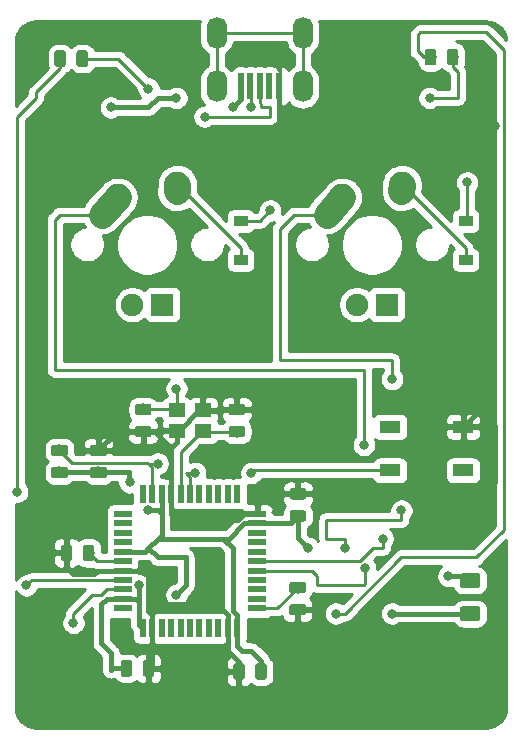
<source format=gbr>
G04 #@! TF.GenerationSoftware,KiCad,Pcbnew,(5.1.4)-1*
G04 #@! TF.CreationDate,2024-07-23T11:44:26+08:00*
G04 #@! TF.ProjectId,irog2k-pcb-demo,69726f67-326b-42d7-9063-622d64656d6f,rev?*
G04 #@! TF.SameCoordinates,Original*
G04 #@! TF.FileFunction,Copper,L2,Bot*
G04 #@! TF.FilePolarity,Positive*
%FSLAX46Y46*%
G04 Gerber Fmt 4.6, Leading zero omitted, Abs format (unit mm)*
G04 Created by KiCad (PCBNEW (5.1.4)-1) date 2024-07-23 11:44:26*
%MOMM*%
%LPD*%
G04 APERTURE LIST*
%ADD10R,1.400000X1.200000*%
%ADD11O,1.700000X2.700000*%
%ADD12R,0.500000X2.250000*%
%ADD13R,1.500000X0.550000*%
%ADD14R,0.550000X1.500000*%
%ADD15R,1.800000X1.100000*%
%ADD16C,0.100000*%
%ADD17C,0.975000*%
%ADD18R,1.905000X1.905000*%
%ADD19C,1.905000*%
%ADD20C,2.250000*%
%ADD21C,2.250000*%
%ADD22C,1.250000*%
%ADD23R,1.200000X0.900000*%
%ADD24C,0.800000*%
%ADD25C,0.381000*%
%ADD26C,0.254000*%
G04 APERTURE END LIST*
D10*
X96086750Y-78048750D03*
X98286750Y-78048750D03*
X98286750Y-79748750D03*
X96086750Y-79748750D03*
D11*
X99441000Y-46101000D03*
X106741000Y-46101000D03*
X106741000Y-50601000D03*
X99441000Y-50601000D03*
D12*
X101491000Y-50601000D03*
X102291000Y-50601000D03*
X103091000Y-50601000D03*
X103891000Y-50601000D03*
X104691000Y-50601000D03*
D13*
X91486750Y-94805000D03*
X91486750Y-94005000D03*
X91486750Y-93205000D03*
X91486750Y-92405000D03*
X91486750Y-91605000D03*
X91486750Y-90805000D03*
X91486750Y-90005000D03*
X91486750Y-89205000D03*
X91486750Y-88405000D03*
X91486750Y-87605000D03*
X91486750Y-86805000D03*
D14*
X93186750Y-85105000D03*
X93986750Y-85105000D03*
X94786750Y-85105000D03*
X95586750Y-85105000D03*
X96386750Y-85105000D03*
X97186750Y-85105000D03*
X97986750Y-85105000D03*
X98786750Y-85105000D03*
X99586750Y-85105000D03*
X100386750Y-85105000D03*
X101186750Y-85105000D03*
D13*
X102886750Y-86805000D03*
X102886750Y-87605000D03*
X102886750Y-88405000D03*
X102886750Y-89205000D03*
X102886750Y-90005000D03*
X102886750Y-90805000D03*
X102886750Y-91605000D03*
X102886750Y-92405000D03*
X102886750Y-93205000D03*
X102886750Y-94005000D03*
X102886750Y-94805000D03*
D14*
X101186750Y-96505000D03*
X100386750Y-96505000D03*
X99586750Y-96505000D03*
X98786750Y-96505000D03*
X97986750Y-96505000D03*
X97186750Y-96505000D03*
X96386750Y-96505000D03*
X95586750Y-96505000D03*
X94786750Y-96505000D03*
X93986750Y-96505000D03*
X93186750Y-96505000D03*
D15*
X114121000Y-79430000D03*
X120321000Y-83130000D03*
X114121000Y-83130000D03*
X120321000Y-79430000D03*
D16*
G36*
X106779142Y-92556174D02*
G01*
X106802803Y-92559684D01*
X106826007Y-92565496D01*
X106848529Y-92573554D01*
X106870153Y-92583782D01*
X106890670Y-92596079D01*
X106909883Y-92610329D01*
X106927607Y-92626393D01*
X106943671Y-92644117D01*
X106957921Y-92663330D01*
X106970218Y-92683847D01*
X106980446Y-92705471D01*
X106988504Y-92727993D01*
X106994316Y-92751197D01*
X106997826Y-92774858D01*
X106999000Y-92798750D01*
X106999000Y-93286250D01*
X106997826Y-93310142D01*
X106994316Y-93333803D01*
X106988504Y-93357007D01*
X106980446Y-93379529D01*
X106970218Y-93401153D01*
X106957921Y-93421670D01*
X106943671Y-93440883D01*
X106927607Y-93458607D01*
X106909883Y-93474671D01*
X106890670Y-93488921D01*
X106870153Y-93501218D01*
X106848529Y-93511446D01*
X106826007Y-93519504D01*
X106802803Y-93525316D01*
X106779142Y-93528826D01*
X106755250Y-93530000D01*
X105842750Y-93530000D01*
X105818858Y-93528826D01*
X105795197Y-93525316D01*
X105771993Y-93519504D01*
X105749471Y-93511446D01*
X105727847Y-93501218D01*
X105707330Y-93488921D01*
X105688117Y-93474671D01*
X105670393Y-93458607D01*
X105654329Y-93440883D01*
X105640079Y-93421670D01*
X105627782Y-93401153D01*
X105617554Y-93379529D01*
X105609496Y-93357007D01*
X105603684Y-93333803D01*
X105600174Y-93310142D01*
X105599000Y-93286250D01*
X105599000Y-92798750D01*
X105600174Y-92774858D01*
X105603684Y-92751197D01*
X105609496Y-92727993D01*
X105617554Y-92705471D01*
X105627782Y-92683847D01*
X105640079Y-92663330D01*
X105654329Y-92644117D01*
X105670393Y-92626393D01*
X105688117Y-92610329D01*
X105707330Y-92596079D01*
X105727847Y-92583782D01*
X105749471Y-92573554D01*
X105771993Y-92565496D01*
X105795197Y-92559684D01*
X105818858Y-92556174D01*
X105842750Y-92555000D01*
X106755250Y-92555000D01*
X106779142Y-92556174D01*
X106779142Y-92556174D01*
G37*
D17*
X106299000Y-93042500D03*
D16*
G36*
X106779142Y-94431174D02*
G01*
X106802803Y-94434684D01*
X106826007Y-94440496D01*
X106848529Y-94448554D01*
X106870153Y-94458782D01*
X106890670Y-94471079D01*
X106909883Y-94485329D01*
X106927607Y-94501393D01*
X106943671Y-94519117D01*
X106957921Y-94538330D01*
X106970218Y-94558847D01*
X106980446Y-94580471D01*
X106988504Y-94602993D01*
X106994316Y-94626197D01*
X106997826Y-94649858D01*
X106999000Y-94673750D01*
X106999000Y-95161250D01*
X106997826Y-95185142D01*
X106994316Y-95208803D01*
X106988504Y-95232007D01*
X106980446Y-95254529D01*
X106970218Y-95276153D01*
X106957921Y-95296670D01*
X106943671Y-95315883D01*
X106927607Y-95333607D01*
X106909883Y-95349671D01*
X106890670Y-95363921D01*
X106870153Y-95376218D01*
X106848529Y-95386446D01*
X106826007Y-95394504D01*
X106802803Y-95400316D01*
X106779142Y-95403826D01*
X106755250Y-95405000D01*
X105842750Y-95405000D01*
X105818858Y-95403826D01*
X105795197Y-95400316D01*
X105771993Y-95394504D01*
X105749471Y-95386446D01*
X105727847Y-95376218D01*
X105707330Y-95363921D01*
X105688117Y-95349671D01*
X105670393Y-95333607D01*
X105654329Y-95315883D01*
X105640079Y-95296670D01*
X105627782Y-95276153D01*
X105617554Y-95254529D01*
X105609496Y-95232007D01*
X105603684Y-95208803D01*
X105600174Y-95185142D01*
X105599000Y-95161250D01*
X105599000Y-94673750D01*
X105600174Y-94649858D01*
X105603684Y-94626197D01*
X105609496Y-94602993D01*
X105617554Y-94580471D01*
X105627782Y-94558847D01*
X105640079Y-94538330D01*
X105654329Y-94519117D01*
X105670393Y-94501393D01*
X105688117Y-94485329D01*
X105707330Y-94471079D01*
X105727847Y-94458782D01*
X105749471Y-94448554D01*
X105771993Y-94440496D01*
X105795197Y-94434684D01*
X105818858Y-94431174D01*
X105842750Y-94430000D01*
X106755250Y-94430000D01*
X106779142Y-94431174D01*
X106779142Y-94431174D01*
G37*
D17*
X106299000Y-94917500D03*
D16*
G36*
X86617892Y-82810674D02*
G01*
X86641553Y-82814184D01*
X86664757Y-82819996D01*
X86687279Y-82828054D01*
X86708903Y-82838282D01*
X86729420Y-82850579D01*
X86748633Y-82864829D01*
X86766357Y-82880893D01*
X86782421Y-82898617D01*
X86796671Y-82917830D01*
X86808968Y-82938347D01*
X86819196Y-82959971D01*
X86827254Y-82982493D01*
X86833066Y-83005697D01*
X86836576Y-83029358D01*
X86837750Y-83053250D01*
X86837750Y-83540750D01*
X86836576Y-83564642D01*
X86833066Y-83588303D01*
X86827254Y-83611507D01*
X86819196Y-83634029D01*
X86808968Y-83655653D01*
X86796671Y-83676170D01*
X86782421Y-83695383D01*
X86766357Y-83713107D01*
X86748633Y-83729171D01*
X86729420Y-83743421D01*
X86708903Y-83755718D01*
X86687279Y-83765946D01*
X86664757Y-83774004D01*
X86641553Y-83779816D01*
X86617892Y-83783326D01*
X86594000Y-83784500D01*
X85681500Y-83784500D01*
X85657608Y-83783326D01*
X85633947Y-83779816D01*
X85610743Y-83774004D01*
X85588221Y-83765946D01*
X85566597Y-83755718D01*
X85546080Y-83743421D01*
X85526867Y-83729171D01*
X85509143Y-83713107D01*
X85493079Y-83695383D01*
X85478829Y-83676170D01*
X85466532Y-83655653D01*
X85456304Y-83634029D01*
X85448246Y-83611507D01*
X85442434Y-83588303D01*
X85438924Y-83564642D01*
X85437750Y-83540750D01*
X85437750Y-83053250D01*
X85438924Y-83029358D01*
X85442434Y-83005697D01*
X85448246Y-82982493D01*
X85456304Y-82959971D01*
X85466532Y-82938347D01*
X85478829Y-82917830D01*
X85493079Y-82898617D01*
X85509143Y-82880893D01*
X85526867Y-82864829D01*
X85546080Y-82850579D01*
X85566597Y-82838282D01*
X85588221Y-82828054D01*
X85610743Y-82819996D01*
X85633947Y-82814184D01*
X85657608Y-82810674D01*
X85681500Y-82809500D01*
X86594000Y-82809500D01*
X86617892Y-82810674D01*
X86617892Y-82810674D01*
G37*
D17*
X86137750Y-83297000D03*
D16*
G36*
X86617892Y-80935674D02*
G01*
X86641553Y-80939184D01*
X86664757Y-80944996D01*
X86687279Y-80953054D01*
X86708903Y-80963282D01*
X86729420Y-80975579D01*
X86748633Y-80989829D01*
X86766357Y-81005893D01*
X86782421Y-81023617D01*
X86796671Y-81042830D01*
X86808968Y-81063347D01*
X86819196Y-81084971D01*
X86827254Y-81107493D01*
X86833066Y-81130697D01*
X86836576Y-81154358D01*
X86837750Y-81178250D01*
X86837750Y-81665750D01*
X86836576Y-81689642D01*
X86833066Y-81713303D01*
X86827254Y-81736507D01*
X86819196Y-81759029D01*
X86808968Y-81780653D01*
X86796671Y-81801170D01*
X86782421Y-81820383D01*
X86766357Y-81838107D01*
X86748633Y-81854171D01*
X86729420Y-81868421D01*
X86708903Y-81880718D01*
X86687279Y-81890946D01*
X86664757Y-81899004D01*
X86641553Y-81904816D01*
X86617892Y-81908326D01*
X86594000Y-81909500D01*
X85681500Y-81909500D01*
X85657608Y-81908326D01*
X85633947Y-81904816D01*
X85610743Y-81899004D01*
X85588221Y-81890946D01*
X85566597Y-81880718D01*
X85546080Y-81868421D01*
X85526867Y-81854171D01*
X85509143Y-81838107D01*
X85493079Y-81820383D01*
X85478829Y-81801170D01*
X85466532Y-81780653D01*
X85456304Y-81759029D01*
X85448246Y-81736507D01*
X85442434Y-81713303D01*
X85438924Y-81689642D01*
X85437750Y-81665750D01*
X85437750Y-81178250D01*
X85438924Y-81154358D01*
X85442434Y-81130697D01*
X85448246Y-81107493D01*
X85456304Y-81084971D01*
X85466532Y-81063347D01*
X85478829Y-81042830D01*
X85493079Y-81023617D01*
X85509143Y-81005893D01*
X85526867Y-80989829D01*
X85546080Y-80975579D01*
X85566597Y-80963282D01*
X85588221Y-80953054D01*
X85610743Y-80944996D01*
X85633947Y-80939184D01*
X85657608Y-80935674D01*
X85681500Y-80934500D01*
X86594000Y-80934500D01*
X86617892Y-80935674D01*
X86617892Y-80935674D01*
G37*
D17*
X86137750Y-81422000D03*
D16*
G36*
X88327142Y-47561174D02*
G01*
X88350803Y-47564684D01*
X88374007Y-47570496D01*
X88396529Y-47578554D01*
X88418153Y-47588782D01*
X88438670Y-47601079D01*
X88457883Y-47615329D01*
X88475607Y-47631393D01*
X88491671Y-47649117D01*
X88505921Y-47668330D01*
X88518218Y-47688847D01*
X88528446Y-47710471D01*
X88536504Y-47732993D01*
X88542316Y-47756197D01*
X88545826Y-47779858D01*
X88547000Y-47803750D01*
X88547000Y-48716250D01*
X88545826Y-48740142D01*
X88542316Y-48763803D01*
X88536504Y-48787007D01*
X88528446Y-48809529D01*
X88518218Y-48831153D01*
X88505921Y-48851670D01*
X88491671Y-48870883D01*
X88475607Y-48888607D01*
X88457883Y-48904671D01*
X88438670Y-48918921D01*
X88418153Y-48931218D01*
X88396529Y-48941446D01*
X88374007Y-48949504D01*
X88350803Y-48955316D01*
X88327142Y-48958826D01*
X88303250Y-48960000D01*
X87815750Y-48960000D01*
X87791858Y-48958826D01*
X87768197Y-48955316D01*
X87744993Y-48949504D01*
X87722471Y-48941446D01*
X87700847Y-48931218D01*
X87680330Y-48918921D01*
X87661117Y-48904671D01*
X87643393Y-48888607D01*
X87627329Y-48870883D01*
X87613079Y-48851670D01*
X87600782Y-48831153D01*
X87590554Y-48809529D01*
X87582496Y-48787007D01*
X87576684Y-48763803D01*
X87573174Y-48740142D01*
X87572000Y-48716250D01*
X87572000Y-47803750D01*
X87573174Y-47779858D01*
X87576684Y-47756197D01*
X87582496Y-47732993D01*
X87590554Y-47710471D01*
X87600782Y-47688847D01*
X87613079Y-47668330D01*
X87627329Y-47649117D01*
X87643393Y-47631393D01*
X87661117Y-47615329D01*
X87680330Y-47601079D01*
X87700847Y-47588782D01*
X87722471Y-47578554D01*
X87744993Y-47570496D01*
X87768197Y-47564684D01*
X87791858Y-47561174D01*
X87815750Y-47560000D01*
X88303250Y-47560000D01*
X88327142Y-47561174D01*
X88327142Y-47561174D01*
G37*
D17*
X88059500Y-48260000D03*
D16*
G36*
X86452142Y-47561174D02*
G01*
X86475803Y-47564684D01*
X86499007Y-47570496D01*
X86521529Y-47578554D01*
X86543153Y-47588782D01*
X86563670Y-47601079D01*
X86582883Y-47615329D01*
X86600607Y-47631393D01*
X86616671Y-47649117D01*
X86630921Y-47668330D01*
X86643218Y-47688847D01*
X86653446Y-47710471D01*
X86661504Y-47732993D01*
X86667316Y-47756197D01*
X86670826Y-47779858D01*
X86672000Y-47803750D01*
X86672000Y-48716250D01*
X86670826Y-48740142D01*
X86667316Y-48763803D01*
X86661504Y-48787007D01*
X86653446Y-48809529D01*
X86643218Y-48831153D01*
X86630921Y-48851670D01*
X86616671Y-48870883D01*
X86600607Y-48888607D01*
X86582883Y-48904671D01*
X86563670Y-48918921D01*
X86543153Y-48931218D01*
X86521529Y-48941446D01*
X86499007Y-48949504D01*
X86475803Y-48955316D01*
X86452142Y-48958826D01*
X86428250Y-48960000D01*
X85940750Y-48960000D01*
X85916858Y-48958826D01*
X85893197Y-48955316D01*
X85869993Y-48949504D01*
X85847471Y-48941446D01*
X85825847Y-48931218D01*
X85805330Y-48918921D01*
X85786117Y-48904671D01*
X85768393Y-48888607D01*
X85752329Y-48870883D01*
X85738079Y-48851670D01*
X85725782Y-48831153D01*
X85715554Y-48809529D01*
X85707496Y-48787007D01*
X85701684Y-48763803D01*
X85698174Y-48740142D01*
X85697000Y-48716250D01*
X85697000Y-47803750D01*
X85698174Y-47779858D01*
X85701684Y-47756197D01*
X85707496Y-47732993D01*
X85715554Y-47710471D01*
X85725782Y-47688847D01*
X85738079Y-47668330D01*
X85752329Y-47649117D01*
X85768393Y-47631393D01*
X85786117Y-47615329D01*
X85805330Y-47601079D01*
X85825847Y-47588782D01*
X85847471Y-47578554D01*
X85869993Y-47570496D01*
X85893197Y-47564684D01*
X85916858Y-47561174D01*
X85940750Y-47560000D01*
X86428250Y-47560000D01*
X86452142Y-47561174D01*
X86452142Y-47561174D01*
G37*
D17*
X86184500Y-48260000D03*
D16*
G36*
X119696142Y-47434174D02*
G01*
X119719803Y-47437684D01*
X119743007Y-47443496D01*
X119765529Y-47451554D01*
X119787153Y-47461782D01*
X119807670Y-47474079D01*
X119826883Y-47488329D01*
X119844607Y-47504393D01*
X119860671Y-47522117D01*
X119874921Y-47541330D01*
X119887218Y-47561847D01*
X119897446Y-47583471D01*
X119905504Y-47605993D01*
X119911316Y-47629197D01*
X119914826Y-47652858D01*
X119916000Y-47676750D01*
X119916000Y-48589250D01*
X119914826Y-48613142D01*
X119911316Y-48636803D01*
X119905504Y-48660007D01*
X119897446Y-48682529D01*
X119887218Y-48704153D01*
X119874921Y-48724670D01*
X119860671Y-48743883D01*
X119844607Y-48761607D01*
X119826883Y-48777671D01*
X119807670Y-48791921D01*
X119787153Y-48804218D01*
X119765529Y-48814446D01*
X119743007Y-48822504D01*
X119719803Y-48828316D01*
X119696142Y-48831826D01*
X119672250Y-48833000D01*
X119184750Y-48833000D01*
X119160858Y-48831826D01*
X119137197Y-48828316D01*
X119113993Y-48822504D01*
X119091471Y-48814446D01*
X119069847Y-48804218D01*
X119049330Y-48791921D01*
X119030117Y-48777671D01*
X119012393Y-48761607D01*
X118996329Y-48743883D01*
X118982079Y-48724670D01*
X118969782Y-48704153D01*
X118959554Y-48682529D01*
X118951496Y-48660007D01*
X118945684Y-48636803D01*
X118942174Y-48613142D01*
X118941000Y-48589250D01*
X118941000Y-47676750D01*
X118942174Y-47652858D01*
X118945684Y-47629197D01*
X118951496Y-47605993D01*
X118959554Y-47583471D01*
X118969782Y-47561847D01*
X118982079Y-47541330D01*
X118996329Y-47522117D01*
X119012393Y-47504393D01*
X119030117Y-47488329D01*
X119049330Y-47474079D01*
X119069847Y-47461782D01*
X119091471Y-47451554D01*
X119113993Y-47443496D01*
X119137197Y-47437684D01*
X119160858Y-47434174D01*
X119184750Y-47433000D01*
X119672250Y-47433000D01*
X119696142Y-47434174D01*
X119696142Y-47434174D01*
G37*
D17*
X119428500Y-48133000D03*
D16*
G36*
X117821142Y-47434174D02*
G01*
X117844803Y-47437684D01*
X117868007Y-47443496D01*
X117890529Y-47451554D01*
X117912153Y-47461782D01*
X117932670Y-47474079D01*
X117951883Y-47488329D01*
X117969607Y-47504393D01*
X117985671Y-47522117D01*
X117999921Y-47541330D01*
X118012218Y-47561847D01*
X118022446Y-47583471D01*
X118030504Y-47605993D01*
X118036316Y-47629197D01*
X118039826Y-47652858D01*
X118041000Y-47676750D01*
X118041000Y-48589250D01*
X118039826Y-48613142D01*
X118036316Y-48636803D01*
X118030504Y-48660007D01*
X118022446Y-48682529D01*
X118012218Y-48704153D01*
X117999921Y-48724670D01*
X117985671Y-48743883D01*
X117969607Y-48761607D01*
X117951883Y-48777671D01*
X117932670Y-48791921D01*
X117912153Y-48804218D01*
X117890529Y-48814446D01*
X117868007Y-48822504D01*
X117844803Y-48828316D01*
X117821142Y-48831826D01*
X117797250Y-48833000D01*
X117309750Y-48833000D01*
X117285858Y-48831826D01*
X117262197Y-48828316D01*
X117238993Y-48822504D01*
X117216471Y-48814446D01*
X117194847Y-48804218D01*
X117174330Y-48791921D01*
X117155117Y-48777671D01*
X117137393Y-48761607D01*
X117121329Y-48743883D01*
X117107079Y-48724670D01*
X117094782Y-48704153D01*
X117084554Y-48682529D01*
X117076496Y-48660007D01*
X117070684Y-48636803D01*
X117067174Y-48613142D01*
X117066000Y-48589250D01*
X117066000Y-47676750D01*
X117067174Y-47652858D01*
X117070684Y-47629197D01*
X117076496Y-47605993D01*
X117084554Y-47583471D01*
X117094782Y-47561847D01*
X117107079Y-47541330D01*
X117121329Y-47522117D01*
X117137393Y-47504393D01*
X117155117Y-47488329D01*
X117174330Y-47474079D01*
X117194847Y-47461782D01*
X117216471Y-47451554D01*
X117238993Y-47443496D01*
X117262197Y-47437684D01*
X117285858Y-47434174D01*
X117309750Y-47433000D01*
X117797250Y-47433000D01*
X117821142Y-47434174D01*
X117821142Y-47434174D01*
G37*
D17*
X117553500Y-48133000D03*
D18*
X113855500Y-69088750D03*
D19*
X111315500Y-69088750D03*
D20*
X110085500Y-60008750D03*
X109430501Y-60738750D03*
D21*
X108775500Y-61468750D02*
X110085502Y-60008750D01*
D20*
X115125500Y-58928750D03*
X115105500Y-59218750D03*
D21*
X115085500Y-59508750D02*
X115125500Y-58928750D01*
D18*
X94844250Y-69088750D03*
D19*
X92304250Y-69088750D03*
D20*
X91074250Y-60008750D03*
X90419251Y-60738750D03*
D21*
X89764250Y-61468750D02*
X91074252Y-60008750D01*
D20*
X96114250Y-58928750D03*
X96094250Y-59218750D03*
D21*
X96074250Y-59508750D02*
X96114250Y-58928750D01*
D16*
G36*
X121553504Y-91829204D02*
G01*
X121577773Y-91832804D01*
X121601571Y-91838765D01*
X121624671Y-91847030D01*
X121646849Y-91857520D01*
X121667893Y-91870133D01*
X121687598Y-91884747D01*
X121705777Y-91901223D01*
X121722253Y-91919402D01*
X121736867Y-91939107D01*
X121749480Y-91960151D01*
X121759970Y-91982329D01*
X121768235Y-92005429D01*
X121774196Y-92029227D01*
X121777796Y-92053496D01*
X121779000Y-92078000D01*
X121779000Y-92828000D01*
X121777796Y-92852504D01*
X121774196Y-92876773D01*
X121768235Y-92900571D01*
X121759970Y-92923671D01*
X121749480Y-92945849D01*
X121736867Y-92966893D01*
X121722253Y-92986598D01*
X121705777Y-93004777D01*
X121687598Y-93021253D01*
X121667893Y-93035867D01*
X121646849Y-93048480D01*
X121624671Y-93058970D01*
X121601571Y-93067235D01*
X121577773Y-93073196D01*
X121553504Y-93076796D01*
X121529000Y-93078000D01*
X120279000Y-93078000D01*
X120254496Y-93076796D01*
X120230227Y-93073196D01*
X120206429Y-93067235D01*
X120183329Y-93058970D01*
X120161151Y-93048480D01*
X120140107Y-93035867D01*
X120120402Y-93021253D01*
X120102223Y-93004777D01*
X120085747Y-92986598D01*
X120071133Y-92966893D01*
X120058520Y-92945849D01*
X120048030Y-92923671D01*
X120039765Y-92900571D01*
X120033804Y-92876773D01*
X120030204Y-92852504D01*
X120029000Y-92828000D01*
X120029000Y-92078000D01*
X120030204Y-92053496D01*
X120033804Y-92029227D01*
X120039765Y-92005429D01*
X120048030Y-91982329D01*
X120058520Y-91960151D01*
X120071133Y-91939107D01*
X120085747Y-91919402D01*
X120102223Y-91901223D01*
X120120402Y-91884747D01*
X120140107Y-91870133D01*
X120161151Y-91857520D01*
X120183329Y-91847030D01*
X120206429Y-91838765D01*
X120230227Y-91832804D01*
X120254496Y-91829204D01*
X120279000Y-91828000D01*
X121529000Y-91828000D01*
X121553504Y-91829204D01*
X121553504Y-91829204D01*
G37*
D22*
X120904000Y-92453000D03*
D16*
G36*
X121553504Y-94629204D02*
G01*
X121577773Y-94632804D01*
X121601571Y-94638765D01*
X121624671Y-94647030D01*
X121646849Y-94657520D01*
X121667893Y-94670133D01*
X121687598Y-94684747D01*
X121705777Y-94701223D01*
X121722253Y-94719402D01*
X121736867Y-94739107D01*
X121749480Y-94760151D01*
X121759970Y-94782329D01*
X121768235Y-94805429D01*
X121774196Y-94829227D01*
X121777796Y-94853496D01*
X121779000Y-94878000D01*
X121779000Y-95628000D01*
X121777796Y-95652504D01*
X121774196Y-95676773D01*
X121768235Y-95700571D01*
X121759970Y-95723671D01*
X121749480Y-95745849D01*
X121736867Y-95766893D01*
X121722253Y-95786598D01*
X121705777Y-95804777D01*
X121687598Y-95821253D01*
X121667893Y-95835867D01*
X121646849Y-95848480D01*
X121624671Y-95858970D01*
X121601571Y-95867235D01*
X121577773Y-95873196D01*
X121553504Y-95876796D01*
X121529000Y-95878000D01*
X120279000Y-95878000D01*
X120254496Y-95876796D01*
X120230227Y-95873196D01*
X120206429Y-95867235D01*
X120183329Y-95858970D01*
X120161151Y-95848480D01*
X120140107Y-95835867D01*
X120120402Y-95821253D01*
X120102223Y-95804777D01*
X120085747Y-95786598D01*
X120071133Y-95766893D01*
X120058520Y-95745849D01*
X120048030Y-95723671D01*
X120039765Y-95700571D01*
X120033804Y-95676773D01*
X120030204Y-95652504D01*
X120029000Y-95628000D01*
X120029000Y-94878000D01*
X120030204Y-94853496D01*
X120033804Y-94829227D01*
X120039765Y-94805429D01*
X120048030Y-94782329D01*
X120058520Y-94760151D01*
X120071133Y-94739107D01*
X120085747Y-94719402D01*
X120102223Y-94701223D01*
X120120402Y-94684747D01*
X120140107Y-94670133D01*
X120161151Y-94657520D01*
X120183329Y-94647030D01*
X120206429Y-94638765D01*
X120230227Y-94632804D01*
X120254496Y-94629204D01*
X120279000Y-94628000D01*
X121529000Y-94628000D01*
X121553504Y-94629204D01*
X121553504Y-94629204D01*
G37*
D22*
X120904000Y-95253000D03*
D23*
X120523000Y-65308750D03*
X120523000Y-62008750D03*
X101473000Y-65308750D03*
X101473000Y-62008750D03*
D16*
G36*
X92071892Y-99186674D02*
G01*
X92095553Y-99190184D01*
X92118757Y-99195996D01*
X92141279Y-99204054D01*
X92162903Y-99214282D01*
X92183420Y-99226579D01*
X92202633Y-99240829D01*
X92220357Y-99256893D01*
X92236421Y-99274617D01*
X92250671Y-99293830D01*
X92262968Y-99314347D01*
X92273196Y-99335971D01*
X92281254Y-99358493D01*
X92287066Y-99381697D01*
X92290576Y-99405358D01*
X92291750Y-99429250D01*
X92291750Y-100341750D01*
X92290576Y-100365642D01*
X92287066Y-100389303D01*
X92281254Y-100412507D01*
X92273196Y-100435029D01*
X92262968Y-100456653D01*
X92250671Y-100477170D01*
X92236421Y-100496383D01*
X92220357Y-100514107D01*
X92202633Y-100530171D01*
X92183420Y-100544421D01*
X92162903Y-100556718D01*
X92141279Y-100566946D01*
X92118757Y-100575004D01*
X92095553Y-100580816D01*
X92071892Y-100584326D01*
X92048000Y-100585500D01*
X91560500Y-100585500D01*
X91536608Y-100584326D01*
X91512947Y-100580816D01*
X91489743Y-100575004D01*
X91467221Y-100566946D01*
X91445597Y-100556718D01*
X91425080Y-100544421D01*
X91405867Y-100530171D01*
X91388143Y-100514107D01*
X91372079Y-100496383D01*
X91357829Y-100477170D01*
X91345532Y-100456653D01*
X91335304Y-100435029D01*
X91327246Y-100412507D01*
X91321434Y-100389303D01*
X91317924Y-100365642D01*
X91316750Y-100341750D01*
X91316750Y-99429250D01*
X91317924Y-99405358D01*
X91321434Y-99381697D01*
X91327246Y-99358493D01*
X91335304Y-99335971D01*
X91345532Y-99314347D01*
X91357829Y-99293830D01*
X91372079Y-99274617D01*
X91388143Y-99256893D01*
X91405867Y-99240829D01*
X91425080Y-99226579D01*
X91445597Y-99214282D01*
X91467221Y-99204054D01*
X91489743Y-99195996D01*
X91512947Y-99190184D01*
X91536608Y-99186674D01*
X91560500Y-99185500D01*
X92048000Y-99185500D01*
X92071892Y-99186674D01*
X92071892Y-99186674D01*
G37*
D17*
X91804250Y-99885500D03*
D16*
G36*
X93946892Y-99186674D02*
G01*
X93970553Y-99190184D01*
X93993757Y-99195996D01*
X94016279Y-99204054D01*
X94037903Y-99214282D01*
X94058420Y-99226579D01*
X94077633Y-99240829D01*
X94095357Y-99256893D01*
X94111421Y-99274617D01*
X94125671Y-99293830D01*
X94137968Y-99314347D01*
X94148196Y-99335971D01*
X94156254Y-99358493D01*
X94162066Y-99381697D01*
X94165576Y-99405358D01*
X94166750Y-99429250D01*
X94166750Y-100341750D01*
X94165576Y-100365642D01*
X94162066Y-100389303D01*
X94156254Y-100412507D01*
X94148196Y-100435029D01*
X94137968Y-100456653D01*
X94125671Y-100477170D01*
X94111421Y-100496383D01*
X94095357Y-100514107D01*
X94077633Y-100530171D01*
X94058420Y-100544421D01*
X94037903Y-100556718D01*
X94016279Y-100566946D01*
X93993757Y-100575004D01*
X93970553Y-100580816D01*
X93946892Y-100584326D01*
X93923000Y-100585500D01*
X93435500Y-100585500D01*
X93411608Y-100584326D01*
X93387947Y-100580816D01*
X93364743Y-100575004D01*
X93342221Y-100566946D01*
X93320597Y-100556718D01*
X93300080Y-100544421D01*
X93280867Y-100530171D01*
X93263143Y-100514107D01*
X93247079Y-100496383D01*
X93232829Y-100477170D01*
X93220532Y-100456653D01*
X93210304Y-100435029D01*
X93202246Y-100412507D01*
X93196434Y-100389303D01*
X93192924Y-100365642D01*
X93191750Y-100341750D01*
X93191750Y-99429250D01*
X93192924Y-99405358D01*
X93196434Y-99381697D01*
X93202246Y-99358493D01*
X93210304Y-99335971D01*
X93220532Y-99314347D01*
X93232829Y-99293830D01*
X93247079Y-99274617D01*
X93263143Y-99256893D01*
X93280867Y-99240829D01*
X93300080Y-99226579D01*
X93320597Y-99214282D01*
X93342221Y-99204054D01*
X93364743Y-99195996D01*
X93387947Y-99190184D01*
X93411608Y-99186674D01*
X93435500Y-99185500D01*
X93923000Y-99185500D01*
X93946892Y-99186674D01*
X93946892Y-99186674D01*
G37*
D17*
X93679250Y-99885500D03*
D16*
G36*
X88866892Y-89407674D02*
G01*
X88890553Y-89411184D01*
X88913757Y-89416996D01*
X88936279Y-89425054D01*
X88957903Y-89435282D01*
X88978420Y-89447579D01*
X88997633Y-89461829D01*
X89015357Y-89477893D01*
X89031421Y-89495617D01*
X89045671Y-89514830D01*
X89057968Y-89535347D01*
X89068196Y-89556971D01*
X89076254Y-89579493D01*
X89082066Y-89602697D01*
X89085576Y-89626358D01*
X89086750Y-89650250D01*
X89086750Y-90562750D01*
X89085576Y-90586642D01*
X89082066Y-90610303D01*
X89076254Y-90633507D01*
X89068196Y-90656029D01*
X89057968Y-90677653D01*
X89045671Y-90698170D01*
X89031421Y-90717383D01*
X89015357Y-90735107D01*
X88997633Y-90751171D01*
X88978420Y-90765421D01*
X88957903Y-90777718D01*
X88936279Y-90787946D01*
X88913757Y-90796004D01*
X88890553Y-90801816D01*
X88866892Y-90805326D01*
X88843000Y-90806500D01*
X88355500Y-90806500D01*
X88331608Y-90805326D01*
X88307947Y-90801816D01*
X88284743Y-90796004D01*
X88262221Y-90787946D01*
X88240597Y-90777718D01*
X88220080Y-90765421D01*
X88200867Y-90751171D01*
X88183143Y-90735107D01*
X88167079Y-90717383D01*
X88152829Y-90698170D01*
X88140532Y-90677653D01*
X88130304Y-90656029D01*
X88122246Y-90633507D01*
X88116434Y-90610303D01*
X88112924Y-90586642D01*
X88111750Y-90562750D01*
X88111750Y-89650250D01*
X88112924Y-89626358D01*
X88116434Y-89602697D01*
X88122246Y-89579493D01*
X88130304Y-89556971D01*
X88140532Y-89535347D01*
X88152829Y-89514830D01*
X88167079Y-89495617D01*
X88183143Y-89477893D01*
X88200867Y-89461829D01*
X88220080Y-89447579D01*
X88240597Y-89435282D01*
X88262221Y-89425054D01*
X88284743Y-89416996D01*
X88307947Y-89411184D01*
X88331608Y-89407674D01*
X88355500Y-89406500D01*
X88843000Y-89406500D01*
X88866892Y-89407674D01*
X88866892Y-89407674D01*
G37*
D17*
X88599250Y-90106500D03*
D16*
G36*
X86991892Y-89407674D02*
G01*
X87015553Y-89411184D01*
X87038757Y-89416996D01*
X87061279Y-89425054D01*
X87082903Y-89435282D01*
X87103420Y-89447579D01*
X87122633Y-89461829D01*
X87140357Y-89477893D01*
X87156421Y-89495617D01*
X87170671Y-89514830D01*
X87182968Y-89535347D01*
X87193196Y-89556971D01*
X87201254Y-89579493D01*
X87207066Y-89602697D01*
X87210576Y-89626358D01*
X87211750Y-89650250D01*
X87211750Y-90562750D01*
X87210576Y-90586642D01*
X87207066Y-90610303D01*
X87201254Y-90633507D01*
X87193196Y-90656029D01*
X87182968Y-90677653D01*
X87170671Y-90698170D01*
X87156421Y-90717383D01*
X87140357Y-90735107D01*
X87122633Y-90751171D01*
X87103420Y-90765421D01*
X87082903Y-90777718D01*
X87061279Y-90787946D01*
X87038757Y-90796004D01*
X87015553Y-90801816D01*
X86991892Y-90805326D01*
X86968000Y-90806500D01*
X86480500Y-90806500D01*
X86456608Y-90805326D01*
X86432947Y-90801816D01*
X86409743Y-90796004D01*
X86387221Y-90787946D01*
X86365597Y-90777718D01*
X86345080Y-90765421D01*
X86325867Y-90751171D01*
X86308143Y-90735107D01*
X86292079Y-90717383D01*
X86277829Y-90698170D01*
X86265532Y-90677653D01*
X86255304Y-90656029D01*
X86247246Y-90633507D01*
X86241434Y-90610303D01*
X86237924Y-90586642D01*
X86236750Y-90562750D01*
X86236750Y-89650250D01*
X86237924Y-89626358D01*
X86241434Y-89602697D01*
X86247246Y-89579493D01*
X86255304Y-89556971D01*
X86265532Y-89535347D01*
X86277829Y-89514830D01*
X86292079Y-89495617D01*
X86308143Y-89477893D01*
X86325867Y-89461829D01*
X86345080Y-89447579D01*
X86365597Y-89435282D01*
X86387221Y-89425054D01*
X86409743Y-89416996D01*
X86432947Y-89411184D01*
X86456608Y-89407674D01*
X86480500Y-89406500D01*
X86968000Y-89406500D01*
X86991892Y-89407674D01*
X86991892Y-89407674D01*
G37*
D17*
X86724250Y-90106500D03*
D16*
G36*
X89919892Y-82810674D02*
G01*
X89943553Y-82814184D01*
X89966757Y-82819996D01*
X89989279Y-82828054D01*
X90010903Y-82838282D01*
X90031420Y-82850579D01*
X90050633Y-82864829D01*
X90068357Y-82880893D01*
X90084421Y-82898617D01*
X90098671Y-82917830D01*
X90110968Y-82938347D01*
X90121196Y-82959971D01*
X90129254Y-82982493D01*
X90135066Y-83005697D01*
X90138576Y-83029358D01*
X90139750Y-83053250D01*
X90139750Y-83540750D01*
X90138576Y-83564642D01*
X90135066Y-83588303D01*
X90129254Y-83611507D01*
X90121196Y-83634029D01*
X90110968Y-83655653D01*
X90098671Y-83676170D01*
X90084421Y-83695383D01*
X90068357Y-83713107D01*
X90050633Y-83729171D01*
X90031420Y-83743421D01*
X90010903Y-83755718D01*
X89989279Y-83765946D01*
X89966757Y-83774004D01*
X89943553Y-83779816D01*
X89919892Y-83783326D01*
X89896000Y-83784500D01*
X88983500Y-83784500D01*
X88959608Y-83783326D01*
X88935947Y-83779816D01*
X88912743Y-83774004D01*
X88890221Y-83765946D01*
X88868597Y-83755718D01*
X88848080Y-83743421D01*
X88828867Y-83729171D01*
X88811143Y-83713107D01*
X88795079Y-83695383D01*
X88780829Y-83676170D01*
X88768532Y-83655653D01*
X88758304Y-83634029D01*
X88750246Y-83611507D01*
X88744434Y-83588303D01*
X88740924Y-83564642D01*
X88739750Y-83540750D01*
X88739750Y-83053250D01*
X88740924Y-83029358D01*
X88744434Y-83005697D01*
X88750246Y-82982493D01*
X88758304Y-82959971D01*
X88768532Y-82938347D01*
X88780829Y-82917830D01*
X88795079Y-82898617D01*
X88811143Y-82880893D01*
X88828867Y-82864829D01*
X88848080Y-82850579D01*
X88868597Y-82838282D01*
X88890221Y-82828054D01*
X88912743Y-82819996D01*
X88935947Y-82814184D01*
X88959608Y-82810674D01*
X88983500Y-82809500D01*
X89896000Y-82809500D01*
X89919892Y-82810674D01*
X89919892Y-82810674D01*
G37*
D17*
X89439750Y-83297000D03*
D16*
G36*
X89919892Y-80935674D02*
G01*
X89943553Y-80939184D01*
X89966757Y-80944996D01*
X89989279Y-80953054D01*
X90010903Y-80963282D01*
X90031420Y-80975579D01*
X90050633Y-80989829D01*
X90068357Y-81005893D01*
X90084421Y-81023617D01*
X90098671Y-81042830D01*
X90110968Y-81063347D01*
X90121196Y-81084971D01*
X90129254Y-81107493D01*
X90135066Y-81130697D01*
X90138576Y-81154358D01*
X90139750Y-81178250D01*
X90139750Y-81665750D01*
X90138576Y-81689642D01*
X90135066Y-81713303D01*
X90129254Y-81736507D01*
X90121196Y-81759029D01*
X90110968Y-81780653D01*
X90098671Y-81801170D01*
X90084421Y-81820383D01*
X90068357Y-81838107D01*
X90050633Y-81854171D01*
X90031420Y-81868421D01*
X90010903Y-81880718D01*
X89989279Y-81890946D01*
X89966757Y-81899004D01*
X89943553Y-81904816D01*
X89919892Y-81908326D01*
X89896000Y-81909500D01*
X88983500Y-81909500D01*
X88959608Y-81908326D01*
X88935947Y-81904816D01*
X88912743Y-81899004D01*
X88890221Y-81890946D01*
X88868597Y-81880718D01*
X88848080Y-81868421D01*
X88828867Y-81854171D01*
X88811143Y-81838107D01*
X88795079Y-81820383D01*
X88780829Y-81801170D01*
X88768532Y-81780653D01*
X88758304Y-81759029D01*
X88750246Y-81736507D01*
X88744434Y-81713303D01*
X88740924Y-81689642D01*
X88739750Y-81665750D01*
X88739750Y-81178250D01*
X88740924Y-81154358D01*
X88744434Y-81130697D01*
X88750246Y-81107493D01*
X88758304Y-81084971D01*
X88768532Y-81063347D01*
X88780829Y-81042830D01*
X88795079Y-81023617D01*
X88811143Y-81005893D01*
X88828867Y-80989829D01*
X88848080Y-80975579D01*
X88868597Y-80963282D01*
X88890221Y-80953054D01*
X88912743Y-80944996D01*
X88935947Y-80939184D01*
X88959608Y-80935674D01*
X88983500Y-80934500D01*
X89896000Y-80934500D01*
X89919892Y-80935674D01*
X89919892Y-80935674D01*
G37*
D17*
X89439750Y-81422000D03*
D16*
G36*
X101635642Y-79349924D02*
G01*
X101659303Y-79353434D01*
X101682507Y-79359246D01*
X101705029Y-79367304D01*
X101726653Y-79377532D01*
X101747170Y-79389829D01*
X101766383Y-79404079D01*
X101784107Y-79420143D01*
X101800171Y-79437867D01*
X101814421Y-79457080D01*
X101826718Y-79477597D01*
X101836946Y-79499221D01*
X101845004Y-79521743D01*
X101850816Y-79544947D01*
X101854326Y-79568608D01*
X101855500Y-79592500D01*
X101855500Y-80080000D01*
X101854326Y-80103892D01*
X101850816Y-80127553D01*
X101845004Y-80150757D01*
X101836946Y-80173279D01*
X101826718Y-80194903D01*
X101814421Y-80215420D01*
X101800171Y-80234633D01*
X101784107Y-80252357D01*
X101766383Y-80268421D01*
X101747170Y-80282671D01*
X101726653Y-80294968D01*
X101705029Y-80305196D01*
X101682507Y-80313254D01*
X101659303Y-80319066D01*
X101635642Y-80322576D01*
X101611750Y-80323750D01*
X100699250Y-80323750D01*
X100675358Y-80322576D01*
X100651697Y-80319066D01*
X100628493Y-80313254D01*
X100605971Y-80305196D01*
X100584347Y-80294968D01*
X100563830Y-80282671D01*
X100544617Y-80268421D01*
X100526893Y-80252357D01*
X100510829Y-80234633D01*
X100496579Y-80215420D01*
X100484282Y-80194903D01*
X100474054Y-80173279D01*
X100465996Y-80150757D01*
X100460184Y-80127553D01*
X100456674Y-80103892D01*
X100455500Y-80080000D01*
X100455500Y-79592500D01*
X100456674Y-79568608D01*
X100460184Y-79544947D01*
X100465996Y-79521743D01*
X100474054Y-79499221D01*
X100484282Y-79477597D01*
X100496579Y-79457080D01*
X100510829Y-79437867D01*
X100526893Y-79420143D01*
X100544617Y-79404079D01*
X100563830Y-79389829D01*
X100584347Y-79377532D01*
X100605971Y-79367304D01*
X100628493Y-79359246D01*
X100651697Y-79353434D01*
X100675358Y-79349924D01*
X100699250Y-79348750D01*
X101611750Y-79348750D01*
X101635642Y-79349924D01*
X101635642Y-79349924D01*
G37*
D17*
X101155500Y-79836250D03*
D16*
G36*
X101635642Y-77474924D02*
G01*
X101659303Y-77478434D01*
X101682507Y-77484246D01*
X101705029Y-77492304D01*
X101726653Y-77502532D01*
X101747170Y-77514829D01*
X101766383Y-77529079D01*
X101784107Y-77545143D01*
X101800171Y-77562867D01*
X101814421Y-77582080D01*
X101826718Y-77602597D01*
X101836946Y-77624221D01*
X101845004Y-77646743D01*
X101850816Y-77669947D01*
X101854326Y-77693608D01*
X101855500Y-77717500D01*
X101855500Y-78205000D01*
X101854326Y-78228892D01*
X101850816Y-78252553D01*
X101845004Y-78275757D01*
X101836946Y-78298279D01*
X101826718Y-78319903D01*
X101814421Y-78340420D01*
X101800171Y-78359633D01*
X101784107Y-78377357D01*
X101766383Y-78393421D01*
X101747170Y-78407671D01*
X101726653Y-78419968D01*
X101705029Y-78430196D01*
X101682507Y-78438254D01*
X101659303Y-78444066D01*
X101635642Y-78447576D01*
X101611750Y-78448750D01*
X100699250Y-78448750D01*
X100675358Y-78447576D01*
X100651697Y-78444066D01*
X100628493Y-78438254D01*
X100605971Y-78430196D01*
X100584347Y-78419968D01*
X100563830Y-78407671D01*
X100544617Y-78393421D01*
X100526893Y-78377357D01*
X100510829Y-78359633D01*
X100496579Y-78340420D01*
X100484282Y-78319903D01*
X100474054Y-78298279D01*
X100465996Y-78275757D01*
X100460184Y-78252553D01*
X100456674Y-78228892D01*
X100455500Y-78205000D01*
X100455500Y-77717500D01*
X100456674Y-77693608D01*
X100460184Y-77669947D01*
X100465996Y-77646743D01*
X100474054Y-77624221D01*
X100484282Y-77602597D01*
X100496579Y-77582080D01*
X100510829Y-77562867D01*
X100526893Y-77545143D01*
X100544617Y-77529079D01*
X100563830Y-77514829D01*
X100584347Y-77502532D01*
X100605971Y-77492304D01*
X100628493Y-77484246D01*
X100651697Y-77478434D01*
X100675358Y-77474924D01*
X100699250Y-77473750D01*
X101611750Y-77473750D01*
X101635642Y-77474924D01*
X101635642Y-77474924D01*
G37*
D17*
X101155500Y-77961250D03*
D16*
G36*
X93698142Y-77474924D02*
G01*
X93721803Y-77478434D01*
X93745007Y-77484246D01*
X93767529Y-77492304D01*
X93789153Y-77502532D01*
X93809670Y-77514829D01*
X93828883Y-77529079D01*
X93846607Y-77545143D01*
X93862671Y-77562867D01*
X93876921Y-77582080D01*
X93889218Y-77602597D01*
X93899446Y-77624221D01*
X93907504Y-77646743D01*
X93913316Y-77669947D01*
X93916826Y-77693608D01*
X93918000Y-77717500D01*
X93918000Y-78205000D01*
X93916826Y-78228892D01*
X93913316Y-78252553D01*
X93907504Y-78275757D01*
X93899446Y-78298279D01*
X93889218Y-78319903D01*
X93876921Y-78340420D01*
X93862671Y-78359633D01*
X93846607Y-78377357D01*
X93828883Y-78393421D01*
X93809670Y-78407671D01*
X93789153Y-78419968D01*
X93767529Y-78430196D01*
X93745007Y-78438254D01*
X93721803Y-78444066D01*
X93698142Y-78447576D01*
X93674250Y-78448750D01*
X92761750Y-78448750D01*
X92737858Y-78447576D01*
X92714197Y-78444066D01*
X92690993Y-78438254D01*
X92668471Y-78430196D01*
X92646847Y-78419968D01*
X92626330Y-78407671D01*
X92607117Y-78393421D01*
X92589393Y-78377357D01*
X92573329Y-78359633D01*
X92559079Y-78340420D01*
X92546782Y-78319903D01*
X92536554Y-78298279D01*
X92528496Y-78275757D01*
X92522684Y-78252553D01*
X92519174Y-78228892D01*
X92518000Y-78205000D01*
X92518000Y-77717500D01*
X92519174Y-77693608D01*
X92522684Y-77669947D01*
X92528496Y-77646743D01*
X92536554Y-77624221D01*
X92546782Y-77602597D01*
X92559079Y-77582080D01*
X92573329Y-77562867D01*
X92589393Y-77545143D01*
X92607117Y-77529079D01*
X92626330Y-77514829D01*
X92646847Y-77502532D01*
X92668471Y-77492304D01*
X92690993Y-77484246D01*
X92714197Y-77478434D01*
X92737858Y-77474924D01*
X92761750Y-77473750D01*
X93674250Y-77473750D01*
X93698142Y-77474924D01*
X93698142Y-77474924D01*
G37*
D17*
X93218000Y-77961250D03*
D16*
G36*
X93698142Y-79349924D02*
G01*
X93721803Y-79353434D01*
X93745007Y-79359246D01*
X93767529Y-79367304D01*
X93789153Y-79377532D01*
X93809670Y-79389829D01*
X93828883Y-79404079D01*
X93846607Y-79420143D01*
X93862671Y-79437867D01*
X93876921Y-79457080D01*
X93889218Y-79477597D01*
X93899446Y-79499221D01*
X93907504Y-79521743D01*
X93913316Y-79544947D01*
X93916826Y-79568608D01*
X93918000Y-79592500D01*
X93918000Y-80080000D01*
X93916826Y-80103892D01*
X93913316Y-80127553D01*
X93907504Y-80150757D01*
X93899446Y-80173279D01*
X93889218Y-80194903D01*
X93876921Y-80215420D01*
X93862671Y-80234633D01*
X93846607Y-80252357D01*
X93828883Y-80268421D01*
X93809670Y-80282671D01*
X93789153Y-80294968D01*
X93767529Y-80305196D01*
X93745007Y-80313254D01*
X93721803Y-80319066D01*
X93698142Y-80322576D01*
X93674250Y-80323750D01*
X92761750Y-80323750D01*
X92737858Y-80322576D01*
X92714197Y-80319066D01*
X92690993Y-80313254D01*
X92668471Y-80305196D01*
X92646847Y-80294968D01*
X92626330Y-80282671D01*
X92607117Y-80268421D01*
X92589393Y-80252357D01*
X92573329Y-80234633D01*
X92559079Y-80215420D01*
X92546782Y-80194903D01*
X92536554Y-80173279D01*
X92528496Y-80150757D01*
X92522684Y-80127553D01*
X92519174Y-80103892D01*
X92518000Y-80080000D01*
X92518000Y-79592500D01*
X92519174Y-79568608D01*
X92522684Y-79544947D01*
X92528496Y-79521743D01*
X92536554Y-79499221D01*
X92546782Y-79477597D01*
X92559079Y-79457080D01*
X92573329Y-79437867D01*
X92589393Y-79420143D01*
X92607117Y-79404079D01*
X92626330Y-79389829D01*
X92646847Y-79377532D01*
X92668471Y-79367304D01*
X92690993Y-79359246D01*
X92714197Y-79353434D01*
X92737858Y-79349924D01*
X92761750Y-79348750D01*
X93674250Y-79348750D01*
X93698142Y-79349924D01*
X93698142Y-79349924D01*
G37*
D17*
X93218000Y-79836250D03*
D16*
G36*
X106810892Y-86493674D02*
G01*
X106834553Y-86497184D01*
X106857757Y-86502996D01*
X106880279Y-86511054D01*
X106901903Y-86521282D01*
X106922420Y-86533579D01*
X106941633Y-86547829D01*
X106959357Y-86563893D01*
X106975421Y-86581617D01*
X106989671Y-86600830D01*
X107001968Y-86621347D01*
X107012196Y-86642971D01*
X107020254Y-86665493D01*
X107026066Y-86688697D01*
X107029576Y-86712358D01*
X107030750Y-86736250D01*
X107030750Y-87223750D01*
X107029576Y-87247642D01*
X107026066Y-87271303D01*
X107020254Y-87294507D01*
X107012196Y-87317029D01*
X107001968Y-87338653D01*
X106989671Y-87359170D01*
X106975421Y-87378383D01*
X106959357Y-87396107D01*
X106941633Y-87412171D01*
X106922420Y-87426421D01*
X106901903Y-87438718D01*
X106880279Y-87448946D01*
X106857757Y-87457004D01*
X106834553Y-87462816D01*
X106810892Y-87466326D01*
X106787000Y-87467500D01*
X105874500Y-87467500D01*
X105850608Y-87466326D01*
X105826947Y-87462816D01*
X105803743Y-87457004D01*
X105781221Y-87448946D01*
X105759597Y-87438718D01*
X105739080Y-87426421D01*
X105719867Y-87412171D01*
X105702143Y-87396107D01*
X105686079Y-87378383D01*
X105671829Y-87359170D01*
X105659532Y-87338653D01*
X105649304Y-87317029D01*
X105641246Y-87294507D01*
X105635434Y-87271303D01*
X105631924Y-87247642D01*
X105630750Y-87223750D01*
X105630750Y-86736250D01*
X105631924Y-86712358D01*
X105635434Y-86688697D01*
X105641246Y-86665493D01*
X105649304Y-86642971D01*
X105659532Y-86621347D01*
X105671829Y-86600830D01*
X105686079Y-86581617D01*
X105702143Y-86563893D01*
X105719867Y-86547829D01*
X105739080Y-86533579D01*
X105759597Y-86521282D01*
X105781221Y-86511054D01*
X105803743Y-86502996D01*
X105826947Y-86497184D01*
X105850608Y-86493674D01*
X105874500Y-86492500D01*
X106787000Y-86492500D01*
X106810892Y-86493674D01*
X106810892Y-86493674D01*
G37*
D17*
X106330750Y-86980000D03*
D16*
G36*
X106810892Y-84618674D02*
G01*
X106834553Y-84622184D01*
X106857757Y-84627996D01*
X106880279Y-84636054D01*
X106901903Y-84646282D01*
X106922420Y-84658579D01*
X106941633Y-84672829D01*
X106959357Y-84688893D01*
X106975421Y-84706617D01*
X106989671Y-84725830D01*
X107001968Y-84746347D01*
X107012196Y-84767971D01*
X107020254Y-84790493D01*
X107026066Y-84813697D01*
X107029576Y-84837358D01*
X107030750Y-84861250D01*
X107030750Y-85348750D01*
X107029576Y-85372642D01*
X107026066Y-85396303D01*
X107020254Y-85419507D01*
X107012196Y-85442029D01*
X107001968Y-85463653D01*
X106989671Y-85484170D01*
X106975421Y-85503383D01*
X106959357Y-85521107D01*
X106941633Y-85537171D01*
X106922420Y-85551421D01*
X106901903Y-85563718D01*
X106880279Y-85573946D01*
X106857757Y-85582004D01*
X106834553Y-85587816D01*
X106810892Y-85591326D01*
X106787000Y-85592500D01*
X105874500Y-85592500D01*
X105850608Y-85591326D01*
X105826947Y-85587816D01*
X105803743Y-85582004D01*
X105781221Y-85573946D01*
X105759597Y-85563718D01*
X105739080Y-85551421D01*
X105719867Y-85537171D01*
X105702143Y-85521107D01*
X105686079Y-85503383D01*
X105671829Y-85484170D01*
X105659532Y-85463653D01*
X105649304Y-85442029D01*
X105641246Y-85419507D01*
X105635434Y-85396303D01*
X105631924Y-85372642D01*
X105630750Y-85348750D01*
X105630750Y-84861250D01*
X105631924Y-84837358D01*
X105635434Y-84813697D01*
X105641246Y-84790493D01*
X105649304Y-84767971D01*
X105659532Y-84746347D01*
X105671829Y-84725830D01*
X105686079Y-84706617D01*
X105702143Y-84688893D01*
X105719867Y-84672829D01*
X105739080Y-84658579D01*
X105759597Y-84646282D01*
X105781221Y-84636054D01*
X105803743Y-84627996D01*
X105826947Y-84622184D01*
X105850608Y-84618674D01*
X105874500Y-84617500D01*
X106787000Y-84617500D01*
X106810892Y-84618674D01*
X106810892Y-84618674D01*
G37*
D17*
X106330750Y-85105000D03*
D16*
G36*
X103471892Y-99440674D02*
G01*
X103495553Y-99444184D01*
X103518757Y-99449996D01*
X103541279Y-99458054D01*
X103562903Y-99468282D01*
X103583420Y-99480579D01*
X103602633Y-99494829D01*
X103620357Y-99510893D01*
X103636421Y-99528617D01*
X103650671Y-99547830D01*
X103662968Y-99568347D01*
X103673196Y-99589971D01*
X103681254Y-99612493D01*
X103687066Y-99635697D01*
X103690576Y-99659358D01*
X103691750Y-99683250D01*
X103691750Y-100595750D01*
X103690576Y-100619642D01*
X103687066Y-100643303D01*
X103681254Y-100666507D01*
X103673196Y-100689029D01*
X103662968Y-100710653D01*
X103650671Y-100731170D01*
X103636421Y-100750383D01*
X103620357Y-100768107D01*
X103602633Y-100784171D01*
X103583420Y-100798421D01*
X103562903Y-100810718D01*
X103541279Y-100820946D01*
X103518757Y-100829004D01*
X103495553Y-100834816D01*
X103471892Y-100838326D01*
X103448000Y-100839500D01*
X102960500Y-100839500D01*
X102936608Y-100838326D01*
X102912947Y-100834816D01*
X102889743Y-100829004D01*
X102867221Y-100820946D01*
X102845597Y-100810718D01*
X102825080Y-100798421D01*
X102805867Y-100784171D01*
X102788143Y-100768107D01*
X102772079Y-100750383D01*
X102757829Y-100731170D01*
X102745532Y-100710653D01*
X102735304Y-100689029D01*
X102727246Y-100666507D01*
X102721434Y-100643303D01*
X102717924Y-100619642D01*
X102716750Y-100595750D01*
X102716750Y-99683250D01*
X102717924Y-99659358D01*
X102721434Y-99635697D01*
X102727246Y-99612493D01*
X102735304Y-99589971D01*
X102745532Y-99568347D01*
X102757829Y-99547830D01*
X102772079Y-99528617D01*
X102788143Y-99510893D01*
X102805867Y-99494829D01*
X102825080Y-99480579D01*
X102845597Y-99468282D01*
X102867221Y-99458054D01*
X102889743Y-99449996D01*
X102912947Y-99444184D01*
X102936608Y-99440674D01*
X102960500Y-99439500D01*
X103448000Y-99439500D01*
X103471892Y-99440674D01*
X103471892Y-99440674D01*
G37*
D17*
X103204250Y-100139500D03*
D16*
G36*
X101596892Y-99440674D02*
G01*
X101620553Y-99444184D01*
X101643757Y-99449996D01*
X101666279Y-99458054D01*
X101687903Y-99468282D01*
X101708420Y-99480579D01*
X101727633Y-99494829D01*
X101745357Y-99510893D01*
X101761421Y-99528617D01*
X101775671Y-99547830D01*
X101787968Y-99568347D01*
X101798196Y-99589971D01*
X101806254Y-99612493D01*
X101812066Y-99635697D01*
X101815576Y-99659358D01*
X101816750Y-99683250D01*
X101816750Y-100595750D01*
X101815576Y-100619642D01*
X101812066Y-100643303D01*
X101806254Y-100666507D01*
X101798196Y-100689029D01*
X101787968Y-100710653D01*
X101775671Y-100731170D01*
X101761421Y-100750383D01*
X101745357Y-100768107D01*
X101727633Y-100784171D01*
X101708420Y-100798421D01*
X101687903Y-100810718D01*
X101666279Y-100820946D01*
X101643757Y-100829004D01*
X101620553Y-100834816D01*
X101596892Y-100838326D01*
X101573000Y-100839500D01*
X101085500Y-100839500D01*
X101061608Y-100838326D01*
X101037947Y-100834816D01*
X101014743Y-100829004D01*
X100992221Y-100820946D01*
X100970597Y-100810718D01*
X100950080Y-100798421D01*
X100930867Y-100784171D01*
X100913143Y-100768107D01*
X100897079Y-100750383D01*
X100882829Y-100731170D01*
X100870532Y-100710653D01*
X100860304Y-100689029D01*
X100852246Y-100666507D01*
X100846434Y-100643303D01*
X100842924Y-100619642D01*
X100841750Y-100595750D01*
X100841750Y-99683250D01*
X100842924Y-99659358D01*
X100846434Y-99635697D01*
X100852246Y-99612493D01*
X100860304Y-99589971D01*
X100870532Y-99568347D01*
X100882829Y-99547830D01*
X100897079Y-99528617D01*
X100913143Y-99510893D01*
X100930867Y-99494829D01*
X100950080Y-99480579D01*
X100970597Y-99468282D01*
X100992221Y-99458054D01*
X101014743Y-99449996D01*
X101037947Y-99444184D01*
X101061608Y-99440674D01*
X101085500Y-99439500D01*
X101573000Y-99439500D01*
X101596892Y-99440674D01*
X101596892Y-99440674D01*
G37*
D17*
X101329250Y-100139500D03*
D24*
X123031250Y-53975000D03*
X122237500Y-77787500D03*
X96043750Y-87312500D03*
X94456250Y-92075000D03*
X114300000Y-95250000D03*
X107156250Y-89693750D03*
X92075000Y-84137500D03*
X93662500Y-86518750D03*
X96043750Y-93662500D03*
X92868750Y-92868750D03*
X96043750Y-76200000D03*
X97631250Y-83343750D03*
X103981250Y-61118750D03*
X120650000Y-58737500D03*
X117475000Y-51593750D03*
X102393750Y-52387500D03*
X109537500Y-95250000D03*
X87312500Y-96043750D03*
X93662500Y-50800000D03*
X98425000Y-53181250D03*
X82550000Y-84931250D03*
X83343750Y-92868750D03*
X102393750Y-83343750D03*
X94456250Y-82550000D03*
X100806250Y-52387500D03*
X96043750Y-51593750D03*
X90487500Y-52387500D03*
X119062500Y-92075000D03*
X111918750Y-80962500D03*
X113506250Y-88900000D03*
X114300000Y-75406250D03*
X115093750Y-86518750D03*
X110331250Y-89693750D03*
X112004517Y-91409901D03*
D25*
X104691000Y-50601000D02*
X104691000Y-53891000D01*
X104691000Y-53891000D02*
X104775000Y-53975000D01*
X104775000Y-53975000D02*
X123031250Y-53975000D01*
X121963500Y-77787500D02*
X120321000Y-79430000D01*
X122237500Y-77787500D02*
X121963500Y-77787500D01*
X91025500Y-79836250D02*
X89439750Y-81422000D01*
X93218000Y-79836250D02*
X91025500Y-79836250D01*
X101068000Y-78048750D02*
X101155500Y-77961250D01*
X98286750Y-78048750D02*
X101068000Y-78048750D01*
X96283848Y-79748750D02*
X96086750Y-79748750D01*
X97983848Y-78048750D02*
X96283848Y-79748750D01*
X98286750Y-78048750D02*
X97983848Y-78048750D01*
X95586750Y-83974000D02*
X95586750Y-85105000D01*
X95586750Y-81229750D02*
X95586750Y-83974000D01*
X96086750Y-80729750D02*
X95586750Y-81229750D01*
X96086750Y-79748750D02*
X96086750Y-80729750D01*
X94193250Y-79836250D02*
X95586750Y-81229750D01*
X93218000Y-79836250D02*
X94193250Y-79836250D01*
X86724250Y-90106500D02*
X86724250Y-91299240D01*
X86724250Y-91299240D02*
X87312500Y-91887490D01*
X90355750Y-91605000D02*
X91486750Y-91605000D01*
X89370000Y-91605000D02*
X90355750Y-91605000D01*
X89087510Y-91887490D02*
X89370000Y-91605000D01*
X87312500Y-91887490D02*
X89087510Y-91887490D01*
X95586750Y-85105000D02*
X95586750Y-86855500D01*
X95586750Y-86855500D02*
X96043750Y-87312500D01*
X93192500Y-91605000D02*
X91486750Y-91605000D01*
X93662500Y-92075000D02*
X93192500Y-91605000D01*
X94456250Y-92075000D02*
X93662500Y-92075000D01*
X93986750Y-95374000D02*
X93662500Y-95049750D01*
X93986750Y-96505000D02*
X93986750Y-95374000D01*
X101755750Y-86805000D02*
X102886750Y-86805000D01*
X101734078Y-86805000D02*
X101755750Y-86805000D01*
X101226578Y-87312500D02*
X101734078Y-86805000D01*
X96043750Y-87312500D02*
X101226578Y-87312500D01*
X122063750Y-85105000D02*
X106330750Y-85105000D01*
X123031250Y-84137500D02*
X122063750Y-85105000D01*
X123031250Y-79375000D02*
X123031250Y-84137500D01*
X121657000Y-79375000D02*
X123031250Y-79375000D01*
X120321000Y-79430000D02*
X121602000Y-79430000D01*
X121602000Y-79430000D02*
X121657000Y-79375000D01*
X105530750Y-85105000D02*
X106330750Y-85105000D01*
X103930750Y-85105000D02*
X105530750Y-85105000D01*
X102886750Y-86149000D02*
X103930750Y-85105000D01*
X102886750Y-86805000D02*
X102886750Y-86149000D01*
X93986750Y-99578000D02*
X93986750Y-96505000D01*
X93679250Y-99885500D02*
X93986750Y-99578000D01*
X101329250Y-102123000D02*
X101329250Y-100139500D01*
X101600000Y-102393750D02*
X101329250Y-102123000D01*
X103981250Y-102393750D02*
X101600000Y-102393750D01*
X106299000Y-94917500D02*
X106299000Y-100076000D01*
X106299000Y-100076000D02*
X103981250Y-102393750D01*
X101329250Y-100139500D02*
X101329250Y-99339500D01*
X101329250Y-99339500D02*
X100386750Y-98397000D01*
X100386750Y-98397000D02*
X100386750Y-96505000D01*
X100386750Y-95395672D02*
X99447328Y-94456250D01*
X100386750Y-96505000D02*
X100386750Y-95395672D01*
X99447328Y-94456250D02*
X96837500Y-94456250D01*
X96837500Y-94456250D02*
X93662500Y-94456250D01*
X93662500Y-95049750D02*
X93662500Y-94456250D01*
X93662500Y-94456250D02*
X93662500Y-92075000D01*
X86137750Y-83297000D02*
X89439750Y-83297000D01*
X89439750Y-83297000D02*
X92028250Y-83297000D01*
X93351250Y-90005000D02*
X91486750Y-90005000D01*
X100460750Y-88900000D02*
X94456250Y-88900000D01*
X101755750Y-87605000D02*
X100460750Y-88900000D01*
X102886750Y-87605000D02*
X101755750Y-87605000D01*
X94786750Y-88569500D02*
X94456250Y-88900000D01*
X105705750Y-87605000D02*
X102886750Y-87605000D01*
X106330750Y-86980000D02*
X105705750Y-87605000D01*
X120904000Y-95253000D02*
X114303000Y-95253000D01*
X114303000Y-95253000D02*
X114300000Y-95250000D01*
X106330750Y-88868250D02*
X106330750Y-86980000D01*
X107156250Y-89693750D02*
X106330750Y-88868250D01*
X92028250Y-83297000D02*
X92028250Y-84090750D01*
X92028250Y-84090750D02*
X92075000Y-84137500D01*
X94456250Y-86518750D02*
X94786750Y-86849250D01*
X93662500Y-86518750D02*
X94456250Y-86518750D01*
X94786750Y-85105000D02*
X94786750Y-86849250D01*
X94786750Y-86849250D02*
X94786750Y-88569500D01*
X92868750Y-96187000D02*
X93186750Y-96505000D01*
X92868750Y-94256000D02*
X92868750Y-96187000D01*
X91486750Y-94005000D02*
X92617750Y-94005000D01*
X92617750Y-94005000D02*
X92868750Y-94256000D01*
X90614500Y-99885500D02*
X91804250Y-99885500D01*
X90145000Y-94005000D02*
X89693750Y-94456250D01*
X91486750Y-94005000D02*
X90145000Y-94005000D01*
X89693750Y-94456250D02*
X89693750Y-97775000D01*
X89693750Y-97775000D02*
X90487500Y-98568750D01*
X90487500Y-98568750D02*
X90487500Y-100012500D01*
X90487500Y-100012500D02*
X90614500Y-99885500D01*
X103204250Y-100139500D02*
X103204250Y-99235500D01*
X103204250Y-99235500D02*
X102393750Y-98425000D01*
X102393750Y-98425000D02*
X101600000Y-98425000D01*
X101186750Y-98011750D02*
X101186750Y-96505000D01*
X101600000Y-98425000D02*
X101186750Y-98011750D01*
X101186750Y-95374000D02*
X100806250Y-94993500D01*
X101186750Y-96505000D02*
X101186750Y-95374000D01*
X100806250Y-94993500D02*
X100806250Y-90487500D01*
X100806250Y-90487500D02*
X100806250Y-89693750D01*
X100806250Y-89693750D02*
X100012500Y-88900000D01*
X93662500Y-89693750D02*
X94456250Y-90487500D01*
X93662500Y-89693750D02*
X93351250Y-90005000D01*
X94456250Y-88900000D02*
X93662500Y-89693750D01*
X94456250Y-90487500D02*
X96837500Y-90487500D01*
X96837500Y-90487500D02*
X96837500Y-92868750D01*
X96837500Y-92868750D02*
X96043750Y-93662500D01*
X92868750Y-92868750D02*
X92868750Y-94256000D01*
D26*
X95999250Y-77961250D02*
X96086750Y-78048750D01*
X93218000Y-77961250D02*
X95999250Y-77961250D01*
X96086750Y-78048750D02*
X96086750Y-76243000D01*
X96086750Y-76243000D02*
X96043750Y-76200000D01*
X97631250Y-83343750D02*
X96837500Y-83343750D01*
X97186750Y-83693000D02*
X97186750Y-85105000D01*
X96837500Y-83343750D02*
X97186750Y-83693000D01*
X98374250Y-79836250D02*
X98286750Y-79748750D01*
X101155500Y-79836250D02*
X98374250Y-79836250D01*
X96386750Y-84101000D02*
X96386750Y-85105000D01*
X96383490Y-84097740D02*
X96386750Y-84101000D01*
X96383490Y-81552010D02*
X96383490Y-84097740D01*
X98186750Y-79748750D02*
X96383490Y-81552010D01*
X98286750Y-79748750D02*
X98186750Y-79748750D01*
X89297750Y-90805000D02*
X91486750Y-90805000D01*
X88599250Y-90106500D02*
X89297750Y-90805000D01*
X96694250Y-59508750D02*
X96074250Y-59508750D01*
X101473000Y-64287500D02*
X96694250Y-59508750D01*
X101473000Y-65308750D02*
X101473000Y-64287500D01*
X101473000Y-62008750D02*
X103091250Y-62008750D01*
X103091250Y-62008750D02*
X103981250Y-61118750D01*
X120650000Y-61881750D02*
X120523000Y-62008750D01*
X120650000Y-58737500D02*
X120650000Y-61881750D01*
X115705500Y-59508750D02*
X115085500Y-59508750D01*
X120523000Y-64326250D02*
X115705500Y-59508750D01*
X120523000Y-65308750D02*
X120523000Y-64326250D01*
X119428500Y-48933000D02*
X119856250Y-49360750D01*
X119428500Y-48133000D02*
X119428500Y-48933000D01*
X119856250Y-49360750D02*
X119856250Y-51593750D01*
X119856250Y-51593750D02*
X117475000Y-51593750D01*
X102393750Y-50703750D02*
X102291000Y-50601000D01*
X102393750Y-52387500D02*
X102393750Y-50703750D01*
X116966000Y-48133000D02*
X116458000Y-47625000D01*
X117553500Y-48133000D02*
X116966000Y-48133000D01*
X116458000Y-47625000D02*
X116458000Y-46260750D01*
X116458000Y-46260750D02*
X116681250Y-46037500D01*
X116681250Y-46037500D02*
X122237500Y-46037500D01*
X123758251Y-47558251D02*
X123758251Y-88172999D01*
X122237500Y-46037500D02*
X123758251Y-47558251D01*
X123758251Y-88172999D02*
X121443750Y-90487500D01*
X121443750Y-90487500D02*
X115093750Y-90487500D01*
X115093750Y-90487500D02*
X110331250Y-95250000D01*
X110331250Y-95250000D02*
X109537500Y-95250000D01*
X87312500Y-96043750D02*
X87312500Y-95250000D01*
X87312500Y-95250000D02*
X88900000Y-93662500D01*
X90482750Y-93205000D02*
X91486750Y-93205000D01*
X90146350Y-93205000D02*
X90482750Y-93205000D01*
X89688850Y-93662500D02*
X90146350Y-93205000D01*
X88900000Y-93662500D02*
X89688850Y-93662500D01*
X88059500Y-48260000D02*
X91122500Y-48260000D01*
X91122500Y-48260000D02*
X93662500Y-50800000D01*
X103187500Y-50697500D02*
X103091000Y-50601000D01*
X103981250Y-52387500D02*
X103187500Y-52387500D01*
X98425000Y-53181250D02*
X103981250Y-53181250D01*
X103981250Y-53181250D02*
X103981250Y-52387500D01*
X103091000Y-51980000D02*
X103091000Y-50601000D01*
X103187500Y-52076500D02*
X103091000Y-51980000D01*
X103187500Y-52387500D02*
X103187500Y-52076500D01*
X86184500Y-49060000D02*
X84137500Y-51107000D01*
X86184500Y-48260000D02*
X86184500Y-49060000D01*
X84137500Y-51593750D02*
X82550000Y-53181250D01*
X84137500Y-51107000D02*
X84137500Y-51593750D01*
X82550000Y-53181250D02*
X82550000Y-84931250D01*
X83807500Y-92405000D02*
X91486750Y-92405000D01*
X83343750Y-92868750D02*
X83807500Y-92405000D01*
X114121000Y-83130000D02*
X102607500Y-83130000D01*
X102607500Y-83130000D02*
X102393750Y-83343750D01*
X94456250Y-82550000D02*
X93662500Y-82550000D01*
X93662500Y-82550000D02*
X93788751Y-82676251D01*
X93986750Y-82874250D02*
X93986750Y-85105000D01*
X93662500Y-82550000D02*
X93986750Y-82874250D01*
X93594990Y-82482490D02*
X93662500Y-82550000D01*
X86137750Y-81422000D02*
X87198240Y-82482490D01*
X87198240Y-82482490D02*
X93594990Y-82482490D01*
X104536500Y-94805000D02*
X102886750Y-94805000D01*
X106299000Y-93042500D02*
X104536500Y-94805000D01*
X99441000Y-46101000D02*
X99441000Y-50601000D01*
X99441000Y-46101000D02*
X106741000Y-46101000D01*
X106741000Y-46101000D02*
X106741000Y-50601000D01*
D25*
X101491000Y-50601000D02*
X101491000Y-51702750D01*
X101491000Y-51702750D02*
X100806250Y-52387500D01*
X96043750Y-51593750D02*
X94456250Y-51593750D01*
X94456250Y-51593750D02*
X93662500Y-52387500D01*
X93662500Y-52387500D02*
X90487500Y-52387500D01*
X120526000Y-92075000D02*
X120904000Y-92453000D01*
X119062500Y-92075000D02*
X120526000Y-92075000D01*
D26*
X89764250Y-61468750D02*
X86168750Y-61468750D01*
X86168750Y-61468750D02*
X85725000Y-61912500D01*
X85725000Y-61912500D02*
X85725000Y-74612500D01*
X85725000Y-74612500D02*
X111918750Y-74612500D01*
X111918750Y-74612500D02*
X111918750Y-80962500D01*
X113506250Y-88900000D02*
X113506250Y-89693750D01*
X113506250Y-89693750D02*
X112712500Y-89693750D01*
X111601250Y-90805000D02*
X102886750Y-90805000D01*
X112712500Y-89693750D02*
X111601250Y-90805000D01*
X108775500Y-61468750D02*
X106012500Y-61468750D01*
X106012500Y-61468750D02*
X104775000Y-62706250D01*
X104775000Y-62706250D02*
X104775000Y-73818750D01*
X104775000Y-73818750D02*
X107156250Y-73818750D01*
X107156250Y-73818750D02*
X111767067Y-73818750D01*
X111767067Y-73818750D02*
X114300000Y-73818750D01*
X114300000Y-73818750D02*
X114300000Y-75406250D01*
X115093750Y-86518750D02*
X115093750Y-87312500D01*
X115093750Y-87312500D02*
X108743750Y-87312500D01*
X108743750Y-87312500D02*
X108743750Y-88900000D01*
X108743750Y-88900000D02*
X110331250Y-88900000D01*
X110331250Y-88900000D02*
X110331250Y-89693750D01*
X112004517Y-91409901D02*
X112004517Y-92782983D01*
X112004517Y-92782983D02*
X111918750Y-92868750D01*
X111918750Y-92868750D02*
X107950000Y-92868750D01*
X107950000Y-92868750D02*
X107950000Y-92075000D01*
X107480000Y-91605000D02*
X102886750Y-91605000D01*
X107950000Y-92075000D02*
X107480000Y-91605000D01*
G36*
X123958750Y-103155221D02*
G01*
X123922864Y-103521210D01*
X123825948Y-103842212D01*
X123668529Y-104138275D01*
X123456601Y-104398123D01*
X123198242Y-104611856D01*
X122903286Y-104771338D01*
X122582969Y-104870493D01*
X122218979Y-104908750D01*
X84169779Y-104908750D01*
X83803790Y-104872864D01*
X83482788Y-104775948D01*
X83186725Y-104618529D01*
X82926877Y-104406601D01*
X82713144Y-104148242D01*
X82553662Y-103853286D01*
X82454507Y-103532969D01*
X82416250Y-103168979D01*
X82416250Y-93334152D01*
X82426545Y-93359006D01*
X82539813Y-93528524D01*
X82683976Y-93672687D01*
X82853494Y-93785955D01*
X83041852Y-93863976D01*
X83241811Y-93903750D01*
X83445689Y-93903750D01*
X83645648Y-93863976D01*
X83834006Y-93785955D01*
X84003524Y-93672687D01*
X84147687Y-93528524D01*
X84260955Y-93359006D01*
X84338976Y-93170648D01*
X84339702Y-93167000D01*
X88317869Y-93167000D01*
X86800149Y-94684721D01*
X86771079Y-94708578D01*
X86747222Y-94737648D01*
X86747221Y-94737649D01*
X86675855Y-94824608D01*
X86628525Y-94913158D01*
X86605099Y-94956985D01*
X86561526Y-95100622D01*
X86550500Y-95212574D01*
X86546814Y-95250000D01*
X86550500Y-95287423D01*
X86550500Y-95342039D01*
X86508563Y-95383976D01*
X86395295Y-95553494D01*
X86317274Y-95741852D01*
X86277500Y-95941811D01*
X86277500Y-96145689D01*
X86317274Y-96345648D01*
X86395295Y-96534006D01*
X86508563Y-96703524D01*
X86652726Y-96847687D01*
X86822244Y-96960955D01*
X87010602Y-97038976D01*
X87210561Y-97078750D01*
X87414439Y-97078750D01*
X87614398Y-97038976D01*
X87802756Y-96960955D01*
X87972274Y-96847687D01*
X88116437Y-96703524D01*
X88229705Y-96534006D01*
X88307726Y-96345648D01*
X88347500Y-96145689D01*
X88347500Y-95941811D01*
X88307726Y-95741852D01*
X88229705Y-95553494D01*
X88172400Y-95467730D01*
X88868250Y-94771881D01*
X88868251Y-97734440D01*
X88864256Y-97775000D01*
X88880195Y-97936826D01*
X88927397Y-98092433D01*
X89004051Y-98235842D01*
X89065613Y-98310854D01*
X89107210Y-98361541D01*
X89138711Y-98387393D01*
X89662000Y-98910683D01*
X89662001Y-99971940D01*
X89658006Y-100012500D01*
X89673945Y-100174326D01*
X89721147Y-100329933D01*
X89797801Y-100473342D01*
X89854461Y-100542381D01*
X89900960Y-100599041D01*
X89965312Y-100651853D01*
X90026658Y-100702199D01*
X90149360Y-100767785D01*
X90170067Y-100778853D01*
X90325675Y-100826056D01*
X90487500Y-100841994D01*
X90649326Y-100826056D01*
X90799883Y-100780385D01*
X90827292Y-100831664D01*
X90936958Y-100965292D01*
X91070586Y-101074958D01*
X91223041Y-101156447D01*
X91388465Y-101206628D01*
X91560500Y-101223572D01*
X92048000Y-101223572D01*
X92220035Y-101206628D01*
X92385459Y-101156447D01*
X92537914Y-101074958D01*
X92671542Y-100965292D01*
X92676758Y-100958936D01*
X92740565Y-101036685D01*
X92837256Y-101116037D01*
X92947570Y-101175002D01*
X93067268Y-101211312D01*
X93191750Y-101223572D01*
X93393500Y-101220500D01*
X93552250Y-101061750D01*
X93552250Y-100012500D01*
X93806250Y-100012500D01*
X93806250Y-101061750D01*
X93965000Y-101220500D01*
X94166750Y-101223572D01*
X94291232Y-101211312D01*
X94410930Y-101175002D01*
X94521244Y-101116037D01*
X94617935Y-101036685D01*
X94697287Y-100939994D01*
X94751003Y-100839500D01*
X100203678Y-100839500D01*
X100215938Y-100963982D01*
X100252248Y-101083680D01*
X100311213Y-101193994D01*
X100390565Y-101290685D01*
X100487256Y-101370037D01*
X100597570Y-101429002D01*
X100717268Y-101465312D01*
X100841750Y-101477572D01*
X101043500Y-101474500D01*
X101202250Y-101315750D01*
X101202250Y-100266500D01*
X100365500Y-100266500D01*
X100206750Y-100425250D01*
X100203678Y-100839500D01*
X94751003Y-100839500D01*
X94756252Y-100829680D01*
X94792562Y-100709982D01*
X94804822Y-100585500D01*
X94801750Y-100171250D01*
X94643000Y-100012500D01*
X93806250Y-100012500D01*
X93552250Y-100012500D01*
X93532250Y-100012500D01*
X93532250Y-99758500D01*
X93552250Y-99758500D01*
X93552250Y-98709250D01*
X93806250Y-98709250D01*
X93806250Y-99758500D01*
X94643000Y-99758500D01*
X94801750Y-99599750D01*
X94804822Y-99185500D01*
X94792562Y-99061018D01*
X94756252Y-98941320D01*
X94697287Y-98831006D01*
X94617935Y-98734315D01*
X94521244Y-98654963D01*
X94410930Y-98595998D01*
X94291232Y-98559688D01*
X94166750Y-98547428D01*
X93965000Y-98550500D01*
X93806250Y-98709250D01*
X93552250Y-98709250D01*
X93393500Y-98550500D01*
X93191750Y-98547428D01*
X93067268Y-98559688D01*
X92947570Y-98595998D01*
X92837256Y-98654963D01*
X92740565Y-98734315D01*
X92676758Y-98812064D01*
X92671542Y-98805708D01*
X92537914Y-98696042D01*
X92385459Y-98614553D01*
X92220035Y-98564372D01*
X92048000Y-98547428D01*
X91560500Y-98547428D01*
X91388465Y-98564372D01*
X91315237Y-98586585D01*
X91316994Y-98568749D01*
X91313000Y-98528197D01*
X91301056Y-98406924D01*
X91253853Y-98251316D01*
X91177200Y-98107909D01*
X91177199Y-98107907D01*
X91099891Y-98013708D01*
X91074041Y-97982209D01*
X91042540Y-97956357D01*
X90519250Y-97433068D01*
X90519250Y-95677595D01*
X90612268Y-95705812D01*
X90736750Y-95718072D01*
X92043251Y-95718072D01*
X92043251Y-96146440D01*
X92039256Y-96187000D01*
X92055195Y-96348826D01*
X92102397Y-96504433D01*
X92179051Y-96647842D01*
X92205767Y-96680395D01*
X92273678Y-96763145D01*
X92273678Y-97255000D01*
X92285938Y-97379482D01*
X92322248Y-97499180D01*
X92381213Y-97609494D01*
X92460565Y-97706185D01*
X92557256Y-97785537D01*
X92667570Y-97844502D01*
X92787268Y-97880812D01*
X92911750Y-97893072D01*
X93461750Y-97893072D01*
X93586232Y-97880812D01*
X93587413Y-97880454D01*
X93701000Y-97890000D01*
X93793083Y-97797917D01*
X93816244Y-97785537D01*
X93912935Y-97706185D01*
X93986750Y-97616241D01*
X94060565Y-97706185D01*
X94157256Y-97785537D01*
X94180417Y-97797917D01*
X94272500Y-97890000D01*
X94386087Y-97880454D01*
X94387268Y-97880812D01*
X94511750Y-97893072D01*
X95061750Y-97893072D01*
X95186232Y-97880812D01*
X95186750Y-97880655D01*
X95187268Y-97880812D01*
X95311750Y-97893072D01*
X95861750Y-97893072D01*
X95986232Y-97880812D01*
X95986750Y-97880655D01*
X95987268Y-97880812D01*
X96111750Y-97893072D01*
X96661750Y-97893072D01*
X96786232Y-97880812D01*
X96786750Y-97880655D01*
X96787268Y-97880812D01*
X96911750Y-97893072D01*
X97461750Y-97893072D01*
X97586232Y-97880812D01*
X97586750Y-97880655D01*
X97587268Y-97880812D01*
X97711750Y-97893072D01*
X98261750Y-97893072D01*
X98386232Y-97880812D01*
X98386750Y-97880655D01*
X98387268Y-97880812D01*
X98511750Y-97893072D01*
X99061750Y-97893072D01*
X99186232Y-97880812D01*
X99186750Y-97880655D01*
X99187268Y-97880812D01*
X99311750Y-97893072D01*
X99861750Y-97893072D01*
X99986232Y-97880812D01*
X99987413Y-97880454D01*
X100101000Y-97890000D01*
X100193083Y-97797917D01*
X100216244Y-97785537D01*
X100259748Y-97749834D01*
X100259748Y-97890000D01*
X100361250Y-97890000D01*
X100361250Y-97971199D01*
X100357256Y-98011750D01*
X100361250Y-98052300D01*
X100361250Y-98052302D01*
X100373194Y-98173575D01*
X100420397Y-98329183D01*
X100497051Y-98472592D01*
X100530964Y-98513915D01*
X100600209Y-98598291D01*
X100631715Y-98624147D01*
X100811932Y-98804365D01*
X100717268Y-98813688D01*
X100597570Y-98849998D01*
X100487256Y-98908963D01*
X100390565Y-98988315D01*
X100311213Y-99085006D01*
X100252248Y-99195320D01*
X100215938Y-99315018D01*
X100203678Y-99439500D01*
X100206750Y-99853750D01*
X100365500Y-100012500D01*
X101202250Y-100012500D01*
X101202250Y-99992500D01*
X101456250Y-99992500D01*
X101456250Y-100012500D01*
X101476250Y-100012500D01*
X101476250Y-100266500D01*
X101456250Y-100266500D01*
X101456250Y-101315750D01*
X101615000Y-101474500D01*
X101816750Y-101477572D01*
X101941232Y-101465312D01*
X102060930Y-101429002D01*
X102171244Y-101370037D01*
X102267935Y-101290685D01*
X102331742Y-101212936D01*
X102336958Y-101219292D01*
X102470586Y-101328958D01*
X102623041Y-101410447D01*
X102788465Y-101460628D01*
X102960500Y-101477572D01*
X103448000Y-101477572D01*
X103620035Y-101460628D01*
X103785459Y-101410447D01*
X103937914Y-101328958D01*
X104071542Y-101219292D01*
X104181208Y-101085664D01*
X104262697Y-100933209D01*
X104312878Y-100767785D01*
X104329822Y-100595750D01*
X104329822Y-99683250D01*
X104312878Y-99511215D01*
X104262697Y-99345791D01*
X104181208Y-99193336D01*
X104071542Y-99059708D01*
X103994353Y-98996361D01*
X103970603Y-98918066D01*
X103953379Y-98885842D01*
X103893949Y-98774657D01*
X103816641Y-98680458D01*
X103790791Y-98648959D01*
X103759289Y-98623106D01*
X103006148Y-97869966D01*
X102980291Y-97838459D01*
X102854592Y-97735301D01*
X102711184Y-97658647D01*
X102555576Y-97611444D01*
X102434303Y-97599500D01*
X102434300Y-97599500D01*
X102393750Y-97595506D01*
X102353200Y-97599500D01*
X102012250Y-97599500D01*
X102012250Y-97572146D01*
X102051252Y-97499180D01*
X102087562Y-97379482D01*
X102099822Y-97255000D01*
X102099822Y-95755000D01*
X102095788Y-95714038D01*
X102136750Y-95718072D01*
X103636750Y-95718072D01*
X103761232Y-95705812D01*
X103880930Y-95669502D01*
X103991244Y-95610537D01*
X104044294Y-95567000D01*
X104499077Y-95567000D01*
X104536500Y-95570686D01*
X104573923Y-95567000D01*
X104573926Y-95567000D01*
X104685878Y-95555974D01*
X104829515Y-95512402D01*
X104961892Y-95441645D01*
X104964339Y-95439637D01*
X104973188Y-95529482D01*
X105009498Y-95649180D01*
X105068463Y-95759494D01*
X105147815Y-95856185D01*
X105244506Y-95935537D01*
X105354820Y-95994502D01*
X105474518Y-96030812D01*
X105599000Y-96043072D01*
X106013250Y-96040000D01*
X106172000Y-95881250D01*
X106172000Y-95044500D01*
X106426000Y-95044500D01*
X106426000Y-95881250D01*
X106584750Y-96040000D01*
X106999000Y-96043072D01*
X107123482Y-96030812D01*
X107243180Y-95994502D01*
X107353494Y-95935537D01*
X107450185Y-95856185D01*
X107529537Y-95759494D01*
X107588502Y-95649180D01*
X107624812Y-95529482D01*
X107637072Y-95405000D01*
X107634000Y-95203250D01*
X107475250Y-95044500D01*
X106426000Y-95044500D01*
X106172000Y-95044500D01*
X106152000Y-95044500D01*
X106152000Y-94790500D01*
X106172000Y-94790500D01*
X106172000Y-94770500D01*
X106426000Y-94770500D01*
X106426000Y-94790500D01*
X107475250Y-94790500D01*
X107634000Y-94631750D01*
X107637072Y-94430000D01*
X107624812Y-94305518D01*
X107588502Y-94185820D01*
X107529537Y-94075506D01*
X107450185Y-93978815D01*
X107372436Y-93915008D01*
X107378792Y-93909792D01*
X107488458Y-93776164D01*
X107569947Y-93623709D01*
X107594504Y-93542755D01*
X107656985Y-93576152D01*
X107800622Y-93619724D01*
X107950000Y-93634436D01*
X107987425Y-93630750D01*
X110872870Y-93630750D01*
X110113520Y-94390100D01*
X110027756Y-94332795D01*
X109839398Y-94254774D01*
X109639439Y-94215000D01*
X109435561Y-94215000D01*
X109235602Y-94254774D01*
X109047244Y-94332795D01*
X108877726Y-94446063D01*
X108733563Y-94590226D01*
X108620295Y-94759744D01*
X108542274Y-94948102D01*
X108502500Y-95148061D01*
X108502500Y-95351939D01*
X108542274Y-95551898D01*
X108620295Y-95740256D01*
X108733563Y-95909774D01*
X108877726Y-96053937D01*
X109047244Y-96167205D01*
X109235602Y-96245226D01*
X109435561Y-96285000D01*
X109639439Y-96285000D01*
X109839398Y-96245226D01*
X110027756Y-96167205D01*
X110197274Y-96053937D01*
X110239211Y-96012000D01*
X110293827Y-96012000D01*
X110331250Y-96015686D01*
X110368673Y-96012000D01*
X110368676Y-96012000D01*
X110480628Y-96000974D01*
X110624265Y-95957402D01*
X110756642Y-95886645D01*
X110872672Y-95791422D01*
X110896534Y-95762346D01*
X111510819Y-95148061D01*
X113265000Y-95148061D01*
X113265000Y-95351939D01*
X113304774Y-95551898D01*
X113382795Y-95740256D01*
X113496063Y-95909774D01*
X113640226Y-96053937D01*
X113809744Y-96167205D01*
X113998102Y-96245226D01*
X114198061Y-96285000D01*
X114401939Y-96285000D01*
X114601898Y-96245226D01*
X114790256Y-96167205D01*
X114923013Y-96078500D01*
X119517672Y-96078500D01*
X119540595Y-96121386D01*
X119651038Y-96255962D01*
X119785614Y-96366405D01*
X119939150Y-96448472D01*
X120105746Y-96499008D01*
X120279000Y-96516072D01*
X121529000Y-96516072D01*
X121702254Y-96499008D01*
X121868850Y-96448472D01*
X122022386Y-96366405D01*
X122156962Y-96255962D01*
X122267405Y-96121386D01*
X122349472Y-95967850D01*
X122400008Y-95801254D01*
X122417072Y-95628000D01*
X122417072Y-94878000D01*
X122400008Y-94704746D01*
X122349472Y-94538150D01*
X122267405Y-94384614D01*
X122156962Y-94250038D01*
X122022386Y-94139595D01*
X121868850Y-94057528D01*
X121702254Y-94006992D01*
X121529000Y-93989928D01*
X120279000Y-93989928D01*
X120105746Y-94006992D01*
X119939150Y-94057528D01*
X119785614Y-94139595D01*
X119651038Y-94250038D01*
X119540595Y-94384614D01*
X119517672Y-94427500D01*
X114931992Y-94427500D01*
X114790256Y-94332795D01*
X114601898Y-94254774D01*
X114401939Y-94215000D01*
X114198061Y-94215000D01*
X113998102Y-94254774D01*
X113809744Y-94332795D01*
X113640226Y-94446063D01*
X113496063Y-94590226D01*
X113382795Y-94759744D01*
X113304774Y-94948102D01*
X113265000Y-95148061D01*
X111510819Y-95148061D01*
X115409381Y-91249500D01*
X118434997Y-91249500D01*
X118402726Y-91271063D01*
X118258563Y-91415226D01*
X118145295Y-91584744D01*
X118067274Y-91773102D01*
X118027500Y-91973061D01*
X118027500Y-92176939D01*
X118067274Y-92376898D01*
X118145295Y-92565256D01*
X118258563Y-92734774D01*
X118402726Y-92878937D01*
X118572244Y-92992205D01*
X118760602Y-93070226D01*
X118960561Y-93110000D01*
X119164439Y-93110000D01*
X119364398Y-93070226D01*
X119421713Y-93046485D01*
X119458528Y-93167850D01*
X119540595Y-93321386D01*
X119651038Y-93455962D01*
X119785614Y-93566405D01*
X119939150Y-93648472D01*
X120105746Y-93699008D01*
X120279000Y-93716072D01*
X121529000Y-93716072D01*
X121702254Y-93699008D01*
X121868850Y-93648472D01*
X122022386Y-93566405D01*
X122156962Y-93455962D01*
X122267405Y-93321386D01*
X122349472Y-93167850D01*
X122400008Y-93001254D01*
X122417072Y-92828000D01*
X122417072Y-92078000D01*
X122400008Y-91904746D01*
X122349472Y-91738150D01*
X122267405Y-91584614D01*
X122156962Y-91450038D01*
X122022386Y-91339595D01*
X121868850Y-91257528D01*
X121702254Y-91206992D01*
X121698220Y-91206595D01*
X121736765Y-91194902D01*
X121869142Y-91124145D01*
X121985172Y-91028922D01*
X122009034Y-90999846D01*
X123958750Y-89050130D01*
X123958750Y-103155221D01*
X123958750Y-103155221D01*
G37*
X123958750Y-103155221D02*
X123922864Y-103521210D01*
X123825948Y-103842212D01*
X123668529Y-104138275D01*
X123456601Y-104398123D01*
X123198242Y-104611856D01*
X122903286Y-104771338D01*
X122582969Y-104870493D01*
X122218979Y-104908750D01*
X84169779Y-104908750D01*
X83803790Y-104872864D01*
X83482788Y-104775948D01*
X83186725Y-104618529D01*
X82926877Y-104406601D01*
X82713144Y-104148242D01*
X82553662Y-103853286D01*
X82454507Y-103532969D01*
X82416250Y-103168979D01*
X82416250Y-93334152D01*
X82426545Y-93359006D01*
X82539813Y-93528524D01*
X82683976Y-93672687D01*
X82853494Y-93785955D01*
X83041852Y-93863976D01*
X83241811Y-93903750D01*
X83445689Y-93903750D01*
X83645648Y-93863976D01*
X83834006Y-93785955D01*
X84003524Y-93672687D01*
X84147687Y-93528524D01*
X84260955Y-93359006D01*
X84338976Y-93170648D01*
X84339702Y-93167000D01*
X88317869Y-93167000D01*
X86800149Y-94684721D01*
X86771079Y-94708578D01*
X86747222Y-94737648D01*
X86747221Y-94737649D01*
X86675855Y-94824608D01*
X86628525Y-94913158D01*
X86605099Y-94956985D01*
X86561526Y-95100622D01*
X86550500Y-95212574D01*
X86546814Y-95250000D01*
X86550500Y-95287423D01*
X86550500Y-95342039D01*
X86508563Y-95383976D01*
X86395295Y-95553494D01*
X86317274Y-95741852D01*
X86277500Y-95941811D01*
X86277500Y-96145689D01*
X86317274Y-96345648D01*
X86395295Y-96534006D01*
X86508563Y-96703524D01*
X86652726Y-96847687D01*
X86822244Y-96960955D01*
X87010602Y-97038976D01*
X87210561Y-97078750D01*
X87414439Y-97078750D01*
X87614398Y-97038976D01*
X87802756Y-96960955D01*
X87972274Y-96847687D01*
X88116437Y-96703524D01*
X88229705Y-96534006D01*
X88307726Y-96345648D01*
X88347500Y-96145689D01*
X88347500Y-95941811D01*
X88307726Y-95741852D01*
X88229705Y-95553494D01*
X88172400Y-95467730D01*
X88868250Y-94771881D01*
X88868251Y-97734440D01*
X88864256Y-97775000D01*
X88880195Y-97936826D01*
X88927397Y-98092433D01*
X89004051Y-98235842D01*
X89065613Y-98310854D01*
X89107210Y-98361541D01*
X89138711Y-98387393D01*
X89662000Y-98910683D01*
X89662001Y-99971940D01*
X89658006Y-100012500D01*
X89673945Y-100174326D01*
X89721147Y-100329933D01*
X89797801Y-100473342D01*
X89854461Y-100542381D01*
X89900960Y-100599041D01*
X89965312Y-100651853D01*
X90026658Y-100702199D01*
X90149360Y-100767785D01*
X90170067Y-100778853D01*
X90325675Y-100826056D01*
X90487500Y-100841994D01*
X90649326Y-100826056D01*
X90799883Y-100780385D01*
X90827292Y-100831664D01*
X90936958Y-100965292D01*
X91070586Y-101074958D01*
X91223041Y-101156447D01*
X91388465Y-101206628D01*
X91560500Y-101223572D01*
X92048000Y-101223572D01*
X92220035Y-101206628D01*
X92385459Y-101156447D01*
X92537914Y-101074958D01*
X92671542Y-100965292D01*
X92676758Y-100958936D01*
X92740565Y-101036685D01*
X92837256Y-101116037D01*
X92947570Y-101175002D01*
X93067268Y-101211312D01*
X93191750Y-101223572D01*
X93393500Y-101220500D01*
X93552250Y-101061750D01*
X93552250Y-100012500D01*
X93806250Y-100012500D01*
X93806250Y-101061750D01*
X93965000Y-101220500D01*
X94166750Y-101223572D01*
X94291232Y-101211312D01*
X94410930Y-101175002D01*
X94521244Y-101116037D01*
X94617935Y-101036685D01*
X94697287Y-100939994D01*
X94751003Y-100839500D01*
X100203678Y-100839500D01*
X100215938Y-100963982D01*
X100252248Y-101083680D01*
X100311213Y-101193994D01*
X100390565Y-101290685D01*
X100487256Y-101370037D01*
X100597570Y-101429002D01*
X100717268Y-101465312D01*
X100841750Y-101477572D01*
X101043500Y-101474500D01*
X101202250Y-101315750D01*
X101202250Y-100266500D01*
X100365500Y-100266500D01*
X100206750Y-100425250D01*
X100203678Y-100839500D01*
X94751003Y-100839500D01*
X94756252Y-100829680D01*
X94792562Y-100709982D01*
X94804822Y-100585500D01*
X94801750Y-100171250D01*
X94643000Y-100012500D01*
X93806250Y-100012500D01*
X93552250Y-100012500D01*
X93532250Y-100012500D01*
X93532250Y-99758500D01*
X93552250Y-99758500D01*
X93552250Y-98709250D01*
X93806250Y-98709250D01*
X93806250Y-99758500D01*
X94643000Y-99758500D01*
X94801750Y-99599750D01*
X94804822Y-99185500D01*
X94792562Y-99061018D01*
X94756252Y-98941320D01*
X94697287Y-98831006D01*
X94617935Y-98734315D01*
X94521244Y-98654963D01*
X94410930Y-98595998D01*
X94291232Y-98559688D01*
X94166750Y-98547428D01*
X93965000Y-98550500D01*
X93806250Y-98709250D01*
X93552250Y-98709250D01*
X93393500Y-98550500D01*
X93191750Y-98547428D01*
X93067268Y-98559688D01*
X92947570Y-98595998D01*
X92837256Y-98654963D01*
X92740565Y-98734315D01*
X92676758Y-98812064D01*
X92671542Y-98805708D01*
X92537914Y-98696042D01*
X92385459Y-98614553D01*
X92220035Y-98564372D01*
X92048000Y-98547428D01*
X91560500Y-98547428D01*
X91388465Y-98564372D01*
X91315237Y-98586585D01*
X91316994Y-98568749D01*
X91313000Y-98528197D01*
X91301056Y-98406924D01*
X91253853Y-98251316D01*
X91177200Y-98107909D01*
X91177199Y-98107907D01*
X91099891Y-98013708D01*
X91074041Y-97982209D01*
X91042540Y-97956357D01*
X90519250Y-97433068D01*
X90519250Y-95677595D01*
X90612268Y-95705812D01*
X90736750Y-95718072D01*
X92043251Y-95718072D01*
X92043251Y-96146440D01*
X92039256Y-96187000D01*
X92055195Y-96348826D01*
X92102397Y-96504433D01*
X92179051Y-96647842D01*
X92205767Y-96680395D01*
X92273678Y-96763145D01*
X92273678Y-97255000D01*
X92285938Y-97379482D01*
X92322248Y-97499180D01*
X92381213Y-97609494D01*
X92460565Y-97706185D01*
X92557256Y-97785537D01*
X92667570Y-97844502D01*
X92787268Y-97880812D01*
X92911750Y-97893072D01*
X93461750Y-97893072D01*
X93586232Y-97880812D01*
X93587413Y-97880454D01*
X93701000Y-97890000D01*
X93793083Y-97797917D01*
X93816244Y-97785537D01*
X93912935Y-97706185D01*
X93986750Y-97616241D01*
X94060565Y-97706185D01*
X94157256Y-97785537D01*
X94180417Y-97797917D01*
X94272500Y-97890000D01*
X94386087Y-97880454D01*
X94387268Y-97880812D01*
X94511750Y-97893072D01*
X95061750Y-97893072D01*
X95186232Y-97880812D01*
X95186750Y-97880655D01*
X95187268Y-97880812D01*
X95311750Y-97893072D01*
X95861750Y-97893072D01*
X95986232Y-97880812D01*
X95986750Y-97880655D01*
X95987268Y-97880812D01*
X96111750Y-97893072D01*
X96661750Y-97893072D01*
X96786232Y-97880812D01*
X96786750Y-97880655D01*
X96787268Y-97880812D01*
X96911750Y-97893072D01*
X97461750Y-97893072D01*
X97586232Y-97880812D01*
X97586750Y-97880655D01*
X97587268Y-97880812D01*
X97711750Y-97893072D01*
X98261750Y-97893072D01*
X98386232Y-97880812D01*
X98386750Y-97880655D01*
X98387268Y-97880812D01*
X98511750Y-97893072D01*
X99061750Y-97893072D01*
X99186232Y-97880812D01*
X99186750Y-97880655D01*
X99187268Y-97880812D01*
X99311750Y-97893072D01*
X99861750Y-97893072D01*
X99986232Y-97880812D01*
X99987413Y-97880454D01*
X100101000Y-97890000D01*
X100193083Y-97797917D01*
X100216244Y-97785537D01*
X100259748Y-97749834D01*
X100259748Y-97890000D01*
X100361250Y-97890000D01*
X100361250Y-97971199D01*
X100357256Y-98011750D01*
X100361250Y-98052300D01*
X100361250Y-98052302D01*
X100373194Y-98173575D01*
X100420397Y-98329183D01*
X100497051Y-98472592D01*
X100530964Y-98513915D01*
X100600209Y-98598291D01*
X100631715Y-98624147D01*
X100811932Y-98804365D01*
X100717268Y-98813688D01*
X100597570Y-98849998D01*
X100487256Y-98908963D01*
X100390565Y-98988315D01*
X100311213Y-99085006D01*
X100252248Y-99195320D01*
X100215938Y-99315018D01*
X100203678Y-99439500D01*
X100206750Y-99853750D01*
X100365500Y-100012500D01*
X101202250Y-100012500D01*
X101202250Y-99992500D01*
X101456250Y-99992500D01*
X101456250Y-100012500D01*
X101476250Y-100012500D01*
X101476250Y-100266500D01*
X101456250Y-100266500D01*
X101456250Y-101315750D01*
X101615000Y-101474500D01*
X101816750Y-101477572D01*
X101941232Y-101465312D01*
X102060930Y-101429002D01*
X102171244Y-101370037D01*
X102267935Y-101290685D01*
X102331742Y-101212936D01*
X102336958Y-101219292D01*
X102470586Y-101328958D01*
X102623041Y-101410447D01*
X102788465Y-101460628D01*
X102960500Y-101477572D01*
X103448000Y-101477572D01*
X103620035Y-101460628D01*
X103785459Y-101410447D01*
X103937914Y-101328958D01*
X104071542Y-101219292D01*
X104181208Y-101085664D01*
X104262697Y-100933209D01*
X104312878Y-100767785D01*
X104329822Y-100595750D01*
X104329822Y-99683250D01*
X104312878Y-99511215D01*
X104262697Y-99345791D01*
X104181208Y-99193336D01*
X104071542Y-99059708D01*
X103994353Y-98996361D01*
X103970603Y-98918066D01*
X103953379Y-98885842D01*
X103893949Y-98774657D01*
X103816641Y-98680458D01*
X103790791Y-98648959D01*
X103759289Y-98623106D01*
X103006148Y-97869966D01*
X102980291Y-97838459D01*
X102854592Y-97735301D01*
X102711184Y-97658647D01*
X102555576Y-97611444D01*
X102434303Y-97599500D01*
X102434300Y-97599500D01*
X102393750Y-97595506D01*
X102353200Y-97599500D01*
X102012250Y-97599500D01*
X102012250Y-97572146D01*
X102051252Y-97499180D01*
X102087562Y-97379482D01*
X102099822Y-97255000D01*
X102099822Y-95755000D01*
X102095788Y-95714038D01*
X102136750Y-95718072D01*
X103636750Y-95718072D01*
X103761232Y-95705812D01*
X103880930Y-95669502D01*
X103991244Y-95610537D01*
X104044294Y-95567000D01*
X104499077Y-95567000D01*
X104536500Y-95570686D01*
X104573923Y-95567000D01*
X104573926Y-95567000D01*
X104685878Y-95555974D01*
X104829515Y-95512402D01*
X104961892Y-95441645D01*
X104964339Y-95439637D01*
X104973188Y-95529482D01*
X105009498Y-95649180D01*
X105068463Y-95759494D01*
X105147815Y-95856185D01*
X105244506Y-95935537D01*
X105354820Y-95994502D01*
X105474518Y-96030812D01*
X105599000Y-96043072D01*
X106013250Y-96040000D01*
X106172000Y-95881250D01*
X106172000Y-95044500D01*
X106426000Y-95044500D01*
X106426000Y-95881250D01*
X106584750Y-96040000D01*
X106999000Y-96043072D01*
X107123482Y-96030812D01*
X107243180Y-95994502D01*
X107353494Y-95935537D01*
X107450185Y-95856185D01*
X107529537Y-95759494D01*
X107588502Y-95649180D01*
X107624812Y-95529482D01*
X107637072Y-95405000D01*
X107634000Y-95203250D01*
X107475250Y-95044500D01*
X106426000Y-95044500D01*
X106172000Y-95044500D01*
X106152000Y-95044500D01*
X106152000Y-94790500D01*
X106172000Y-94790500D01*
X106172000Y-94770500D01*
X106426000Y-94770500D01*
X106426000Y-94790500D01*
X107475250Y-94790500D01*
X107634000Y-94631750D01*
X107637072Y-94430000D01*
X107624812Y-94305518D01*
X107588502Y-94185820D01*
X107529537Y-94075506D01*
X107450185Y-93978815D01*
X107372436Y-93915008D01*
X107378792Y-93909792D01*
X107488458Y-93776164D01*
X107569947Y-93623709D01*
X107594504Y-93542755D01*
X107656985Y-93576152D01*
X107800622Y-93619724D01*
X107950000Y-93634436D01*
X107987425Y-93630750D01*
X110872870Y-93630750D01*
X110113520Y-94390100D01*
X110027756Y-94332795D01*
X109839398Y-94254774D01*
X109639439Y-94215000D01*
X109435561Y-94215000D01*
X109235602Y-94254774D01*
X109047244Y-94332795D01*
X108877726Y-94446063D01*
X108733563Y-94590226D01*
X108620295Y-94759744D01*
X108542274Y-94948102D01*
X108502500Y-95148061D01*
X108502500Y-95351939D01*
X108542274Y-95551898D01*
X108620295Y-95740256D01*
X108733563Y-95909774D01*
X108877726Y-96053937D01*
X109047244Y-96167205D01*
X109235602Y-96245226D01*
X109435561Y-96285000D01*
X109639439Y-96285000D01*
X109839398Y-96245226D01*
X110027756Y-96167205D01*
X110197274Y-96053937D01*
X110239211Y-96012000D01*
X110293827Y-96012000D01*
X110331250Y-96015686D01*
X110368673Y-96012000D01*
X110368676Y-96012000D01*
X110480628Y-96000974D01*
X110624265Y-95957402D01*
X110756642Y-95886645D01*
X110872672Y-95791422D01*
X110896534Y-95762346D01*
X111510819Y-95148061D01*
X113265000Y-95148061D01*
X113265000Y-95351939D01*
X113304774Y-95551898D01*
X113382795Y-95740256D01*
X113496063Y-95909774D01*
X113640226Y-96053937D01*
X113809744Y-96167205D01*
X113998102Y-96245226D01*
X114198061Y-96285000D01*
X114401939Y-96285000D01*
X114601898Y-96245226D01*
X114790256Y-96167205D01*
X114923013Y-96078500D01*
X119517672Y-96078500D01*
X119540595Y-96121386D01*
X119651038Y-96255962D01*
X119785614Y-96366405D01*
X119939150Y-96448472D01*
X120105746Y-96499008D01*
X120279000Y-96516072D01*
X121529000Y-96516072D01*
X121702254Y-96499008D01*
X121868850Y-96448472D01*
X122022386Y-96366405D01*
X122156962Y-96255962D01*
X122267405Y-96121386D01*
X122349472Y-95967850D01*
X122400008Y-95801254D01*
X122417072Y-95628000D01*
X122417072Y-94878000D01*
X122400008Y-94704746D01*
X122349472Y-94538150D01*
X122267405Y-94384614D01*
X122156962Y-94250038D01*
X122022386Y-94139595D01*
X121868850Y-94057528D01*
X121702254Y-94006992D01*
X121529000Y-93989928D01*
X120279000Y-93989928D01*
X120105746Y-94006992D01*
X119939150Y-94057528D01*
X119785614Y-94139595D01*
X119651038Y-94250038D01*
X119540595Y-94384614D01*
X119517672Y-94427500D01*
X114931992Y-94427500D01*
X114790256Y-94332795D01*
X114601898Y-94254774D01*
X114401939Y-94215000D01*
X114198061Y-94215000D01*
X113998102Y-94254774D01*
X113809744Y-94332795D01*
X113640226Y-94446063D01*
X113496063Y-94590226D01*
X113382795Y-94759744D01*
X113304774Y-94948102D01*
X113265000Y-95148061D01*
X111510819Y-95148061D01*
X115409381Y-91249500D01*
X118434997Y-91249500D01*
X118402726Y-91271063D01*
X118258563Y-91415226D01*
X118145295Y-91584744D01*
X118067274Y-91773102D01*
X118027500Y-91973061D01*
X118027500Y-92176939D01*
X118067274Y-92376898D01*
X118145295Y-92565256D01*
X118258563Y-92734774D01*
X118402726Y-92878937D01*
X118572244Y-92992205D01*
X118760602Y-93070226D01*
X118960561Y-93110000D01*
X119164439Y-93110000D01*
X119364398Y-93070226D01*
X119421713Y-93046485D01*
X119458528Y-93167850D01*
X119540595Y-93321386D01*
X119651038Y-93455962D01*
X119785614Y-93566405D01*
X119939150Y-93648472D01*
X120105746Y-93699008D01*
X120279000Y-93716072D01*
X121529000Y-93716072D01*
X121702254Y-93699008D01*
X121868850Y-93648472D01*
X122022386Y-93566405D01*
X122156962Y-93455962D01*
X122267405Y-93321386D01*
X122349472Y-93167850D01*
X122400008Y-93001254D01*
X122417072Y-92828000D01*
X122417072Y-92078000D01*
X122400008Y-91904746D01*
X122349472Y-91738150D01*
X122267405Y-91584614D01*
X122156962Y-91450038D01*
X122022386Y-91339595D01*
X121868850Y-91257528D01*
X121702254Y-91206992D01*
X121698220Y-91206595D01*
X121736765Y-91194902D01*
X121869142Y-91124145D01*
X121985172Y-91028922D01*
X122009034Y-90999846D01*
X123958750Y-89050130D01*
X123958750Y-103155221D01*
G36*
X99980750Y-90035683D02*
G01*
X99980750Y-90528052D01*
X99980751Y-90528062D01*
X99980750Y-94952949D01*
X99976756Y-94993500D01*
X99980750Y-95034050D01*
X99980750Y-95034052D01*
X99990133Y-95129318D01*
X99987413Y-95129546D01*
X99986232Y-95129188D01*
X99861750Y-95116928D01*
X99311750Y-95116928D01*
X99187268Y-95129188D01*
X99186750Y-95129345D01*
X99186232Y-95129188D01*
X99061750Y-95116928D01*
X98511750Y-95116928D01*
X98387268Y-95129188D01*
X98386750Y-95129345D01*
X98386232Y-95129188D01*
X98261750Y-95116928D01*
X97711750Y-95116928D01*
X97587268Y-95129188D01*
X97586750Y-95129345D01*
X97586232Y-95129188D01*
X97461750Y-95116928D01*
X96911750Y-95116928D01*
X96787268Y-95129188D01*
X96786750Y-95129345D01*
X96786232Y-95129188D01*
X96661750Y-95116928D01*
X96111750Y-95116928D01*
X95987268Y-95129188D01*
X95986750Y-95129345D01*
X95986232Y-95129188D01*
X95861750Y-95116928D01*
X95311750Y-95116928D01*
X95187268Y-95129188D01*
X95186750Y-95129345D01*
X95186232Y-95129188D01*
X95061750Y-95116928D01*
X94511750Y-95116928D01*
X94387268Y-95129188D01*
X94386087Y-95129546D01*
X94272500Y-95120000D01*
X94180417Y-95212083D01*
X94157256Y-95224463D01*
X94060565Y-95303815D01*
X93986750Y-95393759D01*
X93912935Y-95303815D01*
X93816244Y-95224463D01*
X93793083Y-95212083D01*
X93701000Y-95120000D01*
X93694250Y-95120567D01*
X93694250Y-94296550D01*
X93698244Y-94256000D01*
X93694250Y-94215447D01*
X93694250Y-93496253D01*
X93785955Y-93359006D01*
X93863976Y-93170648D01*
X93903750Y-92970689D01*
X93903750Y-92766811D01*
X93863976Y-92566852D01*
X93785955Y-92378494D01*
X93672687Y-92208976D01*
X93528524Y-92064813D01*
X93359006Y-91951545D01*
X93170648Y-91873524D01*
X92970689Y-91833750D01*
X92814750Y-91833750D01*
X92779667Y-91798667D01*
X92767287Y-91775506D01*
X92687935Y-91678815D01*
X92597991Y-91605000D01*
X92687935Y-91531185D01*
X92767287Y-91434494D01*
X92779667Y-91411333D01*
X92871750Y-91319250D01*
X92862204Y-91205663D01*
X92862562Y-91204482D01*
X92874822Y-91080000D01*
X92874822Y-90830500D01*
X93310700Y-90830500D01*
X93351250Y-90834494D01*
X93391800Y-90830500D01*
X93391803Y-90830500D01*
X93513076Y-90818556D01*
X93595017Y-90793700D01*
X93843856Y-91042539D01*
X93869709Y-91074041D01*
X93911092Y-91108003D01*
X93995407Y-91177199D01*
X94051146Y-91206992D01*
X94138816Y-91253853D01*
X94294424Y-91301056D01*
X94415697Y-91313000D01*
X94415699Y-91313000D01*
X94456249Y-91316994D01*
X94496800Y-91313000D01*
X96012000Y-91313000D01*
X96012001Y-92526816D01*
X95903746Y-92635072D01*
X95741852Y-92667274D01*
X95553494Y-92745295D01*
X95383976Y-92858563D01*
X95239813Y-93002726D01*
X95126545Y-93172244D01*
X95048524Y-93360602D01*
X95008750Y-93560561D01*
X95008750Y-93764439D01*
X95048524Y-93964398D01*
X95126545Y-94152756D01*
X95239813Y-94322274D01*
X95383976Y-94466437D01*
X95553494Y-94579705D01*
X95741852Y-94657726D01*
X95941811Y-94697500D01*
X96145689Y-94697500D01*
X96345648Y-94657726D01*
X96534006Y-94579705D01*
X96703524Y-94466437D01*
X96847687Y-94322274D01*
X96960955Y-94152756D01*
X97038976Y-93964398D01*
X97071178Y-93802504D01*
X97392539Y-93481144D01*
X97424041Y-93455291D01*
X97506858Y-93354378D01*
X97527199Y-93329593D01*
X97603853Y-93186184D01*
X97608566Y-93170648D01*
X97651056Y-93030576D01*
X97663000Y-92909303D01*
X97663000Y-92909301D01*
X97666994Y-92868751D01*
X97663000Y-92828197D01*
X97663000Y-90528052D01*
X97666994Y-90487500D01*
X97651056Y-90325674D01*
X97603853Y-90170066D01*
X97527199Y-90026658D01*
X97424041Y-89900959D01*
X97298342Y-89797801D01*
X97163078Y-89725500D01*
X99670568Y-89725500D01*
X99980750Y-90035683D01*
X99980750Y-90035683D01*
G37*
X99980750Y-90035683D02*
X99980750Y-90528052D01*
X99980751Y-90528062D01*
X99980750Y-94952949D01*
X99976756Y-94993500D01*
X99980750Y-95034050D01*
X99980750Y-95034052D01*
X99990133Y-95129318D01*
X99987413Y-95129546D01*
X99986232Y-95129188D01*
X99861750Y-95116928D01*
X99311750Y-95116928D01*
X99187268Y-95129188D01*
X99186750Y-95129345D01*
X99186232Y-95129188D01*
X99061750Y-95116928D01*
X98511750Y-95116928D01*
X98387268Y-95129188D01*
X98386750Y-95129345D01*
X98386232Y-95129188D01*
X98261750Y-95116928D01*
X97711750Y-95116928D01*
X97587268Y-95129188D01*
X97586750Y-95129345D01*
X97586232Y-95129188D01*
X97461750Y-95116928D01*
X96911750Y-95116928D01*
X96787268Y-95129188D01*
X96786750Y-95129345D01*
X96786232Y-95129188D01*
X96661750Y-95116928D01*
X96111750Y-95116928D01*
X95987268Y-95129188D01*
X95986750Y-95129345D01*
X95986232Y-95129188D01*
X95861750Y-95116928D01*
X95311750Y-95116928D01*
X95187268Y-95129188D01*
X95186750Y-95129345D01*
X95186232Y-95129188D01*
X95061750Y-95116928D01*
X94511750Y-95116928D01*
X94387268Y-95129188D01*
X94386087Y-95129546D01*
X94272500Y-95120000D01*
X94180417Y-95212083D01*
X94157256Y-95224463D01*
X94060565Y-95303815D01*
X93986750Y-95393759D01*
X93912935Y-95303815D01*
X93816244Y-95224463D01*
X93793083Y-95212083D01*
X93701000Y-95120000D01*
X93694250Y-95120567D01*
X93694250Y-94296550D01*
X93698244Y-94256000D01*
X93694250Y-94215447D01*
X93694250Y-93496253D01*
X93785955Y-93359006D01*
X93863976Y-93170648D01*
X93903750Y-92970689D01*
X93903750Y-92766811D01*
X93863976Y-92566852D01*
X93785955Y-92378494D01*
X93672687Y-92208976D01*
X93528524Y-92064813D01*
X93359006Y-91951545D01*
X93170648Y-91873524D01*
X92970689Y-91833750D01*
X92814750Y-91833750D01*
X92779667Y-91798667D01*
X92767287Y-91775506D01*
X92687935Y-91678815D01*
X92597991Y-91605000D01*
X92687935Y-91531185D01*
X92767287Y-91434494D01*
X92779667Y-91411333D01*
X92871750Y-91319250D01*
X92862204Y-91205663D01*
X92862562Y-91204482D01*
X92874822Y-91080000D01*
X92874822Y-90830500D01*
X93310700Y-90830500D01*
X93351250Y-90834494D01*
X93391800Y-90830500D01*
X93391803Y-90830500D01*
X93513076Y-90818556D01*
X93595017Y-90793700D01*
X93843856Y-91042539D01*
X93869709Y-91074041D01*
X93911092Y-91108003D01*
X93995407Y-91177199D01*
X94051146Y-91206992D01*
X94138816Y-91253853D01*
X94294424Y-91301056D01*
X94415697Y-91313000D01*
X94415699Y-91313000D01*
X94456249Y-91316994D01*
X94496800Y-91313000D01*
X96012000Y-91313000D01*
X96012001Y-92526816D01*
X95903746Y-92635072D01*
X95741852Y-92667274D01*
X95553494Y-92745295D01*
X95383976Y-92858563D01*
X95239813Y-93002726D01*
X95126545Y-93172244D01*
X95048524Y-93360602D01*
X95008750Y-93560561D01*
X95008750Y-93764439D01*
X95048524Y-93964398D01*
X95126545Y-94152756D01*
X95239813Y-94322274D01*
X95383976Y-94466437D01*
X95553494Y-94579705D01*
X95741852Y-94657726D01*
X95941811Y-94697500D01*
X96145689Y-94697500D01*
X96345648Y-94657726D01*
X96534006Y-94579705D01*
X96703524Y-94466437D01*
X96847687Y-94322274D01*
X96960955Y-94152756D01*
X97038976Y-93964398D01*
X97071178Y-93802504D01*
X97392539Y-93481144D01*
X97424041Y-93455291D01*
X97506858Y-93354378D01*
X97527199Y-93329593D01*
X97603853Y-93186184D01*
X97608566Y-93170648D01*
X97651056Y-93030576D01*
X97663000Y-92909303D01*
X97663000Y-92909301D01*
X97666994Y-92868751D01*
X97663000Y-92828197D01*
X97663000Y-90528052D01*
X97666994Y-90487500D01*
X97651056Y-90325674D01*
X97603853Y-90170066D01*
X97527199Y-90026658D01*
X97424041Y-89900959D01*
X97298342Y-89797801D01*
X97163078Y-89725500D01*
X99670568Y-89725500D01*
X99980750Y-90035683D01*
G36*
X97977487Y-45309889D02*
G01*
X97956000Y-45528050D01*
X97956000Y-46673949D01*
X97977487Y-46892110D01*
X98062401Y-47172033D01*
X98200294Y-47430013D01*
X98385866Y-47656134D01*
X98611986Y-47841706D01*
X98679000Y-47877526D01*
X98679001Y-48824475D01*
X98611987Y-48860294D01*
X98385867Y-49045866D01*
X98200294Y-49271986D01*
X98062401Y-49529966D01*
X97977487Y-49809889D01*
X97956000Y-50028050D01*
X97956000Y-51173949D01*
X97977487Y-51392110D01*
X98062401Y-51672033D01*
X98200294Y-51930013D01*
X98377754Y-52146250D01*
X98323061Y-52146250D01*
X98123102Y-52186024D01*
X97934744Y-52264045D01*
X97765226Y-52377313D01*
X97621063Y-52521476D01*
X97507795Y-52690994D01*
X97429774Y-52879352D01*
X97390000Y-53079311D01*
X97390000Y-53283189D01*
X97429774Y-53483148D01*
X97507795Y-53671506D01*
X97621063Y-53841024D01*
X97765226Y-53985187D01*
X97934744Y-54098455D01*
X98123102Y-54176476D01*
X98323061Y-54216250D01*
X98526939Y-54216250D01*
X98726898Y-54176476D01*
X98915256Y-54098455D01*
X99084774Y-53985187D01*
X99126711Y-53943250D01*
X103943824Y-53943250D01*
X103981250Y-53946936D01*
X104018675Y-53943250D01*
X104018676Y-53943250D01*
X104130628Y-53932224D01*
X104274265Y-53888652D01*
X104406642Y-53817895D01*
X104522672Y-53722672D01*
X104617895Y-53606642D01*
X104688652Y-53474265D01*
X104732224Y-53330628D01*
X104746936Y-53181250D01*
X104743250Y-53143824D01*
X104743250Y-52424925D01*
X104746936Y-52387500D01*
X104744326Y-52361000D01*
X104818002Y-52361000D01*
X104818002Y-52206252D01*
X104972750Y-52361000D01*
X105072361Y-52350404D01*
X105191652Y-52312779D01*
X105301311Y-52252604D01*
X105397123Y-52172193D01*
X105475406Y-52074634D01*
X105531123Y-51967578D01*
X105685866Y-52156134D01*
X105911986Y-52341706D01*
X106169966Y-52479599D01*
X106449889Y-52564513D01*
X106741000Y-52593185D01*
X107032110Y-52564513D01*
X107312033Y-52479599D01*
X107570013Y-52341706D01*
X107796134Y-52156134D01*
X107981706Y-51930014D01*
X108119599Y-51672034D01*
X108204513Y-51392111D01*
X108226000Y-51173950D01*
X108226000Y-50028050D01*
X108204513Y-49809889D01*
X108119599Y-49529966D01*
X107981706Y-49271986D01*
X107796134Y-49045866D01*
X107570014Y-48860294D01*
X107503000Y-48824474D01*
X107503000Y-47877525D01*
X107570013Y-47841706D01*
X107796134Y-47656134D01*
X107981706Y-47430014D01*
X108119599Y-47172034D01*
X108204513Y-46892111D01*
X108226000Y-46673950D01*
X108226000Y-45528050D01*
X108204513Y-45309889D01*
X108143877Y-45110000D01*
X122205221Y-45110000D01*
X122571210Y-45145886D01*
X122892210Y-45242801D01*
X123188275Y-45400221D01*
X123448123Y-45612149D01*
X123661858Y-45870510D01*
X123821338Y-46165464D01*
X123920494Y-46485782D01*
X123938943Y-46661313D01*
X122802784Y-45525154D01*
X122778922Y-45496078D01*
X122662892Y-45400855D01*
X122530515Y-45330098D01*
X122386878Y-45286526D01*
X122274926Y-45275500D01*
X122274923Y-45275500D01*
X122237500Y-45271814D01*
X122200077Y-45275500D01*
X116718672Y-45275500D01*
X116681249Y-45271814D01*
X116643826Y-45275500D01*
X116643824Y-45275500D01*
X116531872Y-45286526D01*
X116388235Y-45330098D01*
X116255858Y-45400855D01*
X116139828Y-45496078D01*
X116115966Y-45525154D01*
X115945649Y-45695471D01*
X115916579Y-45719328D01*
X115892722Y-45748398D01*
X115892721Y-45748399D01*
X115821355Y-45835358D01*
X115750599Y-45967735D01*
X115707027Y-46111372D01*
X115692314Y-46260750D01*
X115696001Y-46298183D01*
X115696000Y-47587576D01*
X115692314Y-47625000D01*
X115696000Y-47662423D01*
X115696000Y-47662425D01*
X115707026Y-47774377D01*
X115750598Y-47918014D01*
X115750599Y-47918015D01*
X115821355Y-48050392D01*
X115832944Y-48064513D01*
X115916578Y-48166422D01*
X115945654Y-48190284D01*
X116400716Y-48645346D01*
X116424578Y-48674422D01*
X116437349Y-48684903D01*
X116444872Y-48761285D01*
X116495053Y-48926709D01*
X116576542Y-49079164D01*
X116686208Y-49212792D01*
X116819836Y-49322458D01*
X116972291Y-49403947D01*
X117137715Y-49454128D01*
X117309750Y-49471072D01*
X117797250Y-49471072D01*
X117969285Y-49454128D01*
X118134709Y-49403947D01*
X118287164Y-49322458D01*
X118420792Y-49212792D01*
X118491000Y-49127244D01*
X118561208Y-49212792D01*
X118694836Y-49322458D01*
X118815136Y-49386760D01*
X118863221Y-49445351D01*
X118887079Y-49474422D01*
X118916149Y-49498279D01*
X119094250Y-49676380D01*
X119094251Y-50831750D01*
X118176711Y-50831750D01*
X118134774Y-50789813D01*
X117965256Y-50676545D01*
X117776898Y-50598524D01*
X117576939Y-50558750D01*
X117373061Y-50558750D01*
X117173102Y-50598524D01*
X116984744Y-50676545D01*
X116815226Y-50789813D01*
X116671063Y-50933976D01*
X116557795Y-51103494D01*
X116479774Y-51291852D01*
X116440000Y-51491811D01*
X116440000Y-51695689D01*
X116479774Y-51895648D01*
X116557795Y-52084006D01*
X116671063Y-52253524D01*
X116815226Y-52397687D01*
X116984744Y-52510955D01*
X117173102Y-52588976D01*
X117373061Y-52628750D01*
X117576939Y-52628750D01*
X117776898Y-52588976D01*
X117965256Y-52510955D01*
X118134774Y-52397687D01*
X118176711Y-52355750D01*
X119818825Y-52355750D01*
X119856250Y-52359436D01*
X120005628Y-52344724D01*
X120149265Y-52301152D01*
X120281642Y-52230395D01*
X120397672Y-52135172D01*
X120492895Y-52019142D01*
X120563652Y-51886765D01*
X120607224Y-51743128D01*
X120618250Y-51631176D01*
X120618250Y-51631175D01*
X120621936Y-51593750D01*
X120618250Y-51556324D01*
X120618250Y-49398173D01*
X120621936Y-49360750D01*
X120618250Y-49323324D01*
X120607224Y-49211372D01*
X120563652Y-49067735D01*
X120527313Y-48999750D01*
X120492895Y-48935357D01*
X120486494Y-48927557D01*
X120486947Y-48926709D01*
X120537128Y-48761285D01*
X120554072Y-48589250D01*
X120554072Y-47676750D01*
X120537128Y-47504715D01*
X120486947Y-47339291D01*
X120405458Y-47186836D01*
X120295792Y-47053208D01*
X120162164Y-46943542D01*
X120009709Y-46862053D01*
X119844285Y-46811872D01*
X119718670Y-46799500D01*
X121921870Y-46799500D01*
X122996251Y-47873881D01*
X122996252Y-87857368D01*
X121128120Y-89725500D01*
X115131172Y-89725500D01*
X115093749Y-89721814D01*
X115056326Y-89725500D01*
X115056324Y-89725500D01*
X114944372Y-89736526D01*
X114800735Y-89780098D01*
X114668358Y-89850855D01*
X114552328Y-89946078D01*
X114528471Y-89975148D01*
X113039517Y-91464102D01*
X113039517Y-91307962D01*
X112999743Y-91108003D01*
X112921722Y-90919645D01*
X112808454Y-90750127D01*
X112771104Y-90712777D01*
X113028131Y-90455750D01*
X113468825Y-90455750D01*
X113506250Y-90459436D01*
X113655628Y-90444724D01*
X113799265Y-90401152D01*
X113931642Y-90330395D01*
X114047672Y-90235172D01*
X114142895Y-90119142D01*
X114213652Y-89986765D01*
X114257224Y-89843128D01*
X114268250Y-89731176D01*
X114271936Y-89693750D01*
X114268250Y-89656324D01*
X114268250Y-89601711D01*
X114310187Y-89559774D01*
X114423455Y-89390256D01*
X114501476Y-89201898D01*
X114541250Y-89001939D01*
X114541250Y-88798061D01*
X114501476Y-88598102D01*
X114423455Y-88409744D01*
X114310187Y-88240226D01*
X114166024Y-88096063D01*
X114133753Y-88074500D01*
X115056325Y-88074500D01*
X115093750Y-88078186D01*
X115243128Y-88063474D01*
X115386765Y-88019902D01*
X115519142Y-87949145D01*
X115635172Y-87853922D01*
X115730395Y-87737892D01*
X115801152Y-87605515D01*
X115844724Y-87461878D01*
X115855750Y-87349926D01*
X115859436Y-87312500D01*
X115855750Y-87275074D01*
X115855750Y-87220461D01*
X115897687Y-87178524D01*
X116010955Y-87009006D01*
X116088976Y-86820648D01*
X116128750Y-86620689D01*
X116128750Y-86416811D01*
X116088976Y-86216852D01*
X116010955Y-86028494D01*
X115897687Y-85858976D01*
X115753524Y-85714813D01*
X115584006Y-85601545D01*
X115395648Y-85523524D01*
X115195689Y-85483750D01*
X114991811Y-85483750D01*
X114791852Y-85523524D01*
X114603494Y-85601545D01*
X114433976Y-85714813D01*
X114289813Y-85858976D01*
X114176545Y-86028494D01*
X114098524Y-86216852D01*
X114058750Y-86416811D01*
X114058750Y-86550500D01*
X108781175Y-86550500D01*
X108743750Y-86546814D01*
X108706324Y-86550500D01*
X108594372Y-86561526D01*
X108450735Y-86605098D01*
X108318358Y-86675855D01*
X108202328Y-86771078D01*
X108107105Y-86887108D01*
X108036348Y-87019485D01*
X107992776Y-87163122D01*
X107978064Y-87312500D01*
X107981750Y-87349926D01*
X107981751Y-88862565D01*
X107978064Y-88900000D01*
X107992776Y-89049378D01*
X108011316Y-89110496D01*
X107960187Y-89033976D01*
X107816024Y-88889813D01*
X107646506Y-88776545D01*
X107458148Y-88698524D01*
X107296254Y-88666322D01*
X107156250Y-88526318D01*
X107156250Y-88021454D01*
X107276914Y-87956958D01*
X107410542Y-87847292D01*
X107520208Y-87713664D01*
X107601697Y-87561209D01*
X107651878Y-87395785D01*
X107668822Y-87223750D01*
X107668822Y-86736250D01*
X107651878Y-86564215D01*
X107601697Y-86398791D01*
X107520208Y-86246336D01*
X107410542Y-86112708D01*
X107404186Y-86107492D01*
X107481935Y-86043685D01*
X107561287Y-85946994D01*
X107620252Y-85836680D01*
X107656562Y-85716982D01*
X107668822Y-85592500D01*
X107665750Y-85390750D01*
X107507000Y-85232000D01*
X106457750Y-85232000D01*
X106457750Y-85252000D01*
X106203750Y-85252000D01*
X106203750Y-85232000D01*
X105154500Y-85232000D01*
X104995750Y-85390750D01*
X104992678Y-85592500D01*
X105004938Y-85716982D01*
X105041248Y-85836680D01*
X105100213Y-85946994D01*
X105179565Y-86043685D01*
X105257314Y-86107492D01*
X105250958Y-86112708D01*
X105141292Y-86246336D01*
X105059803Y-86398791D01*
X105009622Y-86564215D01*
X104992678Y-86736250D01*
X104992678Y-86779500D01*
X104271750Y-86779500D01*
X104271750Y-86677998D01*
X104113002Y-86677998D01*
X104271750Y-86519250D01*
X104261927Y-86402369D01*
X104225015Y-86282855D01*
X104165496Y-86172839D01*
X104085658Y-86076549D01*
X103988568Y-85997684D01*
X103877958Y-85939276D01*
X103758079Y-85903570D01*
X103633537Y-85891936D01*
X103172500Y-85895000D01*
X103013750Y-86053750D01*
X103013750Y-86678000D01*
X103033750Y-86678000D01*
X103033750Y-86691928D01*
X102136750Y-86691928D01*
X102012268Y-86704188D01*
X101892570Y-86740498D01*
X101819604Y-86779500D01*
X101796300Y-86779500D01*
X101755750Y-86775506D01*
X101715199Y-86779500D01*
X101715197Y-86779500D01*
X101593924Y-86791444D01*
X101438316Y-86838647D01*
X101294907Y-86915301D01*
X101200708Y-86992608D01*
X101200705Y-86992611D01*
X101169209Y-87018459D01*
X101143361Y-87049955D01*
X100118818Y-88074500D01*
X100053050Y-88074500D01*
X100012500Y-88070506D01*
X99971950Y-88074500D01*
X95612250Y-88074500D01*
X95612250Y-86889800D01*
X95616244Y-86849250D01*
X95612250Y-86808697D01*
X95612250Y-86490000D01*
X95713752Y-86490000D01*
X95713752Y-86349834D01*
X95757256Y-86385537D01*
X95780417Y-86397917D01*
X95872500Y-86490000D01*
X95986087Y-86480454D01*
X95987268Y-86480812D01*
X96111750Y-86493072D01*
X96661750Y-86493072D01*
X96786232Y-86480812D01*
X96786750Y-86480655D01*
X96787268Y-86480812D01*
X96911750Y-86493072D01*
X97461750Y-86493072D01*
X97586232Y-86480812D01*
X97586750Y-86480655D01*
X97587268Y-86480812D01*
X97711750Y-86493072D01*
X98261750Y-86493072D01*
X98386232Y-86480812D01*
X98386750Y-86480655D01*
X98387268Y-86480812D01*
X98511750Y-86493072D01*
X99061750Y-86493072D01*
X99186232Y-86480812D01*
X99186750Y-86480655D01*
X99187268Y-86480812D01*
X99311750Y-86493072D01*
X99861750Y-86493072D01*
X99986232Y-86480812D01*
X99986750Y-86480655D01*
X99987268Y-86480812D01*
X100111750Y-86493072D01*
X100661750Y-86493072D01*
X100786232Y-86480812D01*
X100786750Y-86480655D01*
X100787268Y-86480812D01*
X100911750Y-86493072D01*
X101461750Y-86493072D01*
X101504302Y-86488881D01*
X101501750Y-86519250D01*
X101660500Y-86678000D01*
X102759750Y-86678000D01*
X102759750Y-86053750D01*
X102601000Y-85895000D01*
X102139963Y-85891936D01*
X102095778Y-85896064D01*
X102099822Y-85855000D01*
X102099822Y-84617500D01*
X104992678Y-84617500D01*
X104995750Y-84819250D01*
X105154500Y-84978000D01*
X106203750Y-84978000D01*
X106203750Y-84141250D01*
X106457750Y-84141250D01*
X106457750Y-84978000D01*
X107507000Y-84978000D01*
X107665750Y-84819250D01*
X107668822Y-84617500D01*
X107656562Y-84493018D01*
X107620252Y-84373320D01*
X107561287Y-84263006D01*
X107481935Y-84166315D01*
X107385244Y-84086963D01*
X107274930Y-84027998D01*
X107155232Y-83991688D01*
X107030750Y-83979428D01*
X106616500Y-83982500D01*
X106457750Y-84141250D01*
X106203750Y-84141250D01*
X106045000Y-83982500D01*
X105630750Y-83979428D01*
X105506268Y-83991688D01*
X105386570Y-84027998D01*
X105276256Y-84086963D01*
X105179565Y-84166315D01*
X105100213Y-84263006D01*
X105041248Y-84373320D01*
X105004938Y-84493018D01*
X104992678Y-84617500D01*
X102099822Y-84617500D01*
X102099822Y-84355000D01*
X102098372Y-84340273D01*
X102291811Y-84378750D01*
X102495689Y-84378750D01*
X102695648Y-84338976D01*
X102884006Y-84260955D01*
X103053524Y-84147687D01*
X103197687Y-84003524D01*
X103272205Y-83892000D01*
X112621736Y-83892000D01*
X112631498Y-83924180D01*
X112690463Y-84034494D01*
X112769815Y-84131185D01*
X112866506Y-84210537D01*
X112976820Y-84269502D01*
X113096518Y-84305812D01*
X113221000Y-84318072D01*
X115021000Y-84318072D01*
X115145482Y-84305812D01*
X115265180Y-84269502D01*
X115375494Y-84210537D01*
X115472185Y-84131185D01*
X115551537Y-84034494D01*
X115610502Y-83924180D01*
X115646812Y-83804482D01*
X115659072Y-83680000D01*
X115659072Y-82580000D01*
X118782928Y-82580000D01*
X118782928Y-83680000D01*
X118795188Y-83804482D01*
X118831498Y-83924180D01*
X118890463Y-84034494D01*
X118969815Y-84131185D01*
X119066506Y-84210537D01*
X119176820Y-84269502D01*
X119296518Y-84305812D01*
X119421000Y-84318072D01*
X121221000Y-84318072D01*
X121345482Y-84305812D01*
X121465180Y-84269502D01*
X121575494Y-84210537D01*
X121672185Y-84131185D01*
X121751537Y-84034494D01*
X121810502Y-83924180D01*
X121846812Y-83804482D01*
X121859072Y-83680000D01*
X121859072Y-82580000D01*
X121846812Y-82455518D01*
X121810502Y-82335820D01*
X121751537Y-82225506D01*
X121672185Y-82128815D01*
X121575494Y-82049463D01*
X121465180Y-81990498D01*
X121345482Y-81954188D01*
X121221000Y-81941928D01*
X119421000Y-81941928D01*
X119296518Y-81954188D01*
X119176820Y-81990498D01*
X119066506Y-82049463D01*
X118969815Y-82128815D01*
X118890463Y-82225506D01*
X118831498Y-82335820D01*
X118795188Y-82455518D01*
X118782928Y-82580000D01*
X115659072Y-82580000D01*
X115646812Y-82455518D01*
X115610502Y-82335820D01*
X115551537Y-82225506D01*
X115472185Y-82128815D01*
X115375494Y-82049463D01*
X115265180Y-81990498D01*
X115145482Y-81954188D01*
X115021000Y-81941928D01*
X113221000Y-81941928D01*
X113096518Y-81954188D01*
X112976820Y-81990498D01*
X112866506Y-82049463D01*
X112769815Y-82128815D01*
X112690463Y-82225506D01*
X112631498Y-82335820D01*
X112621736Y-82368000D01*
X102742667Y-82368000D01*
X102695648Y-82348524D01*
X102495689Y-82308750D01*
X102291811Y-82308750D01*
X102091852Y-82348524D01*
X101903494Y-82426545D01*
X101733976Y-82539813D01*
X101589813Y-82683976D01*
X101476545Y-82853494D01*
X101398524Y-83041852D01*
X101358750Y-83241811D01*
X101358750Y-83445689D01*
X101398524Y-83645648D01*
X101428049Y-83716928D01*
X100911750Y-83716928D01*
X100787268Y-83729188D01*
X100786750Y-83729345D01*
X100786232Y-83729188D01*
X100661750Y-83716928D01*
X100111750Y-83716928D01*
X99987268Y-83729188D01*
X99986750Y-83729345D01*
X99986232Y-83729188D01*
X99861750Y-83716928D01*
X99311750Y-83716928D01*
X99187268Y-83729188D01*
X99186750Y-83729345D01*
X99186232Y-83729188D01*
X99061750Y-83716928D01*
X98596951Y-83716928D01*
X98626476Y-83645648D01*
X98666250Y-83445689D01*
X98666250Y-83241811D01*
X98626476Y-83041852D01*
X98548455Y-82853494D01*
X98435187Y-82683976D01*
X98291024Y-82539813D01*
X98121506Y-82426545D01*
X97933148Y-82348524D01*
X97733189Y-82308750D01*
X97529311Y-82308750D01*
X97329352Y-82348524D01*
X97145490Y-82424683D01*
X97145490Y-81867640D01*
X98026309Y-80986822D01*
X98986750Y-80986822D01*
X99111232Y-80974562D01*
X99230930Y-80938252D01*
X99341244Y-80879287D01*
X99437935Y-80799935D01*
X99517287Y-80703244D01*
X99573408Y-80598250D01*
X99989297Y-80598250D01*
X100075708Y-80703542D01*
X100209336Y-80813208D01*
X100361791Y-80894697D01*
X100527215Y-80944878D01*
X100699250Y-80961822D01*
X101611750Y-80961822D01*
X101783785Y-80944878D01*
X101949209Y-80894697D01*
X102101664Y-80813208D01*
X102235292Y-80703542D01*
X102344958Y-80569914D01*
X102426447Y-80417459D01*
X102476628Y-80252035D01*
X102493572Y-80080000D01*
X102493572Y-79592500D01*
X102476628Y-79420465D01*
X102426447Y-79255041D01*
X102344958Y-79102586D01*
X102235292Y-78968958D01*
X102228936Y-78963742D01*
X102306685Y-78899935D01*
X102386037Y-78803244D01*
X102445002Y-78692930D01*
X102481312Y-78573232D01*
X102493572Y-78448750D01*
X102490500Y-78247000D01*
X102331750Y-78088250D01*
X101282500Y-78088250D01*
X101282500Y-78108250D01*
X101028500Y-78108250D01*
X101028500Y-78088250D01*
X99979250Y-78088250D01*
X99820500Y-78247000D01*
X99817428Y-78448750D01*
X99829688Y-78573232D01*
X99865998Y-78692930D01*
X99924963Y-78803244D01*
X100004315Y-78899935D01*
X100082064Y-78963742D01*
X100075708Y-78968958D01*
X99989297Y-79074250D01*
X99617485Y-79074250D01*
X99612562Y-79024268D01*
X99576252Y-78904570D01*
X99573141Y-78898750D01*
X99576252Y-78892930D01*
X99612562Y-78773232D01*
X99624822Y-78648750D01*
X99621750Y-78334500D01*
X99463000Y-78175750D01*
X98413750Y-78175750D01*
X98413750Y-78195750D01*
X98159750Y-78195750D01*
X98159750Y-78175750D01*
X98139750Y-78175750D01*
X98139750Y-77921750D01*
X98159750Y-77921750D01*
X98159750Y-76972500D01*
X98413750Y-76972500D01*
X98413750Y-77921750D01*
X99463000Y-77921750D01*
X99621750Y-77763000D01*
X99624577Y-77473750D01*
X99817428Y-77473750D01*
X99820500Y-77675500D01*
X99979250Y-77834250D01*
X101028500Y-77834250D01*
X101028500Y-76997500D01*
X101282500Y-76997500D01*
X101282500Y-77834250D01*
X102331750Y-77834250D01*
X102490500Y-77675500D01*
X102493572Y-77473750D01*
X102481312Y-77349268D01*
X102445002Y-77229570D01*
X102386037Y-77119256D01*
X102306685Y-77022565D01*
X102209994Y-76943213D01*
X102099680Y-76884248D01*
X101979982Y-76847938D01*
X101855500Y-76835678D01*
X101441250Y-76838750D01*
X101282500Y-76997500D01*
X101028500Y-76997500D01*
X100869750Y-76838750D01*
X100455500Y-76835678D01*
X100331018Y-76847938D01*
X100211320Y-76884248D01*
X100101006Y-76943213D01*
X100004315Y-77022565D01*
X99924963Y-77119256D01*
X99865998Y-77229570D01*
X99829688Y-77349268D01*
X99817428Y-77473750D01*
X99624577Y-77473750D01*
X99624822Y-77448750D01*
X99612562Y-77324268D01*
X99576252Y-77204570D01*
X99517287Y-77094256D01*
X99437935Y-76997565D01*
X99341244Y-76918213D01*
X99230930Y-76859248D01*
X99111232Y-76822938D01*
X98986750Y-76810678D01*
X98572500Y-76813750D01*
X98413750Y-76972500D01*
X98159750Y-76972500D01*
X98001000Y-76813750D01*
X97586750Y-76810678D01*
X97462268Y-76822938D01*
X97342570Y-76859248D01*
X97232256Y-76918213D01*
X97186750Y-76955559D01*
X97141244Y-76918213D01*
X97030930Y-76859248D01*
X96911232Y-76822938D01*
X96874704Y-76819340D01*
X96960955Y-76690256D01*
X97038976Y-76501898D01*
X97078750Y-76301939D01*
X97078750Y-76098061D01*
X97038976Y-75898102D01*
X96960955Y-75709744D01*
X96847687Y-75540226D01*
X96703524Y-75396063D01*
X96671253Y-75374500D01*
X111156750Y-75374500D01*
X111156751Y-80260788D01*
X111114813Y-80302726D01*
X111001545Y-80472244D01*
X110923524Y-80660602D01*
X110883750Y-80860561D01*
X110883750Y-81064439D01*
X110923524Y-81264398D01*
X111001545Y-81452756D01*
X111114813Y-81622274D01*
X111258976Y-81766437D01*
X111428494Y-81879705D01*
X111616852Y-81957726D01*
X111816811Y-81997500D01*
X112020689Y-81997500D01*
X112220648Y-81957726D01*
X112409006Y-81879705D01*
X112578524Y-81766437D01*
X112722687Y-81622274D01*
X112835955Y-81452756D01*
X112913976Y-81264398D01*
X112953750Y-81064439D01*
X112953750Y-80860561D01*
X112913976Y-80660602D01*
X112844251Y-80492273D01*
X112866506Y-80510537D01*
X112976820Y-80569502D01*
X113096518Y-80605812D01*
X113221000Y-80618072D01*
X115021000Y-80618072D01*
X115145482Y-80605812D01*
X115265180Y-80569502D01*
X115375494Y-80510537D01*
X115472185Y-80431185D01*
X115551537Y-80334494D01*
X115610502Y-80224180D01*
X115646812Y-80104482D01*
X115659072Y-79980000D01*
X118782928Y-79980000D01*
X118795188Y-80104482D01*
X118831498Y-80224180D01*
X118890463Y-80334494D01*
X118969815Y-80431185D01*
X119066506Y-80510537D01*
X119176820Y-80569502D01*
X119296518Y-80605812D01*
X119421000Y-80618072D01*
X120035250Y-80615000D01*
X120194000Y-80456250D01*
X120194000Y-79557000D01*
X120448000Y-79557000D01*
X120448000Y-80456250D01*
X120606750Y-80615000D01*
X121221000Y-80618072D01*
X121345482Y-80605812D01*
X121465180Y-80569502D01*
X121575494Y-80510537D01*
X121672185Y-80431185D01*
X121751537Y-80334494D01*
X121810502Y-80224180D01*
X121846812Y-80104482D01*
X121859072Y-79980000D01*
X121856000Y-79715750D01*
X121697250Y-79557000D01*
X120448000Y-79557000D01*
X120194000Y-79557000D01*
X118944750Y-79557000D01*
X118786000Y-79715750D01*
X118782928Y-79980000D01*
X115659072Y-79980000D01*
X115659072Y-78880000D01*
X118782928Y-78880000D01*
X118786000Y-79144250D01*
X118944750Y-79303000D01*
X120194000Y-79303000D01*
X120194000Y-78403750D01*
X120448000Y-78403750D01*
X120448000Y-79303000D01*
X121697250Y-79303000D01*
X121856000Y-79144250D01*
X121859072Y-78880000D01*
X121846812Y-78755518D01*
X121810502Y-78635820D01*
X121751537Y-78525506D01*
X121672185Y-78428815D01*
X121575494Y-78349463D01*
X121465180Y-78290498D01*
X121345482Y-78254188D01*
X121221000Y-78241928D01*
X120606750Y-78245000D01*
X120448000Y-78403750D01*
X120194000Y-78403750D01*
X120035250Y-78245000D01*
X119421000Y-78241928D01*
X119296518Y-78254188D01*
X119176820Y-78290498D01*
X119066506Y-78349463D01*
X118969815Y-78428815D01*
X118890463Y-78525506D01*
X118831498Y-78635820D01*
X118795188Y-78755518D01*
X118782928Y-78880000D01*
X115659072Y-78880000D01*
X115646812Y-78755518D01*
X115610502Y-78635820D01*
X115551537Y-78525506D01*
X115472185Y-78428815D01*
X115375494Y-78349463D01*
X115265180Y-78290498D01*
X115145482Y-78254188D01*
X115021000Y-78241928D01*
X113221000Y-78241928D01*
X113096518Y-78254188D01*
X112976820Y-78290498D01*
X112866506Y-78349463D01*
X112769815Y-78428815D01*
X112690463Y-78525506D01*
X112680750Y-78543677D01*
X112680750Y-74649926D01*
X112684436Y-74612500D01*
X112681309Y-74580750D01*
X113538000Y-74580750D01*
X113538001Y-74704538D01*
X113496063Y-74746476D01*
X113382795Y-74915994D01*
X113304774Y-75104352D01*
X113265000Y-75304311D01*
X113265000Y-75508189D01*
X113304774Y-75708148D01*
X113382795Y-75896506D01*
X113496063Y-76066024D01*
X113640226Y-76210187D01*
X113809744Y-76323455D01*
X113998102Y-76401476D01*
X114198061Y-76441250D01*
X114401939Y-76441250D01*
X114601898Y-76401476D01*
X114790256Y-76323455D01*
X114959774Y-76210187D01*
X115103937Y-76066024D01*
X115217205Y-75896506D01*
X115295226Y-75708148D01*
X115335000Y-75508189D01*
X115335000Y-75304311D01*
X115295226Y-75104352D01*
X115217205Y-74915994D01*
X115103937Y-74746476D01*
X115062000Y-74704539D01*
X115062000Y-73856176D01*
X115065686Y-73818750D01*
X115050974Y-73669372D01*
X115007402Y-73525735D01*
X114936645Y-73393358D01*
X114841422Y-73277328D01*
X114725392Y-73182105D01*
X114593015Y-73111348D01*
X114449378Y-73067776D01*
X114337426Y-73056750D01*
X114337425Y-73056750D01*
X114300000Y-73053064D01*
X114262574Y-73056750D01*
X105537000Y-73056750D01*
X105537000Y-68932395D01*
X109728000Y-68932395D01*
X109728000Y-69245105D01*
X109789007Y-69551807D01*
X109908676Y-69840713D01*
X110082408Y-70100722D01*
X110303528Y-70321842D01*
X110563537Y-70495574D01*
X110852443Y-70615243D01*
X111159145Y-70676250D01*
X111471855Y-70676250D01*
X111778557Y-70615243D01*
X112067463Y-70495574D01*
X112327472Y-70321842D01*
X112331049Y-70318265D01*
X112372463Y-70395744D01*
X112451815Y-70492435D01*
X112548506Y-70571787D01*
X112658820Y-70630752D01*
X112778518Y-70667062D01*
X112903000Y-70679322D01*
X114808000Y-70679322D01*
X114932482Y-70667062D01*
X115052180Y-70630752D01*
X115162494Y-70571787D01*
X115259185Y-70492435D01*
X115338537Y-70395744D01*
X115397502Y-70285430D01*
X115433812Y-70165732D01*
X115446072Y-70041250D01*
X115446072Y-68136250D01*
X115433812Y-68011768D01*
X115397502Y-67892070D01*
X115338537Y-67781756D01*
X115259185Y-67685065D01*
X115162494Y-67605713D01*
X115052180Y-67546748D01*
X114932482Y-67510438D01*
X114808000Y-67498178D01*
X112903000Y-67498178D01*
X112778518Y-67510438D01*
X112658820Y-67546748D01*
X112548506Y-67605713D01*
X112451815Y-67685065D01*
X112372463Y-67781756D01*
X112331049Y-67859235D01*
X112327472Y-67855658D01*
X112067463Y-67681926D01*
X111778557Y-67562257D01*
X111471855Y-67501250D01*
X111159145Y-67501250D01*
X110852443Y-67562257D01*
X110563537Y-67681926D01*
X110303528Y-67855658D01*
X110082408Y-68076778D01*
X109908676Y-68336787D01*
X109789007Y-68625693D01*
X109728000Y-68932395D01*
X105537000Y-68932395D01*
X105537000Y-63021880D01*
X106328131Y-62230750D01*
X107179814Y-62230750D01*
X107180591Y-62232889D01*
X107343375Y-62501416D01*
X107065049Y-62556779D01*
X106790247Y-62670606D01*
X106542931Y-62835857D01*
X106332607Y-63046181D01*
X106167356Y-63293497D01*
X106053529Y-63568299D01*
X105995500Y-63860028D01*
X105995500Y-64157472D01*
X106053529Y-64449201D01*
X106167356Y-64724003D01*
X106332607Y-64971319D01*
X106542931Y-65181643D01*
X106790247Y-65346894D01*
X107065049Y-65460721D01*
X107356778Y-65518750D01*
X107654222Y-65518750D01*
X107945951Y-65460721D01*
X108220753Y-65346894D01*
X108468069Y-65181643D01*
X108678393Y-64971319D01*
X108843644Y-64724003D01*
X108957471Y-64449201D01*
X109015500Y-64157472D01*
X109015500Y-63860028D01*
X108993580Y-63749826D01*
X109956600Y-63749826D01*
X109956600Y-64267674D01*
X110057627Y-64775572D01*
X110255799Y-65254001D01*
X110543500Y-65684576D01*
X110909674Y-66050750D01*
X111340249Y-66338451D01*
X111818678Y-66536623D01*
X112326576Y-66637650D01*
X112844424Y-66637650D01*
X113352322Y-66536623D01*
X113830751Y-66338451D01*
X114261326Y-66050750D01*
X114627500Y-65684576D01*
X114915201Y-65254001D01*
X115113373Y-64775572D01*
X115214400Y-64267674D01*
X115214400Y-63749826D01*
X115113373Y-63241928D01*
X114915201Y-62763499D01*
X114627500Y-62332924D01*
X114261326Y-61966750D01*
X113830751Y-61679049D01*
X113352322Y-61480877D01*
X112844424Y-61379850D01*
X112326576Y-61379850D01*
X111818678Y-61480877D01*
X111340249Y-61679049D01*
X110909674Y-61966750D01*
X110543500Y-62332924D01*
X110255799Y-62763499D01*
X110057627Y-63241928D01*
X109956600Y-63749826D01*
X108993580Y-63749826D01*
X108957471Y-63568299D01*
X108843644Y-63293497D01*
X108802314Y-63231642D01*
X108871126Y-63234677D01*
X109213804Y-63182089D01*
X109539639Y-63063659D01*
X109836107Y-62883937D01*
X110027743Y-62708492D01*
X111363700Y-61219566D01*
X111452581Y-61130685D01*
X111527327Y-61018820D01*
X111606944Y-60910337D01*
X111623479Y-60874919D01*
X111645192Y-60842423D01*
X111696675Y-60718132D01*
X111753601Y-60596195D01*
X111762910Y-60558226D01*
X111777864Y-60522123D01*
X111804110Y-60390176D01*
X111836153Y-60259477D01*
X111837875Y-60220427D01*
X111845500Y-60182095D01*
X111845500Y-60047552D01*
X111851429Y-59913124D01*
X111845500Y-59874489D01*
X111845500Y-59835405D01*
X111819251Y-59703441D01*
X111798841Y-59570446D01*
X111785489Y-59533711D01*
X111777864Y-59495377D01*
X111768971Y-59473907D01*
X113323723Y-59473907D01*
X113331340Y-59733612D01*
X113408913Y-60071511D01*
X113550919Y-60387784D01*
X113751896Y-60670276D01*
X114004124Y-60908131D01*
X114297908Y-61092209D01*
X114621959Y-61215434D01*
X114963823Y-61273074D01*
X115310362Y-61262910D01*
X115648261Y-61185337D01*
X115964534Y-61043331D01*
X116080177Y-60961057D01*
X117617869Y-62498750D01*
X117516778Y-62498750D01*
X117225049Y-62556779D01*
X116950247Y-62670606D01*
X116702931Y-62835857D01*
X116492607Y-63046181D01*
X116327356Y-63293497D01*
X116213529Y-63568299D01*
X116155500Y-63860028D01*
X116155500Y-64157472D01*
X116213529Y-64449201D01*
X116327356Y-64724003D01*
X116492607Y-64971319D01*
X116702931Y-65181643D01*
X116950247Y-65346894D01*
X117225049Y-65460721D01*
X117516778Y-65518750D01*
X117814222Y-65518750D01*
X118105951Y-65460721D01*
X118380753Y-65346894D01*
X118628069Y-65181643D01*
X118838393Y-64971319D01*
X119003644Y-64724003D01*
X119117471Y-64449201D01*
X119175500Y-64157472D01*
X119175500Y-64056381D01*
X119501952Y-64382833D01*
X119471815Y-64407565D01*
X119392463Y-64504256D01*
X119333498Y-64614570D01*
X119297188Y-64734268D01*
X119284928Y-64858750D01*
X119284928Y-65758750D01*
X119297188Y-65883232D01*
X119333498Y-66002930D01*
X119392463Y-66113244D01*
X119471815Y-66209935D01*
X119568506Y-66289287D01*
X119678820Y-66348252D01*
X119798518Y-66384562D01*
X119923000Y-66396822D01*
X121123000Y-66396822D01*
X121247482Y-66384562D01*
X121367180Y-66348252D01*
X121477494Y-66289287D01*
X121574185Y-66209935D01*
X121653537Y-66113244D01*
X121712502Y-66002930D01*
X121748812Y-65883232D01*
X121761072Y-65758750D01*
X121761072Y-64858750D01*
X121748812Y-64734268D01*
X121712502Y-64614570D01*
X121653537Y-64504256D01*
X121574185Y-64407565D01*
X121477494Y-64328213D01*
X121367180Y-64269248D01*
X121280482Y-64242948D01*
X121273974Y-64176872D01*
X121230402Y-64033235D01*
X121197465Y-63971614D01*
X121159645Y-63900857D01*
X121088279Y-63813898D01*
X121064422Y-63784828D01*
X121035352Y-63760971D01*
X120371203Y-63096822D01*
X121123000Y-63096822D01*
X121247482Y-63084562D01*
X121367180Y-63048252D01*
X121477494Y-62989287D01*
X121574185Y-62909935D01*
X121653537Y-62813244D01*
X121712502Y-62702930D01*
X121748812Y-62583232D01*
X121761072Y-62458750D01*
X121761072Y-61558750D01*
X121748812Y-61434268D01*
X121712502Y-61314570D01*
X121653537Y-61204256D01*
X121574185Y-61107565D01*
X121477494Y-61028213D01*
X121412000Y-60993205D01*
X121412000Y-59439211D01*
X121453937Y-59397274D01*
X121567205Y-59227756D01*
X121645226Y-59039398D01*
X121685000Y-58839439D01*
X121685000Y-58635561D01*
X121645226Y-58435602D01*
X121567205Y-58247244D01*
X121453937Y-58077726D01*
X121309774Y-57933563D01*
X121140256Y-57820295D01*
X120951898Y-57742274D01*
X120751939Y-57702500D01*
X120548061Y-57702500D01*
X120348102Y-57742274D01*
X120159744Y-57820295D01*
X119990226Y-57933563D01*
X119846063Y-58077726D01*
X119732795Y-58247244D01*
X119654774Y-58435602D01*
X119615000Y-58635561D01*
X119615000Y-58839439D01*
X119654774Y-59039398D01*
X119732795Y-59227756D01*
X119846063Y-59397274D01*
X119888000Y-59439211D01*
X119888001Y-60924125D01*
X119798518Y-60932938D01*
X119678820Y-60969248D01*
X119568506Y-61028213D01*
X119471815Y-61107565D01*
X119392463Y-61204256D01*
X119333498Y-61314570D01*
X119297188Y-61434268D01*
X119284928Y-61558750D01*
X119284928Y-62010547D01*
X116845387Y-59571007D01*
X116873599Y-59161925D01*
X116885500Y-59102095D01*
X116885500Y-58989361D01*
X116887277Y-58963594D01*
X116885500Y-58903006D01*
X116885500Y-58755405D01*
X116880422Y-58729878D01*
X116879660Y-58703887D01*
X116846659Y-58560137D01*
X116817864Y-58415377D01*
X116807907Y-58391338D01*
X116802087Y-58365988D01*
X116741677Y-58231444D01*
X116685192Y-58095077D01*
X116670730Y-58073433D01*
X116660081Y-58049716D01*
X116574596Y-57929559D01*
X116492581Y-57806815D01*
X116474178Y-57788412D01*
X116459104Y-57767224D01*
X116351811Y-57666045D01*
X116247435Y-57561669D01*
X116225794Y-57547209D01*
X116206876Y-57529369D01*
X116081907Y-57451066D01*
X115959173Y-57369058D01*
X115935128Y-57359098D01*
X115913092Y-57345291D01*
X115775240Y-57292871D01*
X115638873Y-57236386D01*
X115613346Y-57231308D01*
X115589041Y-57222066D01*
X115443608Y-57197545D01*
X115298845Y-57168750D01*
X115272823Y-57168750D01*
X115247177Y-57164426D01*
X115099737Y-57168750D01*
X114952155Y-57168750D01*
X114926633Y-57173827D01*
X114900638Y-57174589D01*
X114756875Y-57207594D01*
X114612127Y-57236386D01*
X114588087Y-57246344D01*
X114562739Y-57252163D01*
X114428189Y-57312575D01*
X114291827Y-57369058D01*
X114270187Y-57383517D01*
X114246466Y-57394168D01*
X114126296Y-57479663D01*
X114003565Y-57561669D01*
X113985162Y-57580072D01*
X113963974Y-57595146D01*
X113862788Y-57702446D01*
X113758419Y-57806815D01*
X113743961Y-57828453D01*
X113726119Y-57847373D01*
X113647810Y-57972352D01*
X113565808Y-58095077D01*
X113555848Y-58119122D01*
X113542041Y-58141158D01*
X113489619Y-58279014D01*
X113433136Y-58415377D01*
X113428059Y-58440902D01*
X113418816Y-58465208D01*
X113394294Y-58610648D01*
X113365500Y-58755405D01*
X113365500Y-58868136D01*
X113323723Y-59473907D01*
X111768971Y-59473907D01*
X111726374Y-59371070D01*
X111680411Y-59244611D01*
X111660150Y-59211188D01*
X111645192Y-59175077D01*
X111570435Y-59063196D01*
X111500689Y-58948143D01*
X111474298Y-58919316D01*
X111452581Y-58886815D01*
X111357434Y-58791668D01*
X111266583Y-58692433D01*
X111235075Y-58669309D01*
X111207435Y-58641669D01*
X111095550Y-58566909D01*
X110987088Y-58487308D01*
X110951676Y-58470776D01*
X110919173Y-58449058D01*
X110794853Y-58397563D01*
X110672946Y-58340651D01*
X110634986Y-58331345D01*
X110598873Y-58316386D01*
X110466888Y-58290132D01*
X110336228Y-58258099D01*
X110297189Y-58256377D01*
X110258845Y-58248750D01*
X110124258Y-58248750D01*
X109989875Y-58242823D01*
X109951253Y-58248750D01*
X109912155Y-58248750D01*
X109780144Y-58275009D01*
X109647197Y-58295411D01*
X109610476Y-58308758D01*
X109572127Y-58316386D01*
X109447769Y-58367897D01*
X109321363Y-58413841D01*
X109287954Y-58434094D01*
X109251827Y-58449058D01*
X109139900Y-58523845D01*
X109024894Y-58593563D01*
X108996078Y-58619945D01*
X108963565Y-58641669D01*
X108868387Y-58736847D01*
X108833258Y-58769008D01*
X108807337Y-58797897D01*
X108718419Y-58886815D01*
X108691773Y-58926693D01*
X107407784Y-60357703D01*
X107254058Y-60567164D01*
X107188892Y-60706750D01*
X106049922Y-60706750D01*
X106012499Y-60703064D01*
X105975076Y-60706750D01*
X105975074Y-60706750D01*
X105863122Y-60717776D01*
X105719485Y-60761348D01*
X105587108Y-60832105D01*
X105471078Y-60927328D01*
X105447221Y-60956398D01*
X104971883Y-61431736D01*
X104976476Y-61420648D01*
X105016250Y-61220689D01*
X105016250Y-61016811D01*
X104976476Y-60816852D01*
X104898455Y-60628494D01*
X104785187Y-60458976D01*
X104641024Y-60314813D01*
X104471506Y-60201545D01*
X104283148Y-60123524D01*
X104083189Y-60083750D01*
X103879311Y-60083750D01*
X103679352Y-60123524D01*
X103490994Y-60201545D01*
X103321476Y-60314813D01*
X103177313Y-60458976D01*
X103064045Y-60628494D01*
X102986024Y-60816852D01*
X102946250Y-61016811D01*
X102946250Y-61076120D01*
X102775620Y-61246750D01*
X102626251Y-61246750D01*
X102603537Y-61204256D01*
X102524185Y-61107565D01*
X102427494Y-61028213D01*
X102317180Y-60969248D01*
X102197482Y-60932938D01*
X102073000Y-60920678D01*
X100873000Y-60920678D01*
X100748518Y-60932938D01*
X100628820Y-60969248D01*
X100518506Y-61028213D01*
X100421815Y-61107565D01*
X100342463Y-61204256D01*
X100283498Y-61314570D01*
X100247188Y-61434268D01*
X100234928Y-61558750D01*
X100234928Y-61971797D01*
X97834137Y-59571007D01*
X97862349Y-59161925D01*
X97874250Y-59102095D01*
X97874250Y-58989361D01*
X97876027Y-58963594D01*
X97874250Y-58903006D01*
X97874250Y-58755405D01*
X97869172Y-58729878D01*
X97868410Y-58703887D01*
X97835409Y-58560137D01*
X97806614Y-58415377D01*
X97796657Y-58391338D01*
X97790837Y-58365988D01*
X97730427Y-58231444D01*
X97673942Y-58095077D01*
X97659480Y-58073433D01*
X97648831Y-58049716D01*
X97563346Y-57929559D01*
X97481331Y-57806815D01*
X97462928Y-57788412D01*
X97447854Y-57767224D01*
X97340561Y-57666045D01*
X97236185Y-57561669D01*
X97214544Y-57547209D01*
X97195626Y-57529369D01*
X97070657Y-57451066D01*
X96947923Y-57369058D01*
X96923878Y-57359098D01*
X96901842Y-57345291D01*
X96763990Y-57292871D01*
X96627623Y-57236386D01*
X96602096Y-57231308D01*
X96577791Y-57222066D01*
X96432358Y-57197545D01*
X96287595Y-57168750D01*
X96261573Y-57168750D01*
X96235927Y-57164426D01*
X96088487Y-57168750D01*
X95940905Y-57168750D01*
X95915383Y-57173827D01*
X95889388Y-57174589D01*
X95745625Y-57207594D01*
X95600877Y-57236386D01*
X95576837Y-57246344D01*
X95551489Y-57252163D01*
X95416939Y-57312575D01*
X95280577Y-57369058D01*
X95258937Y-57383517D01*
X95235216Y-57394168D01*
X95115046Y-57479663D01*
X94992315Y-57561669D01*
X94973912Y-57580072D01*
X94952724Y-57595146D01*
X94851538Y-57702446D01*
X94747169Y-57806815D01*
X94732711Y-57828453D01*
X94714869Y-57847373D01*
X94636560Y-57972352D01*
X94554558Y-58095077D01*
X94544598Y-58119122D01*
X94530791Y-58141158D01*
X94478369Y-58279014D01*
X94421886Y-58415377D01*
X94416809Y-58440902D01*
X94407566Y-58465208D01*
X94383044Y-58610648D01*
X94354250Y-58755405D01*
X94354250Y-58868136D01*
X94312473Y-59473907D01*
X94320090Y-59733612D01*
X94397663Y-60071511D01*
X94539669Y-60387784D01*
X94740646Y-60670276D01*
X94992874Y-60908131D01*
X95286658Y-61092209D01*
X95610709Y-61215434D01*
X95952573Y-61273074D01*
X96299112Y-61262910D01*
X96637011Y-61185337D01*
X96953284Y-61043331D01*
X97068927Y-60961057D01*
X98606619Y-62498750D01*
X98505528Y-62498750D01*
X98213799Y-62556779D01*
X97938997Y-62670606D01*
X97691681Y-62835857D01*
X97481357Y-63046181D01*
X97316106Y-63293497D01*
X97202279Y-63568299D01*
X97144250Y-63860028D01*
X97144250Y-64157472D01*
X97202279Y-64449201D01*
X97316106Y-64724003D01*
X97481357Y-64971319D01*
X97691681Y-65181643D01*
X97938997Y-65346894D01*
X98213799Y-65460721D01*
X98505528Y-65518750D01*
X98802972Y-65518750D01*
X99094701Y-65460721D01*
X99369503Y-65346894D01*
X99616819Y-65181643D01*
X99827143Y-64971319D01*
X99992394Y-64724003D01*
X100106221Y-64449201D01*
X100164250Y-64157472D01*
X100164250Y-64056381D01*
X100473235Y-64365366D01*
X100421815Y-64407565D01*
X100342463Y-64504256D01*
X100283498Y-64614570D01*
X100247188Y-64734268D01*
X100234928Y-64858750D01*
X100234928Y-65758750D01*
X100247188Y-65883232D01*
X100283498Y-66002930D01*
X100342463Y-66113244D01*
X100421815Y-66209935D01*
X100518506Y-66289287D01*
X100628820Y-66348252D01*
X100748518Y-66384562D01*
X100873000Y-66396822D01*
X102073000Y-66396822D01*
X102197482Y-66384562D01*
X102317180Y-66348252D01*
X102427494Y-66289287D01*
X102524185Y-66209935D01*
X102603537Y-66113244D01*
X102662502Y-66002930D01*
X102698812Y-65883232D01*
X102711072Y-65758750D01*
X102711072Y-64858750D01*
X102698812Y-64734268D01*
X102662502Y-64614570D01*
X102603537Y-64504256D01*
X102524185Y-64407565D01*
X102427494Y-64328213D01*
X102317180Y-64269248D01*
X102234416Y-64244142D01*
X102233312Y-64232938D01*
X102223974Y-64138122D01*
X102180402Y-63994485D01*
X102109645Y-63862108D01*
X102014422Y-63746078D01*
X101985352Y-63722221D01*
X101359953Y-63096822D01*
X102073000Y-63096822D01*
X102197482Y-63084562D01*
X102317180Y-63048252D01*
X102427494Y-62989287D01*
X102524185Y-62909935D01*
X102603537Y-62813244D01*
X102626251Y-62770750D01*
X103053827Y-62770750D01*
X103091250Y-62774436D01*
X103128673Y-62770750D01*
X103128676Y-62770750D01*
X103240628Y-62759724D01*
X103384265Y-62716152D01*
X103516642Y-62645395D01*
X103632672Y-62550172D01*
X103656534Y-62521097D01*
X104023880Y-62153750D01*
X104083189Y-62153750D01*
X104283148Y-62113976D01*
X104294237Y-62109383D01*
X104262654Y-62140966D01*
X104233578Y-62164828D01*
X104188527Y-62219724D01*
X104138355Y-62280858D01*
X104124306Y-62307142D01*
X104067598Y-62413236D01*
X104024026Y-62556873D01*
X104016556Y-62632724D01*
X104009314Y-62706250D01*
X104013000Y-62743673D01*
X104013001Y-73781314D01*
X104009314Y-73818750D01*
X104012441Y-73850500D01*
X86487000Y-73850500D01*
X86487000Y-68932395D01*
X90716750Y-68932395D01*
X90716750Y-69245105D01*
X90777757Y-69551807D01*
X90897426Y-69840713D01*
X91071158Y-70100722D01*
X91292278Y-70321842D01*
X91552287Y-70495574D01*
X91841193Y-70615243D01*
X92147895Y-70676250D01*
X92460605Y-70676250D01*
X92767307Y-70615243D01*
X93056213Y-70495574D01*
X93316222Y-70321842D01*
X93319799Y-70318265D01*
X93361213Y-70395744D01*
X93440565Y-70492435D01*
X93537256Y-70571787D01*
X93647570Y-70630752D01*
X93767268Y-70667062D01*
X93891750Y-70679322D01*
X95796750Y-70679322D01*
X95921232Y-70667062D01*
X96040930Y-70630752D01*
X96151244Y-70571787D01*
X96247935Y-70492435D01*
X96327287Y-70395744D01*
X96386252Y-70285430D01*
X96422562Y-70165732D01*
X96434822Y-70041250D01*
X96434822Y-68136250D01*
X96422562Y-68011768D01*
X96386252Y-67892070D01*
X96327287Y-67781756D01*
X96247935Y-67685065D01*
X96151244Y-67605713D01*
X96040930Y-67546748D01*
X95921232Y-67510438D01*
X95796750Y-67498178D01*
X93891750Y-67498178D01*
X93767268Y-67510438D01*
X93647570Y-67546748D01*
X93537256Y-67605713D01*
X93440565Y-67685065D01*
X93361213Y-67781756D01*
X93319799Y-67859235D01*
X93316222Y-67855658D01*
X93056213Y-67681926D01*
X92767307Y-67562257D01*
X92460605Y-67501250D01*
X92147895Y-67501250D01*
X91841193Y-67562257D01*
X91552287Y-67681926D01*
X91292278Y-67855658D01*
X91071158Y-68076778D01*
X90897426Y-68336787D01*
X90777757Y-68625693D01*
X90716750Y-68932395D01*
X86487000Y-68932395D01*
X86487000Y-62230750D01*
X88168564Y-62230750D01*
X88169341Y-62232889D01*
X88332125Y-62501416D01*
X88053799Y-62556779D01*
X87778997Y-62670606D01*
X87531681Y-62835857D01*
X87321357Y-63046181D01*
X87156106Y-63293497D01*
X87042279Y-63568299D01*
X86984250Y-63860028D01*
X86984250Y-64157472D01*
X87042279Y-64449201D01*
X87156106Y-64724003D01*
X87321357Y-64971319D01*
X87531681Y-65181643D01*
X87778997Y-65346894D01*
X88053799Y-65460721D01*
X88345528Y-65518750D01*
X88642972Y-65518750D01*
X88934701Y-65460721D01*
X89209503Y-65346894D01*
X89456819Y-65181643D01*
X89667143Y-64971319D01*
X89832394Y-64724003D01*
X89946221Y-64449201D01*
X90004250Y-64157472D01*
X90004250Y-63860028D01*
X89982330Y-63749826D01*
X90945350Y-63749826D01*
X90945350Y-64267674D01*
X91046377Y-64775572D01*
X91244549Y-65254001D01*
X91532250Y-65684576D01*
X91898424Y-66050750D01*
X92328999Y-66338451D01*
X92807428Y-66536623D01*
X93315326Y-66637650D01*
X93833174Y-66637650D01*
X94341072Y-66536623D01*
X94819501Y-66338451D01*
X95250076Y-66050750D01*
X95616250Y-65684576D01*
X95903951Y-65254001D01*
X96102123Y-64775572D01*
X96203150Y-64267674D01*
X96203150Y-63749826D01*
X96102123Y-63241928D01*
X95903951Y-62763499D01*
X95616250Y-62332924D01*
X95250076Y-61966750D01*
X94819501Y-61679049D01*
X94341072Y-61480877D01*
X93833174Y-61379850D01*
X93315326Y-61379850D01*
X92807428Y-61480877D01*
X92328999Y-61679049D01*
X91898424Y-61966750D01*
X91532250Y-62332924D01*
X91244549Y-62763499D01*
X91046377Y-63241928D01*
X90945350Y-63749826D01*
X89982330Y-63749826D01*
X89946221Y-63568299D01*
X89832394Y-63293497D01*
X89791064Y-63231642D01*
X89859876Y-63234677D01*
X90202554Y-63182089D01*
X90528389Y-63063659D01*
X90824857Y-62883937D01*
X91016493Y-62708492D01*
X92352450Y-61219566D01*
X92441331Y-61130685D01*
X92516077Y-61018820D01*
X92595694Y-60910337D01*
X92612229Y-60874919D01*
X92633942Y-60842423D01*
X92685425Y-60718132D01*
X92742351Y-60596195D01*
X92751660Y-60558226D01*
X92766614Y-60522123D01*
X92792860Y-60390176D01*
X92824903Y-60259477D01*
X92826625Y-60220427D01*
X92834250Y-60182095D01*
X92834250Y-60047552D01*
X92840179Y-59913124D01*
X92834250Y-59874489D01*
X92834250Y-59835405D01*
X92808001Y-59703441D01*
X92787591Y-59570446D01*
X92774239Y-59533711D01*
X92766614Y-59495377D01*
X92715124Y-59371070D01*
X92669161Y-59244611D01*
X92648900Y-59211188D01*
X92633942Y-59175077D01*
X92559185Y-59063196D01*
X92489439Y-58948143D01*
X92463048Y-58919316D01*
X92441331Y-58886815D01*
X92346184Y-58791668D01*
X92255333Y-58692433D01*
X92223825Y-58669309D01*
X92196185Y-58641669D01*
X92084300Y-58566909D01*
X91975838Y-58487308D01*
X91940426Y-58470776D01*
X91907923Y-58449058D01*
X91783603Y-58397563D01*
X91661696Y-58340651D01*
X91623736Y-58331345D01*
X91587623Y-58316386D01*
X91455638Y-58290132D01*
X91324978Y-58258099D01*
X91285939Y-58256377D01*
X91247595Y-58248750D01*
X91113008Y-58248750D01*
X90978625Y-58242823D01*
X90940003Y-58248750D01*
X90900905Y-58248750D01*
X90768894Y-58275009D01*
X90635947Y-58295411D01*
X90599226Y-58308758D01*
X90560877Y-58316386D01*
X90436519Y-58367897D01*
X90310113Y-58413841D01*
X90276704Y-58434094D01*
X90240577Y-58449058D01*
X90128650Y-58523845D01*
X90013644Y-58593563D01*
X89984828Y-58619945D01*
X89952315Y-58641669D01*
X89857137Y-58736847D01*
X89822008Y-58769008D01*
X89796087Y-58797897D01*
X89707169Y-58886815D01*
X89680523Y-58926693D01*
X88396534Y-60357703D01*
X88242808Y-60567164D01*
X88177642Y-60706750D01*
X86206172Y-60706750D01*
X86168749Y-60703064D01*
X86131326Y-60706750D01*
X86131324Y-60706750D01*
X86019372Y-60717776D01*
X85875735Y-60761348D01*
X85743358Y-60832105D01*
X85627328Y-60927328D01*
X85603466Y-60956404D01*
X85212654Y-61347216D01*
X85183578Y-61371078D01*
X85131720Y-61434268D01*
X85088355Y-61487108D01*
X85083389Y-61496399D01*
X85017598Y-61619486D01*
X84974026Y-61763123D01*
X84964547Y-61859372D01*
X84959314Y-61912500D01*
X84963000Y-61949923D01*
X84963001Y-74575064D01*
X84959314Y-74612500D01*
X84974026Y-74761878D01*
X85017598Y-74905515D01*
X85088355Y-75037892D01*
X85183578Y-75153922D01*
X85299608Y-75249145D01*
X85431985Y-75319902D01*
X85575622Y-75363474D01*
X85687574Y-75374500D01*
X85687575Y-75374500D01*
X85725000Y-75378186D01*
X85762426Y-75374500D01*
X95416247Y-75374500D01*
X95383976Y-75396063D01*
X95239813Y-75540226D01*
X95126545Y-75709744D01*
X95048524Y-75898102D01*
X95008750Y-76098061D01*
X95008750Y-76301939D01*
X95048524Y-76501898D01*
X95126545Y-76690256D01*
X95223132Y-76834810D01*
X95142570Y-76859248D01*
X95032256Y-76918213D01*
X94935565Y-76997565D01*
X94856213Y-77094256D01*
X94800092Y-77199250D01*
X94384203Y-77199250D01*
X94297792Y-77093958D01*
X94164164Y-76984292D01*
X94011709Y-76902803D01*
X93846285Y-76852622D01*
X93674250Y-76835678D01*
X92761750Y-76835678D01*
X92589715Y-76852622D01*
X92424291Y-76902803D01*
X92271836Y-76984292D01*
X92138208Y-77093958D01*
X92028542Y-77227586D01*
X91947053Y-77380041D01*
X91896872Y-77545465D01*
X91879928Y-77717500D01*
X91879928Y-78205000D01*
X91896872Y-78377035D01*
X91947053Y-78542459D01*
X92028542Y-78694914D01*
X92138208Y-78828542D01*
X92144564Y-78833758D01*
X92066815Y-78897565D01*
X91987463Y-78994256D01*
X91928498Y-79104570D01*
X91892188Y-79224268D01*
X91879928Y-79348750D01*
X91883000Y-79550500D01*
X92041750Y-79709250D01*
X93091000Y-79709250D01*
X93091000Y-79689250D01*
X93345000Y-79689250D01*
X93345000Y-79709250D01*
X94394250Y-79709250D01*
X94553000Y-79550500D01*
X94556072Y-79348750D01*
X94543812Y-79224268D01*
X94507502Y-79104570D01*
X94448537Y-78994256D01*
X94369185Y-78897565D01*
X94291436Y-78833758D01*
X94297792Y-78828542D01*
X94384203Y-78723250D01*
X94756015Y-78723250D01*
X94760938Y-78773232D01*
X94797248Y-78892930D01*
X94800359Y-78898750D01*
X94797248Y-78904570D01*
X94760938Y-79024268D01*
X94748678Y-79148750D01*
X94751750Y-79463000D01*
X94910500Y-79621750D01*
X95959750Y-79621750D01*
X95959750Y-79601750D01*
X96213750Y-79601750D01*
X96213750Y-79621750D01*
X96233750Y-79621750D01*
X96233750Y-79875750D01*
X96213750Y-79875750D01*
X96213750Y-79895750D01*
X95959750Y-79895750D01*
X95959750Y-79875750D01*
X94910500Y-79875750D01*
X94751750Y-80034500D01*
X94748678Y-80348750D01*
X94760938Y-80473232D01*
X94797248Y-80592930D01*
X94856213Y-80703244D01*
X94935565Y-80799935D01*
X95032256Y-80879287D01*
X95142570Y-80938252D01*
X95262268Y-80974562D01*
X95386750Y-80986822D01*
X95801000Y-80983750D01*
X95959748Y-80825002D01*
X95959748Y-80898122D01*
X95871144Y-80986726D01*
X95842068Y-81010588D01*
X95797874Y-81064439D01*
X95746845Y-81126618D01*
X95745580Y-81128985D01*
X95676088Y-81258996D01*
X95632516Y-81402633D01*
X95622540Y-81503922D01*
X95617804Y-81552010D01*
X95621490Y-81589433D01*
X95621491Y-83951427D01*
X95586750Y-83993759D01*
X95512935Y-83903815D01*
X95416244Y-83824463D01*
X95393083Y-83812083D01*
X95301000Y-83720000D01*
X95187413Y-83729546D01*
X95186232Y-83729188D01*
X95061750Y-83716928D01*
X94748750Y-83716928D01*
X94748750Y-83547095D01*
X94758148Y-83545226D01*
X94946506Y-83467205D01*
X95116024Y-83353937D01*
X95260187Y-83209774D01*
X95373455Y-83040256D01*
X95451476Y-82851898D01*
X95491250Y-82651939D01*
X95491250Y-82448061D01*
X95451476Y-82248102D01*
X95373455Y-82059744D01*
X95260187Y-81890226D01*
X95116024Y-81746063D01*
X94946506Y-81632795D01*
X94758148Y-81554774D01*
X94558189Y-81515000D01*
X94354311Y-81515000D01*
X94154352Y-81554774D01*
X93965994Y-81632795D01*
X93796476Y-81746063D01*
X93795509Y-81747030D01*
X93744368Y-81731516D01*
X93632416Y-81720490D01*
X93632413Y-81720490D01*
X93594990Y-81716804D01*
X93557567Y-81720490D01*
X90774944Y-81720490D01*
X90774750Y-81707750D01*
X90616000Y-81549000D01*
X89566750Y-81549000D01*
X89566750Y-81569000D01*
X89312750Y-81569000D01*
X89312750Y-81549000D01*
X88263500Y-81549000D01*
X88104750Y-81707750D01*
X88104556Y-81720490D01*
X87513871Y-81720490D01*
X87474325Y-81680945D01*
X87475822Y-81665750D01*
X87475822Y-81178250D01*
X87458878Y-81006215D01*
X87437124Y-80934500D01*
X88101678Y-80934500D01*
X88104750Y-81136250D01*
X88263500Y-81295000D01*
X89312750Y-81295000D01*
X89312750Y-80458250D01*
X89566750Y-80458250D01*
X89566750Y-81295000D01*
X90616000Y-81295000D01*
X90774750Y-81136250D01*
X90777822Y-80934500D01*
X90765562Y-80810018D01*
X90729252Y-80690320D01*
X90670287Y-80580006D01*
X90590935Y-80483315D01*
X90494244Y-80403963D01*
X90383930Y-80344998D01*
X90313885Y-80323750D01*
X91879928Y-80323750D01*
X91892188Y-80448232D01*
X91928498Y-80567930D01*
X91987463Y-80678244D01*
X92066815Y-80774935D01*
X92163506Y-80854287D01*
X92273820Y-80913252D01*
X92393518Y-80949562D01*
X92518000Y-80961822D01*
X92932250Y-80958750D01*
X93091000Y-80800000D01*
X93091000Y-79963250D01*
X93345000Y-79963250D01*
X93345000Y-80800000D01*
X93503750Y-80958750D01*
X93918000Y-80961822D01*
X94042482Y-80949562D01*
X94162180Y-80913252D01*
X94272494Y-80854287D01*
X94369185Y-80774935D01*
X94448537Y-80678244D01*
X94507502Y-80567930D01*
X94543812Y-80448232D01*
X94556072Y-80323750D01*
X94553000Y-80122000D01*
X94394250Y-79963250D01*
X93345000Y-79963250D01*
X93091000Y-79963250D01*
X92041750Y-79963250D01*
X91883000Y-80122000D01*
X91879928Y-80323750D01*
X90313885Y-80323750D01*
X90264232Y-80308688D01*
X90139750Y-80296428D01*
X89725500Y-80299500D01*
X89566750Y-80458250D01*
X89312750Y-80458250D01*
X89154000Y-80299500D01*
X88739750Y-80296428D01*
X88615268Y-80308688D01*
X88495570Y-80344998D01*
X88385256Y-80403963D01*
X88288565Y-80483315D01*
X88209213Y-80580006D01*
X88150248Y-80690320D01*
X88113938Y-80810018D01*
X88101678Y-80934500D01*
X87437124Y-80934500D01*
X87408697Y-80840791D01*
X87327208Y-80688336D01*
X87217542Y-80554708D01*
X87083914Y-80445042D01*
X86931459Y-80363553D01*
X86766035Y-80313372D01*
X86594000Y-80296428D01*
X85681500Y-80296428D01*
X85509465Y-80313372D01*
X85344041Y-80363553D01*
X85191586Y-80445042D01*
X85057958Y-80554708D01*
X84948292Y-80688336D01*
X84866803Y-80840791D01*
X84816622Y-81006215D01*
X84799678Y-81178250D01*
X84799678Y-81665750D01*
X84816622Y-81837785D01*
X84866803Y-82003209D01*
X84948292Y-82155664D01*
X85057958Y-82289292D01*
X85143506Y-82359500D01*
X85057958Y-82429708D01*
X84948292Y-82563336D01*
X84866803Y-82715791D01*
X84816622Y-82881215D01*
X84799678Y-83053250D01*
X84799678Y-83540750D01*
X84816622Y-83712785D01*
X84866803Y-83878209D01*
X84948292Y-84030664D01*
X85057958Y-84164292D01*
X85191586Y-84273958D01*
X85344041Y-84355447D01*
X85509465Y-84405628D01*
X85681500Y-84422572D01*
X86594000Y-84422572D01*
X86766035Y-84405628D01*
X86931459Y-84355447D01*
X87083914Y-84273958D01*
X87217542Y-84164292D01*
X87251840Y-84122500D01*
X88325660Y-84122500D01*
X88359958Y-84164292D01*
X88493586Y-84273958D01*
X88646041Y-84355447D01*
X88811465Y-84405628D01*
X88983500Y-84422572D01*
X89896000Y-84422572D01*
X90068035Y-84405628D01*
X90233459Y-84355447D01*
X90385914Y-84273958D01*
X90519542Y-84164292D01*
X90553840Y-84122500D01*
X91040000Y-84122500D01*
X91040000Y-84239439D01*
X91079774Y-84439398D01*
X91157795Y-84627756D01*
X91271063Y-84797274D01*
X91415226Y-84941437D01*
X91584744Y-85054705D01*
X91773102Y-85132726D01*
X91973061Y-85172500D01*
X92176939Y-85172500D01*
X92273678Y-85153258D01*
X92273678Y-85855000D01*
X92277712Y-85895962D01*
X92236750Y-85891928D01*
X90736750Y-85891928D01*
X90612268Y-85904188D01*
X90492570Y-85940498D01*
X90382256Y-85999463D01*
X90285565Y-86078815D01*
X90206213Y-86175506D01*
X90147248Y-86285820D01*
X90110938Y-86405518D01*
X90098678Y-86530000D01*
X90098678Y-87080000D01*
X90110938Y-87204482D01*
X90111095Y-87205000D01*
X90110938Y-87205518D01*
X90098678Y-87330000D01*
X90098678Y-87880000D01*
X90110938Y-88004482D01*
X90111095Y-88005000D01*
X90110938Y-88005518D01*
X90098678Y-88130000D01*
X90098678Y-88680000D01*
X90110938Y-88804482D01*
X90111095Y-88805000D01*
X90110938Y-88805518D01*
X90098678Y-88930000D01*
X90098678Y-89480000D01*
X90110938Y-89604482D01*
X90111095Y-89605000D01*
X90110938Y-89605518D01*
X90098678Y-89730000D01*
X90098678Y-90043000D01*
X89724822Y-90043000D01*
X89724822Y-89650250D01*
X89707878Y-89478215D01*
X89657697Y-89312791D01*
X89576208Y-89160336D01*
X89466542Y-89026708D01*
X89332914Y-88917042D01*
X89180459Y-88835553D01*
X89015035Y-88785372D01*
X88843000Y-88768428D01*
X88355500Y-88768428D01*
X88183465Y-88785372D01*
X88018041Y-88835553D01*
X87865586Y-88917042D01*
X87731958Y-89026708D01*
X87726742Y-89033064D01*
X87662935Y-88955315D01*
X87566244Y-88875963D01*
X87455930Y-88816998D01*
X87336232Y-88780688D01*
X87211750Y-88768428D01*
X87010000Y-88771500D01*
X86851250Y-88930250D01*
X86851250Y-89979500D01*
X86871250Y-89979500D01*
X86871250Y-90233500D01*
X86851250Y-90233500D01*
X86851250Y-91282750D01*
X87010000Y-91441500D01*
X87211750Y-91444572D01*
X87336232Y-91432312D01*
X87455930Y-91396002D01*
X87566244Y-91337037D01*
X87662935Y-91257685D01*
X87726742Y-91179936D01*
X87731958Y-91186292D01*
X87865586Y-91295958D01*
X88018041Y-91377447D01*
X88183465Y-91427628D01*
X88355500Y-91444572D01*
X88843000Y-91444572D01*
X88872414Y-91441675D01*
X89004735Y-91512402D01*
X89148372Y-91555974D01*
X89260324Y-91567000D01*
X89260326Y-91567000D01*
X89297749Y-91570686D01*
X89335172Y-91567000D01*
X90329206Y-91567000D01*
X90375509Y-91605000D01*
X90329206Y-91643000D01*
X83844923Y-91643000D01*
X83807500Y-91639314D01*
X83770077Y-91643000D01*
X83770074Y-91643000D01*
X83658122Y-91654026D01*
X83514485Y-91697598D01*
X83499118Y-91705812D01*
X83382107Y-91768355D01*
X83353610Y-91791743D01*
X83302424Y-91833750D01*
X83241811Y-91833750D01*
X83041852Y-91873524D01*
X82853494Y-91951545D01*
X82683976Y-92064813D01*
X82539813Y-92208976D01*
X82426545Y-92378494D01*
X82416250Y-92403348D01*
X82416250Y-90806500D01*
X85598678Y-90806500D01*
X85610938Y-90930982D01*
X85647248Y-91050680D01*
X85706213Y-91160994D01*
X85785565Y-91257685D01*
X85882256Y-91337037D01*
X85992570Y-91396002D01*
X86112268Y-91432312D01*
X86236750Y-91444572D01*
X86438500Y-91441500D01*
X86597250Y-91282750D01*
X86597250Y-90233500D01*
X85760500Y-90233500D01*
X85601750Y-90392250D01*
X85598678Y-90806500D01*
X82416250Y-90806500D01*
X82416250Y-89406500D01*
X85598678Y-89406500D01*
X85601750Y-89820750D01*
X85760500Y-89979500D01*
X86597250Y-89979500D01*
X86597250Y-88930250D01*
X86438500Y-88771500D01*
X86236750Y-88768428D01*
X86112268Y-88780688D01*
X85992570Y-88816998D01*
X85882256Y-88875963D01*
X85785565Y-88955315D01*
X85706213Y-89052006D01*
X85647248Y-89162320D01*
X85610938Y-89282018D01*
X85598678Y-89406500D01*
X82416250Y-89406500D01*
X82416250Y-85959922D01*
X82448061Y-85966250D01*
X82651939Y-85966250D01*
X82851898Y-85926476D01*
X83040256Y-85848455D01*
X83209774Y-85735187D01*
X83353937Y-85591024D01*
X83467205Y-85421506D01*
X83545226Y-85233148D01*
X83585000Y-85033189D01*
X83585000Y-84829311D01*
X83545226Y-84629352D01*
X83467205Y-84440994D01*
X83353937Y-84271476D01*
X83312000Y-84229539D01*
X83312000Y-53496880D01*
X84649852Y-52159029D01*
X84678922Y-52135172D01*
X84774145Y-52019142D01*
X84844902Y-51886765D01*
X84888474Y-51743128D01*
X84899500Y-51631175D01*
X84899500Y-51631174D01*
X84903186Y-51593751D01*
X84899500Y-51556328D01*
X84899500Y-51422630D01*
X86696852Y-49625279D01*
X86725922Y-49601422D01*
X86797864Y-49513760D01*
X86918164Y-49449458D01*
X87051792Y-49339792D01*
X87122000Y-49254244D01*
X87192208Y-49339792D01*
X87325836Y-49449458D01*
X87478291Y-49530947D01*
X87643715Y-49581128D01*
X87815750Y-49598072D01*
X88303250Y-49598072D01*
X88475285Y-49581128D01*
X88640709Y-49530947D01*
X88793164Y-49449458D01*
X88926792Y-49339792D01*
X89036458Y-49206164D01*
X89117947Y-49053709D01*
X89127566Y-49022000D01*
X90806870Y-49022000D01*
X92627500Y-50842631D01*
X92627500Y-50901939D01*
X92667274Y-51101898D01*
X92745295Y-51290256D01*
X92858563Y-51459774D01*
X92960789Y-51562000D01*
X91115003Y-51562000D01*
X90977756Y-51470295D01*
X90789398Y-51392274D01*
X90589439Y-51352500D01*
X90385561Y-51352500D01*
X90185602Y-51392274D01*
X89997244Y-51470295D01*
X89827726Y-51583563D01*
X89683563Y-51727726D01*
X89570295Y-51897244D01*
X89492274Y-52085602D01*
X89452500Y-52285561D01*
X89452500Y-52489439D01*
X89492274Y-52689398D01*
X89570295Y-52877756D01*
X89683563Y-53047274D01*
X89827726Y-53191437D01*
X89997244Y-53304705D01*
X90185602Y-53382726D01*
X90385561Y-53422500D01*
X90589439Y-53422500D01*
X90789398Y-53382726D01*
X90977756Y-53304705D01*
X91115003Y-53213000D01*
X93621950Y-53213000D01*
X93662500Y-53216994D01*
X93703050Y-53213000D01*
X93703053Y-53213000D01*
X93824326Y-53201056D01*
X93979934Y-53153853D01*
X94123342Y-53077199D01*
X94249041Y-52974041D01*
X94274898Y-52942534D01*
X94798183Y-52419250D01*
X95416247Y-52419250D01*
X95553494Y-52510955D01*
X95741852Y-52588976D01*
X95941811Y-52628750D01*
X96145689Y-52628750D01*
X96345648Y-52588976D01*
X96534006Y-52510955D01*
X96703524Y-52397687D01*
X96847687Y-52253524D01*
X96960955Y-52084006D01*
X97038976Y-51895648D01*
X97078750Y-51695689D01*
X97078750Y-51491811D01*
X97038976Y-51291852D01*
X96960955Y-51103494D01*
X96847687Y-50933976D01*
X96703524Y-50789813D01*
X96534006Y-50676545D01*
X96345648Y-50598524D01*
X96145689Y-50558750D01*
X95941811Y-50558750D01*
X95741852Y-50598524D01*
X95553494Y-50676545D01*
X95416247Y-50768250D01*
X94697500Y-50768250D01*
X94697500Y-50698061D01*
X94657726Y-50498102D01*
X94579705Y-50309744D01*
X94466437Y-50140226D01*
X94322274Y-49996063D01*
X94152756Y-49882795D01*
X93964398Y-49804774D01*
X93764439Y-49765000D01*
X93705131Y-49765000D01*
X91687784Y-47747654D01*
X91663922Y-47718578D01*
X91547892Y-47623355D01*
X91415515Y-47552598D01*
X91271878Y-47509026D01*
X91159926Y-47498000D01*
X91159923Y-47498000D01*
X91122500Y-47494314D01*
X91085077Y-47498000D01*
X89127566Y-47498000D01*
X89117947Y-47466291D01*
X89036458Y-47313836D01*
X88926792Y-47180208D01*
X88793164Y-47070542D01*
X88640709Y-46989053D01*
X88475285Y-46938872D01*
X88303250Y-46921928D01*
X87815750Y-46921928D01*
X87643715Y-46938872D01*
X87478291Y-46989053D01*
X87325836Y-47070542D01*
X87192208Y-47180208D01*
X87122000Y-47265756D01*
X87051792Y-47180208D01*
X86918164Y-47070542D01*
X86765709Y-46989053D01*
X86600285Y-46938872D01*
X86428250Y-46921928D01*
X85940750Y-46921928D01*
X85768715Y-46938872D01*
X85603291Y-46989053D01*
X85450836Y-47070542D01*
X85317208Y-47180208D01*
X85207542Y-47313836D01*
X85126053Y-47466291D01*
X85075872Y-47631715D01*
X85058928Y-47803750D01*
X85058928Y-48716250D01*
X85075872Y-48888285D01*
X85123052Y-49043817D01*
X83625154Y-50541716D01*
X83596078Y-50565578D01*
X83540483Y-50633322D01*
X83500855Y-50681608D01*
X83492361Y-50697500D01*
X83430098Y-50813986D01*
X83386526Y-50957623D01*
X83377199Y-51052328D01*
X83371814Y-51107000D01*
X83375500Y-51144423D01*
X83375500Y-51278119D01*
X82416250Y-52237370D01*
X82416250Y-46863529D01*
X82452136Y-46497540D01*
X82549051Y-46176540D01*
X82706471Y-45880475D01*
X82918399Y-45620627D01*
X83176760Y-45406892D01*
X83471714Y-45247412D01*
X83792032Y-45148256D01*
X84156012Y-45110000D01*
X98038123Y-45110000D01*
X97977487Y-45309889D01*
X97977487Y-45309889D01*
G37*
X97977487Y-45309889D02*
X97956000Y-45528050D01*
X97956000Y-46673949D01*
X97977487Y-46892110D01*
X98062401Y-47172033D01*
X98200294Y-47430013D01*
X98385866Y-47656134D01*
X98611986Y-47841706D01*
X98679000Y-47877526D01*
X98679001Y-48824475D01*
X98611987Y-48860294D01*
X98385867Y-49045866D01*
X98200294Y-49271986D01*
X98062401Y-49529966D01*
X97977487Y-49809889D01*
X97956000Y-50028050D01*
X97956000Y-51173949D01*
X97977487Y-51392110D01*
X98062401Y-51672033D01*
X98200294Y-51930013D01*
X98377754Y-52146250D01*
X98323061Y-52146250D01*
X98123102Y-52186024D01*
X97934744Y-52264045D01*
X97765226Y-52377313D01*
X97621063Y-52521476D01*
X97507795Y-52690994D01*
X97429774Y-52879352D01*
X97390000Y-53079311D01*
X97390000Y-53283189D01*
X97429774Y-53483148D01*
X97507795Y-53671506D01*
X97621063Y-53841024D01*
X97765226Y-53985187D01*
X97934744Y-54098455D01*
X98123102Y-54176476D01*
X98323061Y-54216250D01*
X98526939Y-54216250D01*
X98726898Y-54176476D01*
X98915256Y-54098455D01*
X99084774Y-53985187D01*
X99126711Y-53943250D01*
X103943824Y-53943250D01*
X103981250Y-53946936D01*
X104018675Y-53943250D01*
X104018676Y-53943250D01*
X104130628Y-53932224D01*
X104274265Y-53888652D01*
X104406642Y-53817895D01*
X104522672Y-53722672D01*
X104617895Y-53606642D01*
X104688652Y-53474265D01*
X104732224Y-53330628D01*
X104746936Y-53181250D01*
X104743250Y-53143824D01*
X104743250Y-52424925D01*
X104746936Y-52387500D01*
X104744326Y-52361000D01*
X104818002Y-52361000D01*
X104818002Y-52206252D01*
X104972750Y-52361000D01*
X105072361Y-52350404D01*
X105191652Y-52312779D01*
X105301311Y-52252604D01*
X105397123Y-52172193D01*
X105475406Y-52074634D01*
X105531123Y-51967578D01*
X105685866Y-52156134D01*
X105911986Y-52341706D01*
X106169966Y-52479599D01*
X106449889Y-52564513D01*
X106741000Y-52593185D01*
X107032110Y-52564513D01*
X107312033Y-52479599D01*
X107570013Y-52341706D01*
X107796134Y-52156134D01*
X107981706Y-51930014D01*
X108119599Y-51672034D01*
X108204513Y-51392111D01*
X108226000Y-51173950D01*
X108226000Y-50028050D01*
X108204513Y-49809889D01*
X108119599Y-49529966D01*
X107981706Y-49271986D01*
X107796134Y-49045866D01*
X107570014Y-48860294D01*
X107503000Y-48824474D01*
X107503000Y-47877525D01*
X107570013Y-47841706D01*
X107796134Y-47656134D01*
X107981706Y-47430014D01*
X108119599Y-47172034D01*
X108204513Y-46892111D01*
X108226000Y-46673950D01*
X108226000Y-45528050D01*
X108204513Y-45309889D01*
X108143877Y-45110000D01*
X122205221Y-45110000D01*
X122571210Y-45145886D01*
X122892210Y-45242801D01*
X123188275Y-45400221D01*
X123448123Y-45612149D01*
X123661858Y-45870510D01*
X123821338Y-46165464D01*
X123920494Y-46485782D01*
X123938943Y-46661313D01*
X122802784Y-45525154D01*
X122778922Y-45496078D01*
X122662892Y-45400855D01*
X122530515Y-45330098D01*
X122386878Y-45286526D01*
X122274926Y-45275500D01*
X122274923Y-45275500D01*
X122237500Y-45271814D01*
X122200077Y-45275500D01*
X116718672Y-45275500D01*
X116681249Y-45271814D01*
X116643826Y-45275500D01*
X116643824Y-45275500D01*
X116531872Y-45286526D01*
X116388235Y-45330098D01*
X116255858Y-45400855D01*
X116139828Y-45496078D01*
X116115966Y-45525154D01*
X115945649Y-45695471D01*
X115916579Y-45719328D01*
X115892722Y-45748398D01*
X115892721Y-45748399D01*
X115821355Y-45835358D01*
X115750599Y-45967735D01*
X115707027Y-46111372D01*
X115692314Y-46260750D01*
X115696001Y-46298183D01*
X115696000Y-47587576D01*
X115692314Y-47625000D01*
X115696000Y-47662423D01*
X115696000Y-47662425D01*
X115707026Y-47774377D01*
X115750598Y-47918014D01*
X115750599Y-47918015D01*
X115821355Y-48050392D01*
X115832944Y-48064513D01*
X115916578Y-48166422D01*
X115945654Y-48190284D01*
X116400716Y-48645346D01*
X116424578Y-48674422D01*
X116437349Y-48684903D01*
X116444872Y-48761285D01*
X116495053Y-48926709D01*
X116576542Y-49079164D01*
X116686208Y-49212792D01*
X116819836Y-49322458D01*
X116972291Y-49403947D01*
X117137715Y-49454128D01*
X117309750Y-49471072D01*
X117797250Y-49471072D01*
X117969285Y-49454128D01*
X118134709Y-49403947D01*
X118287164Y-49322458D01*
X118420792Y-49212792D01*
X118491000Y-49127244D01*
X118561208Y-49212792D01*
X118694836Y-49322458D01*
X118815136Y-49386760D01*
X118863221Y-49445351D01*
X118887079Y-49474422D01*
X118916149Y-49498279D01*
X119094250Y-49676380D01*
X119094251Y-50831750D01*
X118176711Y-50831750D01*
X118134774Y-50789813D01*
X117965256Y-50676545D01*
X117776898Y-50598524D01*
X117576939Y-50558750D01*
X117373061Y-50558750D01*
X117173102Y-50598524D01*
X116984744Y-50676545D01*
X116815226Y-50789813D01*
X116671063Y-50933976D01*
X116557795Y-51103494D01*
X116479774Y-51291852D01*
X116440000Y-51491811D01*
X116440000Y-51695689D01*
X116479774Y-51895648D01*
X116557795Y-52084006D01*
X116671063Y-52253524D01*
X116815226Y-52397687D01*
X116984744Y-52510955D01*
X117173102Y-52588976D01*
X117373061Y-52628750D01*
X117576939Y-52628750D01*
X117776898Y-52588976D01*
X117965256Y-52510955D01*
X118134774Y-52397687D01*
X118176711Y-52355750D01*
X119818825Y-52355750D01*
X119856250Y-52359436D01*
X120005628Y-52344724D01*
X120149265Y-52301152D01*
X120281642Y-52230395D01*
X120397672Y-52135172D01*
X120492895Y-52019142D01*
X120563652Y-51886765D01*
X120607224Y-51743128D01*
X120618250Y-51631176D01*
X120618250Y-51631175D01*
X120621936Y-51593750D01*
X120618250Y-51556324D01*
X120618250Y-49398173D01*
X120621936Y-49360750D01*
X120618250Y-49323324D01*
X120607224Y-49211372D01*
X120563652Y-49067735D01*
X120527313Y-48999750D01*
X120492895Y-48935357D01*
X120486494Y-48927557D01*
X120486947Y-48926709D01*
X120537128Y-48761285D01*
X120554072Y-48589250D01*
X120554072Y-47676750D01*
X120537128Y-47504715D01*
X120486947Y-47339291D01*
X120405458Y-47186836D01*
X120295792Y-47053208D01*
X120162164Y-46943542D01*
X120009709Y-46862053D01*
X119844285Y-46811872D01*
X119718670Y-46799500D01*
X121921870Y-46799500D01*
X122996251Y-47873881D01*
X122996252Y-87857368D01*
X121128120Y-89725500D01*
X115131172Y-89725500D01*
X115093749Y-89721814D01*
X115056326Y-89725500D01*
X115056324Y-89725500D01*
X114944372Y-89736526D01*
X114800735Y-89780098D01*
X114668358Y-89850855D01*
X114552328Y-89946078D01*
X114528471Y-89975148D01*
X113039517Y-91464102D01*
X113039517Y-91307962D01*
X112999743Y-91108003D01*
X112921722Y-90919645D01*
X112808454Y-90750127D01*
X112771104Y-90712777D01*
X113028131Y-90455750D01*
X113468825Y-90455750D01*
X113506250Y-90459436D01*
X113655628Y-90444724D01*
X113799265Y-90401152D01*
X113931642Y-90330395D01*
X114047672Y-90235172D01*
X114142895Y-90119142D01*
X114213652Y-89986765D01*
X114257224Y-89843128D01*
X114268250Y-89731176D01*
X114271936Y-89693750D01*
X114268250Y-89656324D01*
X114268250Y-89601711D01*
X114310187Y-89559774D01*
X114423455Y-89390256D01*
X114501476Y-89201898D01*
X114541250Y-89001939D01*
X114541250Y-88798061D01*
X114501476Y-88598102D01*
X114423455Y-88409744D01*
X114310187Y-88240226D01*
X114166024Y-88096063D01*
X114133753Y-88074500D01*
X115056325Y-88074500D01*
X115093750Y-88078186D01*
X115243128Y-88063474D01*
X115386765Y-88019902D01*
X115519142Y-87949145D01*
X115635172Y-87853922D01*
X115730395Y-87737892D01*
X115801152Y-87605515D01*
X115844724Y-87461878D01*
X115855750Y-87349926D01*
X115859436Y-87312500D01*
X115855750Y-87275074D01*
X115855750Y-87220461D01*
X115897687Y-87178524D01*
X116010955Y-87009006D01*
X116088976Y-86820648D01*
X116128750Y-86620689D01*
X116128750Y-86416811D01*
X116088976Y-86216852D01*
X116010955Y-86028494D01*
X115897687Y-85858976D01*
X115753524Y-85714813D01*
X115584006Y-85601545D01*
X115395648Y-85523524D01*
X115195689Y-85483750D01*
X114991811Y-85483750D01*
X114791852Y-85523524D01*
X114603494Y-85601545D01*
X114433976Y-85714813D01*
X114289813Y-85858976D01*
X114176545Y-86028494D01*
X114098524Y-86216852D01*
X114058750Y-86416811D01*
X114058750Y-86550500D01*
X108781175Y-86550500D01*
X108743750Y-86546814D01*
X108706324Y-86550500D01*
X108594372Y-86561526D01*
X108450735Y-86605098D01*
X108318358Y-86675855D01*
X108202328Y-86771078D01*
X108107105Y-86887108D01*
X108036348Y-87019485D01*
X107992776Y-87163122D01*
X107978064Y-87312500D01*
X107981750Y-87349926D01*
X107981751Y-88862565D01*
X107978064Y-88900000D01*
X107992776Y-89049378D01*
X108011316Y-89110496D01*
X107960187Y-89033976D01*
X107816024Y-88889813D01*
X107646506Y-88776545D01*
X107458148Y-88698524D01*
X107296254Y-88666322D01*
X107156250Y-88526318D01*
X107156250Y-88021454D01*
X107276914Y-87956958D01*
X107410542Y-87847292D01*
X107520208Y-87713664D01*
X107601697Y-87561209D01*
X107651878Y-87395785D01*
X107668822Y-87223750D01*
X107668822Y-86736250D01*
X107651878Y-86564215D01*
X107601697Y-86398791D01*
X107520208Y-86246336D01*
X107410542Y-86112708D01*
X107404186Y-86107492D01*
X107481935Y-86043685D01*
X107561287Y-85946994D01*
X107620252Y-85836680D01*
X107656562Y-85716982D01*
X107668822Y-85592500D01*
X107665750Y-85390750D01*
X107507000Y-85232000D01*
X106457750Y-85232000D01*
X106457750Y-85252000D01*
X106203750Y-85252000D01*
X106203750Y-85232000D01*
X105154500Y-85232000D01*
X104995750Y-85390750D01*
X104992678Y-85592500D01*
X105004938Y-85716982D01*
X105041248Y-85836680D01*
X105100213Y-85946994D01*
X105179565Y-86043685D01*
X105257314Y-86107492D01*
X105250958Y-86112708D01*
X105141292Y-86246336D01*
X105059803Y-86398791D01*
X105009622Y-86564215D01*
X104992678Y-86736250D01*
X104992678Y-86779500D01*
X104271750Y-86779500D01*
X104271750Y-86677998D01*
X104113002Y-86677998D01*
X104271750Y-86519250D01*
X104261927Y-86402369D01*
X104225015Y-86282855D01*
X104165496Y-86172839D01*
X104085658Y-86076549D01*
X103988568Y-85997684D01*
X103877958Y-85939276D01*
X103758079Y-85903570D01*
X103633537Y-85891936D01*
X103172500Y-85895000D01*
X103013750Y-86053750D01*
X103013750Y-86678000D01*
X103033750Y-86678000D01*
X103033750Y-86691928D01*
X102136750Y-86691928D01*
X102012268Y-86704188D01*
X101892570Y-86740498D01*
X101819604Y-86779500D01*
X101796300Y-86779500D01*
X101755750Y-86775506D01*
X101715199Y-86779500D01*
X101715197Y-86779500D01*
X101593924Y-86791444D01*
X101438316Y-86838647D01*
X101294907Y-86915301D01*
X101200708Y-86992608D01*
X101200705Y-86992611D01*
X101169209Y-87018459D01*
X101143361Y-87049955D01*
X100118818Y-88074500D01*
X100053050Y-88074500D01*
X100012500Y-88070506D01*
X99971950Y-88074500D01*
X95612250Y-88074500D01*
X95612250Y-86889800D01*
X95616244Y-86849250D01*
X95612250Y-86808697D01*
X95612250Y-86490000D01*
X95713752Y-86490000D01*
X95713752Y-86349834D01*
X95757256Y-86385537D01*
X95780417Y-86397917D01*
X95872500Y-86490000D01*
X95986087Y-86480454D01*
X95987268Y-86480812D01*
X96111750Y-86493072D01*
X96661750Y-86493072D01*
X96786232Y-86480812D01*
X96786750Y-86480655D01*
X96787268Y-86480812D01*
X96911750Y-86493072D01*
X97461750Y-86493072D01*
X97586232Y-86480812D01*
X97586750Y-86480655D01*
X97587268Y-86480812D01*
X97711750Y-86493072D01*
X98261750Y-86493072D01*
X98386232Y-86480812D01*
X98386750Y-86480655D01*
X98387268Y-86480812D01*
X98511750Y-86493072D01*
X99061750Y-86493072D01*
X99186232Y-86480812D01*
X99186750Y-86480655D01*
X99187268Y-86480812D01*
X99311750Y-86493072D01*
X99861750Y-86493072D01*
X99986232Y-86480812D01*
X99986750Y-86480655D01*
X99987268Y-86480812D01*
X100111750Y-86493072D01*
X100661750Y-86493072D01*
X100786232Y-86480812D01*
X100786750Y-86480655D01*
X100787268Y-86480812D01*
X100911750Y-86493072D01*
X101461750Y-86493072D01*
X101504302Y-86488881D01*
X101501750Y-86519250D01*
X101660500Y-86678000D01*
X102759750Y-86678000D01*
X102759750Y-86053750D01*
X102601000Y-85895000D01*
X102139963Y-85891936D01*
X102095778Y-85896064D01*
X102099822Y-85855000D01*
X102099822Y-84617500D01*
X104992678Y-84617500D01*
X104995750Y-84819250D01*
X105154500Y-84978000D01*
X106203750Y-84978000D01*
X106203750Y-84141250D01*
X106457750Y-84141250D01*
X106457750Y-84978000D01*
X107507000Y-84978000D01*
X107665750Y-84819250D01*
X107668822Y-84617500D01*
X107656562Y-84493018D01*
X107620252Y-84373320D01*
X107561287Y-84263006D01*
X107481935Y-84166315D01*
X107385244Y-84086963D01*
X107274930Y-84027998D01*
X107155232Y-83991688D01*
X107030750Y-83979428D01*
X106616500Y-83982500D01*
X106457750Y-84141250D01*
X106203750Y-84141250D01*
X106045000Y-83982500D01*
X105630750Y-83979428D01*
X105506268Y-83991688D01*
X105386570Y-84027998D01*
X105276256Y-84086963D01*
X105179565Y-84166315D01*
X105100213Y-84263006D01*
X105041248Y-84373320D01*
X105004938Y-84493018D01*
X104992678Y-84617500D01*
X102099822Y-84617500D01*
X102099822Y-84355000D01*
X102098372Y-84340273D01*
X102291811Y-84378750D01*
X102495689Y-84378750D01*
X102695648Y-84338976D01*
X102884006Y-84260955D01*
X103053524Y-84147687D01*
X103197687Y-84003524D01*
X103272205Y-83892000D01*
X112621736Y-83892000D01*
X112631498Y-83924180D01*
X112690463Y-84034494D01*
X112769815Y-84131185D01*
X112866506Y-84210537D01*
X112976820Y-84269502D01*
X113096518Y-84305812D01*
X113221000Y-84318072D01*
X115021000Y-84318072D01*
X115145482Y-84305812D01*
X115265180Y-84269502D01*
X115375494Y-84210537D01*
X115472185Y-84131185D01*
X115551537Y-84034494D01*
X115610502Y-83924180D01*
X115646812Y-83804482D01*
X115659072Y-83680000D01*
X115659072Y-82580000D01*
X118782928Y-82580000D01*
X118782928Y-83680000D01*
X118795188Y-83804482D01*
X118831498Y-83924180D01*
X118890463Y-84034494D01*
X118969815Y-84131185D01*
X119066506Y-84210537D01*
X119176820Y-84269502D01*
X119296518Y-84305812D01*
X119421000Y-84318072D01*
X121221000Y-84318072D01*
X121345482Y-84305812D01*
X121465180Y-84269502D01*
X121575494Y-84210537D01*
X121672185Y-84131185D01*
X121751537Y-84034494D01*
X121810502Y-83924180D01*
X121846812Y-83804482D01*
X121859072Y-83680000D01*
X121859072Y-82580000D01*
X121846812Y-82455518D01*
X121810502Y-82335820D01*
X121751537Y-82225506D01*
X121672185Y-82128815D01*
X121575494Y-82049463D01*
X121465180Y-81990498D01*
X121345482Y-81954188D01*
X121221000Y-81941928D01*
X119421000Y-81941928D01*
X119296518Y-81954188D01*
X119176820Y-81990498D01*
X119066506Y-82049463D01*
X118969815Y-82128815D01*
X118890463Y-82225506D01*
X118831498Y-82335820D01*
X118795188Y-82455518D01*
X118782928Y-82580000D01*
X115659072Y-82580000D01*
X115646812Y-82455518D01*
X115610502Y-82335820D01*
X115551537Y-82225506D01*
X115472185Y-82128815D01*
X115375494Y-82049463D01*
X115265180Y-81990498D01*
X115145482Y-81954188D01*
X115021000Y-81941928D01*
X113221000Y-81941928D01*
X113096518Y-81954188D01*
X112976820Y-81990498D01*
X112866506Y-82049463D01*
X112769815Y-82128815D01*
X112690463Y-82225506D01*
X112631498Y-82335820D01*
X112621736Y-82368000D01*
X102742667Y-82368000D01*
X102695648Y-82348524D01*
X102495689Y-82308750D01*
X102291811Y-82308750D01*
X102091852Y-82348524D01*
X101903494Y-82426545D01*
X101733976Y-82539813D01*
X101589813Y-82683976D01*
X101476545Y-82853494D01*
X101398524Y-83041852D01*
X101358750Y-83241811D01*
X101358750Y-83445689D01*
X101398524Y-83645648D01*
X101428049Y-83716928D01*
X100911750Y-83716928D01*
X100787268Y-83729188D01*
X100786750Y-83729345D01*
X100786232Y-83729188D01*
X100661750Y-83716928D01*
X100111750Y-83716928D01*
X99987268Y-83729188D01*
X99986750Y-83729345D01*
X99986232Y-83729188D01*
X99861750Y-83716928D01*
X99311750Y-83716928D01*
X99187268Y-83729188D01*
X99186750Y-83729345D01*
X99186232Y-83729188D01*
X99061750Y-83716928D01*
X98596951Y-83716928D01*
X98626476Y-83645648D01*
X98666250Y-83445689D01*
X98666250Y-83241811D01*
X98626476Y-83041852D01*
X98548455Y-82853494D01*
X98435187Y-82683976D01*
X98291024Y-82539813D01*
X98121506Y-82426545D01*
X97933148Y-82348524D01*
X97733189Y-82308750D01*
X97529311Y-82308750D01*
X97329352Y-82348524D01*
X97145490Y-82424683D01*
X97145490Y-81867640D01*
X98026309Y-80986822D01*
X98986750Y-80986822D01*
X99111232Y-80974562D01*
X99230930Y-80938252D01*
X99341244Y-80879287D01*
X99437935Y-80799935D01*
X99517287Y-80703244D01*
X99573408Y-80598250D01*
X99989297Y-80598250D01*
X100075708Y-80703542D01*
X100209336Y-80813208D01*
X100361791Y-80894697D01*
X100527215Y-80944878D01*
X100699250Y-80961822D01*
X101611750Y-80961822D01*
X101783785Y-80944878D01*
X101949209Y-80894697D01*
X102101664Y-80813208D01*
X102235292Y-80703542D01*
X102344958Y-80569914D01*
X102426447Y-80417459D01*
X102476628Y-80252035D01*
X102493572Y-80080000D01*
X102493572Y-79592500D01*
X102476628Y-79420465D01*
X102426447Y-79255041D01*
X102344958Y-79102586D01*
X102235292Y-78968958D01*
X102228936Y-78963742D01*
X102306685Y-78899935D01*
X102386037Y-78803244D01*
X102445002Y-78692930D01*
X102481312Y-78573232D01*
X102493572Y-78448750D01*
X102490500Y-78247000D01*
X102331750Y-78088250D01*
X101282500Y-78088250D01*
X101282500Y-78108250D01*
X101028500Y-78108250D01*
X101028500Y-78088250D01*
X99979250Y-78088250D01*
X99820500Y-78247000D01*
X99817428Y-78448750D01*
X99829688Y-78573232D01*
X99865998Y-78692930D01*
X99924963Y-78803244D01*
X100004315Y-78899935D01*
X100082064Y-78963742D01*
X100075708Y-78968958D01*
X99989297Y-79074250D01*
X99617485Y-79074250D01*
X99612562Y-79024268D01*
X99576252Y-78904570D01*
X99573141Y-78898750D01*
X99576252Y-78892930D01*
X99612562Y-78773232D01*
X99624822Y-78648750D01*
X99621750Y-78334500D01*
X99463000Y-78175750D01*
X98413750Y-78175750D01*
X98413750Y-78195750D01*
X98159750Y-78195750D01*
X98159750Y-78175750D01*
X98139750Y-78175750D01*
X98139750Y-77921750D01*
X98159750Y-77921750D01*
X98159750Y-76972500D01*
X98413750Y-76972500D01*
X98413750Y-77921750D01*
X99463000Y-77921750D01*
X99621750Y-77763000D01*
X99624577Y-77473750D01*
X99817428Y-77473750D01*
X99820500Y-77675500D01*
X99979250Y-77834250D01*
X101028500Y-77834250D01*
X101028500Y-76997500D01*
X101282500Y-76997500D01*
X101282500Y-77834250D01*
X102331750Y-77834250D01*
X102490500Y-77675500D01*
X102493572Y-77473750D01*
X102481312Y-77349268D01*
X102445002Y-77229570D01*
X102386037Y-77119256D01*
X102306685Y-77022565D01*
X102209994Y-76943213D01*
X102099680Y-76884248D01*
X101979982Y-76847938D01*
X101855500Y-76835678D01*
X101441250Y-76838750D01*
X101282500Y-76997500D01*
X101028500Y-76997500D01*
X100869750Y-76838750D01*
X100455500Y-76835678D01*
X100331018Y-76847938D01*
X100211320Y-76884248D01*
X100101006Y-76943213D01*
X100004315Y-77022565D01*
X99924963Y-77119256D01*
X99865998Y-77229570D01*
X99829688Y-77349268D01*
X99817428Y-77473750D01*
X99624577Y-77473750D01*
X99624822Y-77448750D01*
X99612562Y-77324268D01*
X99576252Y-77204570D01*
X99517287Y-77094256D01*
X99437935Y-76997565D01*
X99341244Y-76918213D01*
X99230930Y-76859248D01*
X99111232Y-76822938D01*
X98986750Y-76810678D01*
X98572500Y-76813750D01*
X98413750Y-76972500D01*
X98159750Y-76972500D01*
X98001000Y-76813750D01*
X97586750Y-76810678D01*
X97462268Y-76822938D01*
X97342570Y-76859248D01*
X97232256Y-76918213D01*
X97186750Y-76955559D01*
X97141244Y-76918213D01*
X97030930Y-76859248D01*
X96911232Y-76822938D01*
X96874704Y-76819340D01*
X96960955Y-76690256D01*
X97038976Y-76501898D01*
X97078750Y-76301939D01*
X97078750Y-76098061D01*
X97038976Y-75898102D01*
X96960955Y-75709744D01*
X96847687Y-75540226D01*
X96703524Y-75396063D01*
X96671253Y-75374500D01*
X111156750Y-75374500D01*
X111156751Y-80260788D01*
X111114813Y-80302726D01*
X111001545Y-80472244D01*
X110923524Y-80660602D01*
X110883750Y-80860561D01*
X110883750Y-81064439D01*
X110923524Y-81264398D01*
X111001545Y-81452756D01*
X111114813Y-81622274D01*
X111258976Y-81766437D01*
X111428494Y-81879705D01*
X111616852Y-81957726D01*
X111816811Y-81997500D01*
X112020689Y-81997500D01*
X112220648Y-81957726D01*
X112409006Y-81879705D01*
X112578524Y-81766437D01*
X112722687Y-81622274D01*
X112835955Y-81452756D01*
X112913976Y-81264398D01*
X112953750Y-81064439D01*
X112953750Y-80860561D01*
X112913976Y-80660602D01*
X112844251Y-80492273D01*
X112866506Y-80510537D01*
X112976820Y-80569502D01*
X113096518Y-80605812D01*
X113221000Y-80618072D01*
X115021000Y-80618072D01*
X115145482Y-80605812D01*
X115265180Y-80569502D01*
X115375494Y-80510537D01*
X115472185Y-80431185D01*
X115551537Y-80334494D01*
X115610502Y-80224180D01*
X115646812Y-80104482D01*
X115659072Y-79980000D01*
X118782928Y-79980000D01*
X118795188Y-80104482D01*
X118831498Y-80224180D01*
X118890463Y-80334494D01*
X118969815Y-80431185D01*
X119066506Y-80510537D01*
X119176820Y-80569502D01*
X119296518Y-80605812D01*
X119421000Y-80618072D01*
X120035250Y-80615000D01*
X120194000Y-80456250D01*
X120194000Y-79557000D01*
X120448000Y-79557000D01*
X120448000Y-80456250D01*
X120606750Y-80615000D01*
X121221000Y-80618072D01*
X121345482Y-80605812D01*
X121465180Y-80569502D01*
X121575494Y-80510537D01*
X121672185Y-80431185D01*
X121751537Y-80334494D01*
X121810502Y-80224180D01*
X121846812Y-80104482D01*
X121859072Y-79980000D01*
X121856000Y-79715750D01*
X121697250Y-79557000D01*
X120448000Y-79557000D01*
X120194000Y-79557000D01*
X118944750Y-79557000D01*
X118786000Y-79715750D01*
X118782928Y-79980000D01*
X115659072Y-79980000D01*
X115659072Y-78880000D01*
X118782928Y-78880000D01*
X118786000Y-79144250D01*
X118944750Y-79303000D01*
X120194000Y-79303000D01*
X120194000Y-78403750D01*
X120448000Y-78403750D01*
X120448000Y-79303000D01*
X121697250Y-79303000D01*
X121856000Y-79144250D01*
X121859072Y-78880000D01*
X121846812Y-78755518D01*
X121810502Y-78635820D01*
X121751537Y-78525506D01*
X121672185Y-78428815D01*
X121575494Y-78349463D01*
X121465180Y-78290498D01*
X121345482Y-78254188D01*
X121221000Y-78241928D01*
X120606750Y-78245000D01*
X120448000Y-78403750D01*
X120194000Y-78403750D01*
X120035250Y-78245000D01*
X119421000Y-78241928D01*
X119296518Y-78254188D01*
X119176820Y-78290498D01*
X119066506Y-78349463D01*
X118969815Y-78428815D01*
X118890463Y-78525506D01*
X118831498Y-78635820D01*
X118795188Y-78755518D01*
X118782928Y-78880000D01*
X115659072Y-78880000D01*
X115646812Y-78755518D01*
X115610502Y-78635820D01*
X115551537Y-78525506D01*
X115472185Y-78428815D01*
X115375494Y-78349463D01*
X115265180Y-78290498D01*
X115145482Y-78254188D01*
X115021000Y-78241928D01*
X113221000Y-78241928D01*
X113096518Y-78254188D01*
X112976820Y-78290498D01*
X112866506Y-78349463D01*
X112769815Y-78428815D01*
X112690463Y-78525506D01*
X112680750Y-78543677D01*
X112680750Y-74649926D01*
X112684436Y-74612500D01*
X112681309Y-74580750D01*
X113538000Y-74580750D01*
X113538001Y-74704538D01*
X113496063Y-74746476D01*
X113382795Y-74915994D01*
X113304774Y-75104352D01*
X113265000Y-75304311D01*
X113265000Y-75508189D01*
X113304774Y-75708148D01*
X113382795Y-75896506D01*
X113496063Y-76066024D01*
X113640226Y-76210187D01*
X113809744Y-76323455D01*
X113998102Y-76401476D01*
X114198061Y-76441250D01*
X114401939Y-76441250D01*
X114601898Y-76401476D01*
X114790256Y-76323455D01*
X114959774Y-76210187D01*
X115103937Y-76066024D01*
X115217205Y-75896506D01*
X115295226Y-75708148D01*
X115335000Y-75508189D01*
X115335000Y-75304311D01*
X115295226Y-75104352D01*
X115217205Y-74915994D01*
X115103937Y-74746476D01*
X115062000Y-74704539D01*
X115062000Y-73856176D01*
X115065686Y-73818750D01*
X115050974Y-73669372D01*
X115007402Y-73525735D01*
X114936645Y-73393358D01*
X114841422Y-73277328D01*
X114725392Y-73182105D01*
X114593015Y-73111348D01*
X114449378Y-73067776D01*
X114337426Y-73056750D01*
X114337425Y-73056750D01*
X114300000Y-73053064D01*
X114262574Y-73056750D01*
X105537000Y-73056750D01*
X105537000Y-68932395D01*
X109728000Y-68932395D01*
X109728000Y-69245105D01*
X109789007Y-69551807D01*
X109908676Y-69840713D01*
X110082408Y-70100722D01*
X110303528Y-70321842D01*
X110563537Y-70495574D01*
X110852443Y-70615243D01*
X111159145Y-70676250D01*
X111471855Y-70676250D01*
X111778557Y-70615243D01*
X112067463Y-70495574D01*
X112327472Y-70321842D01*
X112331049Y-70318265D01*
X112372463Y-70395744D01*
X112451815Y-70492435D01*
X112548506Y-70571787D01*
X112658820Y-70630752D01*
X112778518Y-70667062D01*
X112903000Y-70679322D01*
X114808000Y-70679322D01*
X114932482Y-70667062D01*
X115052180Y-70630752D01*
X115162494Y-70571787D01*
X115259185Y-70492435D01*
X115338537Y-70395744D01*
X115397502Y-70285430D01*
X115433812Y-70165732D01*
X115446072Y-70041250D01*
X115446072Y-68136250D01*
X115433812Y-68011768D01*
X115397502Y-67892070D01*
X115338537Y-67781756D01*
X115259185Y-67685065D01*
X115162494Y-67605713D01*
X115052180Y-67546748D01*
X114932482Y-67510438D01*
X114808000Y-67498178D01*
X112903000Y-67498178D01*
X112778518Y-67510438D01*
X112658820Y-67546748D01*
X112548506Y-67605713D01*
X112451815Y-67685065D01*
X112372463Y-67781756D01*
X112331049Y-67859235D01*
X112327472Y-67855658D01*
X112067463Y-67681926D01*
X111778557Y-67562257D01*
X111471855Y-67501250D01*
X111159145Y-67501250D01*
X110852443Y-67562257D01*
X110563537Y-67681926D01*
X110303528Y-67855658D01*
X110082408Y-68076778D01*
X109908676Y-68336787D01*
X109789007Y-68625693D01*
X109728000Y-68932395D01*
X105537000Y-68932395D01*
X105537000Y-63021880D01*
X106328131Y-62230750D01*
X107179814Y-62230750D01*
X107180591Y-62232889D01*
X107343375Y-62501416D01*
X107065049Y-62556779D01*
X106790247Y-62670606D01*
X106542931Y-62835857D01*
X106332607Y-63046181D01*
X106167356Y-63293497D01*
X106053529Y-63568299D01*
X105995500Y-63860028D01*
X105995500Y-64157472D01*
X106053529Y-64449201D01*
X106167356Y-64724003D01*
X106332607Y-64971319D01*
X106542931Y-65181643D01*
X106790247Y-65346894D01*
X107065049Y-65460721D01*
X107356778Y-65518750D01*
X107654222Y-65518750D01*
X107945951Y-65460721D01*
X108220753Y-65346894D01*
X108468069Y-65181643D01*
X108678393Y-64971319D01*
X108843644Y-64724003D01*
X108957471Y-64449201D01*
X109015500Y-64157472D01*
X109015500Y-63860028D01*
X108993580Y-63749826D01*
X109956600Y-63749826D01*
X109956600Y-64267674D01*
X110057627Y-64775572D01*
X110255799Y-65254001D01*
X110543500Y-65684576D01*
X110909674Y-66050750D01*
X111340249Y-66338451D01*
X111818678Y-66536623D01*
X112326576Y-66637650D01*
X112844424Y-66637650D01*
X113352322Y-66536623D01*
X113830751Y-66338451D01*
X114261326Y-66050750D01*
X114627500Y-65684576D01*
X114915201Y-65254001D01*
X115113373Y-64775572D01*
X115214400Y-64267674D01*
X115214400Y-63749826D01*
X115113373Y-63241928D01*
X114915201Y-62763499D01*
X114627500Y-62332924D01*
X114261326Y-61966750D01*
X113830751Y-61679049D01*
X113352322Y-61480877D01*
X112844424Y-61379850D01*
X112326576Y-61379850D01*
X111818678Y-61480877D01*
X111340249Y-61679049D01*
X110909674Y-61966750D01*
X110543500Y-62332924D01*
X110255799Y-62763499D01*
X110057627Y-63241928D01*
X109956600Y-63749826D01*
X108993580Y-63749826D01*
X108957471Y-63568299D01*
X108843644Y-63293497D01*
X108802314Y-63231642D01*
X108871126Y-63234677D01*
X109213804Y-63182089D01*
X109539639Y-63063659D01*
X109836107Y-62883937D01*
X110027743Y-62708492D01*
X111363700Y-61219566D01*
X111452581Y-61130685D01*
X111527327Y-61018820D01*
X111606944Y-60910337D01*
X111623479Y-60874919D01*
X111645192Y-60842423D01*
X111696675Y-60718132D01*
X111753601Y-60596195D01*
X111762910Y-60558226D01*
X111777864Y-60522123D01*
X111804110Y-60390176D01*
X111836153Y-60259477D01*
X111837875Y-60220427D01*
X111845500Y-60182095D01*
X111845500Y-60047552D01*
X111851429Y-59913124D01*
X111845500Y-59874489D01*
X111845500Y-59835405D01*
X111819251Y-59703441D01*
X111798841Y-59570446D01*
X111785489Y-59533711D01*
X111777864Y-59495377D01*
X111768971Y-59473907D01*
X113323723Y-59473907D01*
X113331340Y-59733612D01*
X113408913Y-60071511D01*
X113550919Y-60387784D01*
X113751896Y-60670276D01*
X114004124Y-60908131D01*
X114297908Y-61092209D01*
X114621959Y-61215434D01*
X114963823Y-61273074D01*
X115310362Y-61262910D01*
X115648261Y-61185337D01*
X115964534Y-61043331D01*
X116080177Y-60961057D01*
X117617869Y-62498750D01*
X117516778Y-62498750D01*
X117225049Y-62556779D01*
X116950247Y-62670606D01*
X116702931Y-62835857D01*
X116492607Y-63046181D01*
X116327356Y-63293497D01*
X116213529Y-63568299D01*
X116155500Y-63860028D01*
X116155500Y-64157472D01*
X116213529Y-64449201D01*
X116327356Y-64724003D01*
X116492607Y-64971319D01*
X116702931Y-65181643D01*
X116950247Y-65346894D01*
X117225049Y-65460721D01*
X117516778Y-65518750D01*
X117814222Y-65518750D01*
X118105951Y-65460721D01*
X118380753Y-65346894D01*
X118628069Y-65181643D01*
X118838393Y-64971319D01*
X119003644Y-64724003D01*
X119117471Y-64449201D01*
X119175500Y-64157472D01*
X119175500Y-64056381D01*
X119501952Y-64382833D01*
X119471815Y-64407565D01*
X119392463Y-64504256D01*
X119333498Y-64614570D01*
X119297188Y-64734268D01*
X119284928Y-64858750D01*
X119284928Y-65758750D01*
X119297188Y-65883232D01*
X119333498Y-66002930D01*
X119392463Y-66113244D01*
X119471815Y-66209935D01*
X119568506Y-66289287D01*
X119678820Y-66348252D01*
X119798518Y-66384562D01*
X119923000Y-66396822D01*
X121123000Y-66396822D01*
X121247482Y-66384562D01*
X121367180Y-66348252D01*
X121477494Y-66289287D01*
X121574185Y-66209935D01*
X121653537Y-66113244D01*
X121712502Y-66002930D01*
X121748812Y-65883232D01*
X121761072Y-65758750D01*
X121761072Y-64858750D01*
X121748812Y-64734268D01*
X121712502Y-64614570D01*
X121653537Y-64504256D01*
X121574185Y-64407565D01*
X121477494Y-64328213D01*
X121367180Y-64269248D01*
X121280482Y-64242948D01*
X121273974Y-64176872D01*
X121230402Y-64033235D01*
X121197465Y-63971614D01*
X121159645Y-63900857D01*
X121088279Y-63813898D01*
X121064422Y-63784828D01*
X121035352Y-63760971D01*
X120371203Y-63096822D01*
X121123000Y-63096822D01*
X121247482Y-63084562D01*
X121367180Y-63048252D01*
X121477494Y-62989287D01*
X121574185Y-62909935D01*
X121653537Y-62813244D01*
X121712502Y-62702930D01*
X121748812Y-62583232D01*
X121761072Y-62458750D01*
X121761072Y-61558750D01*
X121748812Y-61434268D01*
X121712502Y-61314570D01*
X121653537Y-61204256D01*
X121574185Y-61107565D01*
X121477494Y-61028213D01*
X121412000Y-60993205D01*
X121412000Y-59439211D01*
X121453937Y-59397274D01*
X121567205Y-59227756D01*
X121645226Y-59039398D01*
X121685000Y-58839439D01*
X121685000Y-58635561D01*
X121645226Y-58435602D01*
X121567205Y-58247244D01*
X121453937Y-58077726D01*
X121309774Y-57933563D01*
X121140256Y-57820295D01*
X120951898Y-57742274D01*
X120751939Y-57702500D01*
X120548061Y-57702500D01*
X120348102Y-57742274D01*
X120159744Y-57820295D01*
X119990226Y-57933563D01*
X119846063Y-58077726D01*
X119732795Y-58247244D01*
X119654774Y-58435602D01*
X119615000Y-58635561D01*
X119615000Y-58839439D01*
X119654774Y-59039398D01*
X119732795Y-59227756D01*
X119846063Y-59397274D01*
X119888000Y-59439211D01*
X119888001Y-60924125D01*
X119798518Y-60932938D01*
X119678820Y-60969248D01*
X119568506Y-61028213D01*
X119471815Y-61107565D01*
X119392463Y-61204256D01*
X119333498Y-61314570D01*
X119297188Y-61434268D01*
X119284928Y-61558750D01*
X119284928Y-62010547D01*
X116845387Y-59571007D01*
X116873599Y-59161925D01*
X116885500Y-59102095D01*
X116885500Y-58989361D01*
X116887277Y-58963594D01*
X116885500Y-58903006D01*
X116885500Y-58755405D01*
X116880422Y-58729878D01*
X116879660Y-58703887D01*
X116846659Y-58560137D01*
X116817864Y-58415377D01*
X116807907Y-58391338D01*
X116802087Y-58365988D01*
X116741677Y-58231444D01*
X116685192Y-58095077D01*
X116670730Y-58073433D01*
X116660081Y-58049716D01*
X116574596Y-57929559D01*
X116492581Y-57806815D01*
X116474178Y-57788412D01*
X116459104Y-57767224D01*
X116351811Y-57666045D01*
X116247435Y-57561669D01*
X116225794Y-57547209D01*
X116206876Y-57529369D01*
X116081907Y-57451066D01*
X115959173Y-57369058D01*
X115935128Y-57359098D01*
X115913092Y-57345291D01*
X115775240Y-57292871D01*
X115638873Y-57236386D01*
X115613346Y-57231308D01*
X115589041Y-57222066D01*
X115443608Y-57197545D01*
X115298845Y-57168750D01*
X115272823Y-57168750D01*
X115247177Y-57164426D01*
X115099737Y-57168750D01*
X114952155Y-57168750D01*
X114926633Y-57173827D01*
X114900638Y-57174589D01*
X114756875Y-57207594D01*
X114612127Y-57236386D01*
X114588087Y-57246344D01*
X114562739Y-57252163D01*
X114428189Y-57312575D01*
X114291827Y-57369058D01*
X114270187Y-57383517D01*
X114246466Y-57394168D01*
X114126296Y-57479663D01*
X114003565Y-57561669D01*
X113985162Y-57580072D01*
X113963974Y-57595146D01*
X113862788Y-57702446D01*
X113758419Y-57806815D01*
X113743961Y-57828453D01*
X113726119Y-57847373D01*
X113647810Y-57972352D01*
X113565808Y-58095077D01*
X113555848Y-58119122D01*
X113542041Y-58141158D01*
X113489619Y-58279014D01*
X113433136Y-58415377D01*
X113428059Y-58440902D01*
X113418816Y-58465208D01*
X113394294Y-58610648D01*
X113365500Y-58755405D01*
X113365500Y-58868136D01*
X113323723Y-59473907D01*
X111768971Y-59473907D01*
X111726374Y-59371070D01*
X111680411Y-59244611D01*
X111660150Y-59211188D01*
X111645192Y-59175077D01*
X111570435Y-59063196D01*
X111500689Y-58948143D01*
X111474298Y-58919316D01*
X111452581Y-58886815D01*
X111357434Y-58791668D01*
X111266583Y-58692433D01*
X111235075Y-58669309D01*
X111207435Y-58641669D01*
X111095550Y-58566909D01*
X110987088Y-58487308D01*
X110951676Y-58470776D01*
X110919173Y-58449058D01*
X110794853Y-58397563D01*
X110672946Y-58340651D01*
X110634986Y-58331345D01*
X110598873Y-58316386D01*
X110466888Y-58290132D01*
X110336228Y-58258099D01*
X110297189Y-58256377D01*
X110258845Y-58248750D01*
X110124258Y-58248750D01*
X109989875Y-58242823D01*
X109951253Y-58248750D01*
X109912155Y-58248750D01*
X109780144Y-58275009D01*
X109647197Y-58295411D01*
X109610476Y-58308758D01*
X109572127Y-58316386D01*
X109447769Y-58367897D01*
X109321363Y-58413841D01*
X109287954Y-58434094D01*
X109251827Y-58449058D01*
X109139900Y-58523845D01*
X109024894Y-58593563D01*
X108996078Y-58619945D01*
X108963565Y-58641669D01*
X108868387Y-58736847D01*
X108833258Y-58769008D01*
X108807337Y-58797897D01*
X108718419Y-58886815D01*
X108691773Y-58926693D01*
X107407784Y-60357703D01*
X107254058Y-60567164D01*
X107188892Y-60706750D01*
X106049922Y-60706750D01*
X106012499Y-60703064D01*
X105975076Y-60706750D01*
X105975074Y-60706750D01*
X105863122Y-60717776D01*
X105719485Y-60761348D01*
X105587108Y-60832105D01*
X105471078Y-60927328D01*
X105447221Y-60956398D01*
X104971883Y-61431736D01*
X104976476Y-61420648D01*
X105016250Y-61220689D01*
X105016250Y-61016811D01*
X104976476Y-60816852D01*
X104898455Y-60628494D01*
X104785187Y-60458976D01*
X104641024Y-60314813D01*
X104471506Y-60201545D01*
X104283148Y-60123524D01*
X104083189Y-60083750D01*
X103879311Y-60083750D01*
X103679352Y-60123524D01*
X103490994Y-60201545D01*
X103321476Y-60314813D01*
X103177313Y-60458976D01*
X103064045Y-60628494D01*
X102986024Y-60816852D01*
X102946250Y-61016811D01*
X102946250Y-61076120D01*
X102775620Y-61246750D01*
X102626251Y-61246750D01*
X102603537Y-61204256D01*
X102524185Y-61107565D01*
X102427494Y-61028213D01*
X102317180Y-60969248D01*
X102197482Y-60932938D01*
X102073000Y-60920678D01*
X100873000Y-60920678D01*
X100748518Y-60932938D01*
X100628820Y-60969248D01*
X100518506Y-61028213D01*
X100421815Y-61107565D01*
X100342463Y-61204256D01*
X100283498Y-61314570D01*
X100247188Y-61434268D01*
X100234928Y-61558750D01*
X100234928Y-61971797D01*
X97834137Y-59571007D01*
X97862349Y-59161925D01*
X97874250Y-59102095D01*
X97874250Y-58989361D01*
X97876027Y-58963594D01*
X97874250Y-58903006D01*
X97874250Y-58755405D01*
X97869172Y-58729878D01*
X97868410Y-58703887D01*
X97835409Y-58560137D01*
X97806614Y-58415377D01*
X97796657Y-58391338D01*
X97790837Y-58365988D01*
X97730427Y-58231444D01*
X97673942Y-58095077D01*
X97659480Y-58073433D01*
X97648831Y-58049716D01*
X97563346Y-57929559D01*
X97481331Y-57806815D01*
X97462928Y-57788412D01*
X97447854Y-57767224D01*
X97340561Y-57666045D01*
X97236185Y-57561669D01*
X97214544Y-57547209D01*
X97195626Y-57529369D01*
X97070657Y-57451066D01*
X96947923Y-57369058D01*
X96923878Y-57359098D01*
X96901842Y-57345291D01*
X96763990Y-57292871D01*
X96627623Y-57236386D01*
X96602096Y-57231308D01*
X96577791Y-57222066D01*
X96432358Y-57197545D01*
X96287595Y-57168750D01*
X96261573Y-57168750D01*
X96235927Y-57164426D01*
X96088487Y-57168750D01*
X95940905Y-57168750D01*
X95915383Y-57173827D01*
X95889388Y-57174589D01*
X95745625Y-57207594D01*
X95600877Y-57236386D01*
X95576837Y-57246344D01*
X95551489Y-57252163D01*
X95416939Y-57312575D01*
X95280577Y-57369058D01*
X95258937Y-57383517D01*
X95235216Y-57394168D01*
X95115046Y-57479663D01*
X94992315Y-57561669D01*
X94973912Y-57580072D01*
X94952724Y-57595146D01*
X94851538Y-57702446D01*
X94747169Y-57806815D01*
X94732711Y-57828453D01*
X94714869Y-57847373D01*
X94636560Y-57972352D01*
X94554558Y-58095077D01*
X94544598Y-58119122D01*
X94530791Y-58141158D01*
X94478369Y-58279014D01*
X94421886Y-58415377D01*
X94416809Y-58440902D01*
X94407566Y-58465208D01*
X94383044Y-58610648D01*
X94354250Y-58755405D01*
X94354250Y-58868136D01*
X94312473Y-59473907D01*
X94320090Y-59733612D01*
X94397663Y-60071511D01*
X94539669Y-60387784D01*
X94740646Y-60670276D01*
X94992874Y-60908131D01*
X95286658Y-61092209D01*
X95610709Y-61215434D01*
X95952573Y-61273074D01*
X96299112Y-61262910D01*
X96637011Y-61185337D01*
X96953284Y-61043331D01*
X97068927Y-60961057D01*
X98606619Y-62498750D01*
X98505528Y-62498750D01*
X98213799Y-62556779D01*
X97938997Y-62670606D01*
X97691681Y-62835857D01*
X97481357Y-63046181D01*
X97316106Y-63293497D01*
X97202279Y-63568299D01*
X97144250Y-63860028D01*
X97144250Y-64157472D01*
X97202279Y-64449201D01*
X97316106Y-64724003D01*
X97481357Y-64971319D01*
X97691681Y-65181643D01*
X97938997Y-65346894D01*
X98213799Y-65460721D01*
X98505528Y-65518750D01*
X98802972Y-65518750D01*
X99094701Y-65460721D01*
X99369503Y-65346894D01*
X99616819Y-65181643D01*
X99827143Y-64971319D01*
X99992394Y-64724003D01*
X100106221Y-64449201D01*
X100164250Y-64157472D01*
X100164250Y-64056381D01*
X100473235Y-64365366D01*
X100421815Y-64407565D01*
X100342463Y-64504256D01*
X100283498Y-64614570D01*
X100247188Y-64734268D01*
X100234928Y-64858750D01*
X100234928Y-65758750D01*
X100247188Y-65883232D01*
X100283498Y-66002930D01*
X100342463Y-66113244D01*
X100421815Y-66209935D01*
X100518506Y-66289287D01*
X100628820Y-66348252D01*
X100748518Y-66384562D01*
X100873000Y-66396822D01*
X102073000Y-66396822D01*
X102197482Y-66384562D01*
X102317180Y-66348252D01*
X102427494Y-66289287D01*
X102524185Y-66209935D01*
X102603537Y-66113244D01*
X102662502Y-66002930D01*
X102698812Y-65883232D01*
X102711072Y-65758750D01*
X102711072Y-64858750D01*
X102698812Y-64734268D01*
X102662502Y-64614570D01*
X102603537Y-64504256D01*
X102524185Y-64407565D01*
X102427494Y-64328213D01*
X102317180Y-64269248D01*
X102234416Y-64244142D01*
X102233312Y-64232938D01*
X102223974Y-64138122D01*
X102180402Y-63994485D01*
X102109645Y-63862108D01*
X102014422Y-63746078D01*
X101985352Y-63722221D01*
X101359953Y-63096822D01*
X102073000Y-63096822D01*
X102197482Y-63084562D01*
X102317180Y-63048252D01*
X102427494Y-62989287D01*
X102524185Y-62909935D01*
X102603537Y-62813244D01*
X102626251Y-62770750D01*
X103053827Y-62770750D01*
X103091250Y-62774436D01*
X103128673Y-62770750D01*
X103128676Y-62770750D01*
X103240628Y-62759724D01*
X103384265Y-62716152D01*
X103516642Y-62645395D01*
X103632672Y-62550172D01*
X103656534Y-62521097D01*
X104023880Y-62153750D01*
X104083189Y-62153750D01*
X104283148Y-62113976D01*
X104294237Y-62109383D01*
X104262654Y-62140966D01*
X104233578Y-62164828D01*
X104188527Y-62219724D01*
X104138355Y-62280858D01*
X104124306Y-62307142D01*
X104067598Y-62413236D01*
X104024026Y-62556873D01*
X104016556Y-62632724D01*
X104009314Y-62706250D01*
X104013000Y-62743673D01*
X104013001Y-73781314D01*
X104009314Y-73818750D01*
X104012441Y-73850500D01*
X86487000Y-73850500D01*
X86487000Y-68932395D01*
X90716750Y-68932395D01*
X90716750Y-69245105D01*
X90777757Y-69551807D01*
X90897426Y-69840713D01*
X91071158Y-70100722D01*
X91292278Y-70321842D01*
X91552287Y-70495574D01*
X91841193Y-70615243D01*
X92147895Y-70676250D01*
X92460605Y-70676250D01*
X92767307Y-70615243D01*
X93056213Y-70495574D01*
X93316222Y-70321842D01*
X93319799Y-70318265D01*
X93361213Y-70395744D01*
X93440565Y-70492435D01*
X93537256Y-70571787D01*
X93647570Y-70630752D01*
X93767268Y-70667062D01*
X93891750Y-70679322D01*
X95796750Y-70679322D01*
X95921232Y-70667062D01*
X96040930Y-70630752D01*
X96151244Y-70571787D01*
X96247935Y-70492435D01*
X96327287Y-70395744D01*
X96386252Y-70285430D01*
X96422562Y-70165732D01*
X96434822Y-70041250D01*
X96434822Y-68136250D01*
X96422562Y-68011768D01*
X96386252Y-67892070D01*
X96327287Y-67781756D01*
X96247935Y-67685065D01*
X96151244Y-67605713D01*
X96040930Y-67546748D01*
X95921232Y-67510438D01*
X95796750Y-67498178D01*
X93891750Y-67498178D01*
X93767268Y-67510438D01*
X93647570Y-67546748D01*
X93537256Y-67605713D01*
X93440565Y-67685065D01*
X93361213Y-67781756D01*
X93319799Y-67859235D01*
X93316222Y-67855658D01*
X93056213Y-67681926D01*
X92767307Y-67562257D01*
X92460605Y-67501250D01*
X92147895Y-67501250D01*
X91841193Y-67562257D01*
X91552287Y-67681926D01*
X91292278Y-67855658D01*
X91071158Y-68076778D01*
X90897426Y-68336787D01*
X90777757Y-68625693D01*
X90716750Y-68932395D01*
X86487000Y-68932395D01*
X86487000Y-62230750D01*
X88168564Y-62230750D01*
X88169341Y-62232889D01*
X88332125Y-62501416D01*
X88053799Y-62556779D01*
X87778997Y-62670606D01*
X87531681Y-62835857D01*
X87321357Y-63046181D01*
X87156106Y-63293497D01*
X87042279Y-63568299D01*
X86984250Y-63860028D01*
X86984250Y-64157472D01*
X87042279Y-64449201D01*
X87156106Y-64724003D01*
X87321357Y-64971319D01*
X87531681Y-65181643D01*
X87778997Y-65346894D01*
X88053799Y-65460721D01*
X88345528Y-65518750D01*
X88642972Y-65518750D01*
X88934701Y-65460721D01*
X89209503Y-65346894D01*
X89456819Y-65181643D01*
X89667143Y-64971319D01*
X89832394Y-64724003D01*
X89946221Y-64449201D01*
X90004250Y-64157472D01*
X90004250Y-63860028D01*
X89982330Y-63749826D01*
X90945350Y-63749826D01*
X90945350Y-64267674D01*
X91046377Y-64775572D01*
X91244549Y-65254001D01*
X91532250Y-65684576D01*
X91898424Y-66050750D01*
X92328999Y-66338451D01*
X92807428Y-66536623D01*
X93315326Y-66637650D01*
X93833174Y-66637650D01*
X94341072Y-66536623D01*
X94819501Y-66338451D01*
X95250076Y-66050750D01*
X95616250Y-65684576D01*
X95903951Y-65254001D01*
X96102123Y-64775572D01*
X96203150Y-64267674D01*
X96203150Y-63749826D01*
X96102123Y-63241928D01*
X95903951Y-62763499D01*
X95616250Y-62332924D01*
X95250076Y-61966750D01*
X94819501Y-61679049D01*
X94341072Y-61480877D01*
X93833174Y-61379850D01*
X93315326Y-61379850D01*
X92807428Y-61480877D01*
X92328999Y-61679049D01*
X91898424Y-61966750D01*
X91532250Y-62332924D01*
X91244549Y-62763499D01*
X91046377Y-63241928D01*
X90945350Y-63749826D01*
X89982330Y-63749826D01*
X89946221Y-63568299D01*
X89832394Y-63293497D01*
X89791064Y-63231642D01*
X89859876Y-63234677D01*
X90202554Y-63182089D01*
X90528389Y-63063659D01*
X90824857Y-62883937D01*
X91016493Y-62708492D01*
X92352450Y-61219566D01*
X92441331Y-61130685D01*
X92516077Y-61018820D01*
X92595694Y-60910337D01*
X92612229Y-60874919D01*
X92633942Y-60842423D01*
X92685425Y-60718132D01*
X92742351Y-60596195D01*
X92751660Y-60558226D01*
X92766614Y-60522123D01*
X92792860Y-60390176D01*
X92824903Y-60259477D01*
X92826625Y-60220427D01*
X92834250Y-60182095D01*
X92834250Y-60047552D01*
X92840179Y-59913124D01*
X92834250Y-59874489D01*
X92834250Y-59835405D01*
X92808001Y-59703441D01*
X92787591Y-59570446D01*
X92774239Y-59533711D01*
X92766614Y-59495377D01*
X92715124Y-59371070D01*
X92669161Y-59244611D01*
X92648900Y-59211188D01*
X92633942Y-59175077D01*
X92559185Y-59063196D01*
X92489439Y-58948143D01*
X92463048Y-58919316D01*
X92441331Y-58886815D01*
X92346184Y-58791668D01*
X92255333Y-58692433D01*
X92223825Y-58669309D01*
X92196185Y-58641669D01*
X92084300Y-58566909D01*
X91975838Y-58487308D01*
X91940426Y-58470776D01*
X91907923Y-58449058D01*
X91783603Y-58397563D01*
X91661696Y-58340651D01*
X91623736Y-58331345D01*
X91587623Y-58316386D01*
X91455638Y-58290132D01*
X91324978Y-58258099D01*
X91285939Y-58256377D01*
X91247595Y-58248750D01*
X91113008Y-58248750D01*
X90978625Y-58242823D01*
X90940003Y-58248750D01*
X90900905Y-58248750D01*
X90768894Y-58275009D01*
X90635947Y-58295411D01*
X90599226Y-58308758D01*
X90560877Y-58316386D01*
X90436519Y-58367897D01*
X90310113Y-58413841D01*
X90276704Y-58434094D01*
X90240577Y-58449058D01*
X90128650Y-58523845D01*
X90013644Y-58593563D01*
X89984828Y-58619945D01*
X89952315Y-58641669D01*
X89857137Y-58736847D01*
X89822008Y-58769008D01*
X89796087Y-58797897D01*
X89707169Y-58886815D01*
X89680523Y-58926693D01*
X88396534Y-60357703D01*
X88242808Y-60567164D01*
X88177642Y-60706750D01*
X86206172Y-60706750D01*
X86168749Y-60703064D01*
X86131326Y-60706750D01*
X86131324Y-60706750D01*
X86019372Y-60717776D01*
X85875735Y-60761348D01*
X85743358Y-60832105D01*
X85627328Y-60927328D01*
X85603466Y-60956404D01*
X85212654Y-61347216D01*
X85183578Y-61371078D01*
X85131720Y-61434268D01*
X85088355Y-61487108D01*
X85083389Y-61496399D01*
X85017598Y-61619486D01*
X84974026Y-61763123D01*
X84964547Y-61859372D01*
X84959314Y-61912500D01*
X84963000Y-61949923D01*
X84963001Y-74575064D01*
X84959314Y-74612500D01*
X84974026Y-74761878D01*
X85017598Y-74905515D01*
X85088355Y-75037892D01*
X85183578Y-75153922D01*
X85299608Y-75249145D01*
X85431985Y-75319902D01*
X85575622Y-75363474D01*
X85687574Y-75374500D01*
X85687575Y-75374500D01*
X85725000Y-75378186D01*
X85762426Y-75374500D01*
X95416247Y-75374500D01*
X95383976Y-75396063D01*
X95239813Y-75540226D01*
X95126545Y-75709744D01*
X95048524Y-75898102D01*
X95008750Y-76098061D01*
X95008750Y-76301939D01*
X95048524Y-76501898D01*
X95126545Y-76690256D01*
X95223132Y-76834810D01*
X95142570Y-76859248D01*
X95032256Y-76918213D01*
X94935565Y-76997565D01*
X94856213Y-77094256D01*
X94800092Y-77199250D01*
X94384203Y-77199250D01*
X94297792Y-77093958D01*
X94164164Y-76984292D01*
X94011709Y-76902803D01*
X93846285Y-76852622D01*
X93674250Y-76835678D01*
X92761750Y-76835678D01*
X92589715Y-76852622D01*
X92424291Y-76902803D01*
X92271836Y-76984292D01*
X92138208Y-77093958D01*
X92028542Y-77227586D01*
X91947053Y-77380041D01*
X91896872Y-77545465D01*
X91879928Y-77717500D01*
X91879928Y-78205000D01*
X91896872Y-78377035D01*
X91947053Y-78542459D01*
X92028542Y-78694914D01*
X92138208Y-78828542D01*
X92144564Y-78833758D01*
X92066815Y-78897565D01*
X91987463Y-78994256D01*
X91928498Y-79104570D01*
X91892188Y-79224268D01*
X91879928Y-79348750D01*
X91883000Y-79550500D01*
X92041750Y-79709250D01*
X93091000Y-79709250D01*
X93091000Y-79689250D01*
X93345000Y-79689250D01*
X93345000Y-79709250D01*
X94394250Y-79709250D01*
X94553000Y-79550500D01*
X94556072Y-79348750D01*
X94543812Y-79224268D01*
X94507502Y-79104570D01*
X94448537Y-78994256D01*
X94369185Y-78897565D01*
X94291436Y-78833758D01*
X94297792Y-78828542D01*
X94384203Y-78723250D01*
X94756015Y-78723250D01*
X94760938Y-78773232D01*
X94797248Y-78892930D01*
X94800359Y-78898750D01*
X94797248Y-78904570D01*
X94760938Y-79024268D01*
X94748678Y-79148750D01*
X94751750Y-79463000D01*
X94910500Y-79621750D01*
X95959750Y-79621750D01*
X95959750Y-79601750D01*
X96213750Y-79601750D01*
X96213750Y-79621750D01*
X96233750Y-79621750D01*
X96233750Y-79875750D01*
X96213750Y-79875750D01*
X96213750Y-79895750D01*
X95959750Y-79895750D01*
X95959750Y-79875750D01*
X94910500Y-79875750D01*
X94751750Y-80034500D01*
X94748678Y-80348750D01*
X94760938Y-80473232D01*
X94797248Y-80592930D01*
X94856213Y-80703244D01*
X94935565Y-80799935D01*
X95032256Y-80879287D01*
X95142570Y-80938252D01*
X95262268Y-80974562D01*
X95386750Y-80986822D01*
X95801000Y-80983750D01*
X95959748Y-80825002D01*
X95959748Y-80898122D01*
X95871144Y-80986726D01*
X95842068Y-81010588D01*
X95797874Y-81064439D01*
X95746845Y-81126618D01*
X95745580Y-81128985D01*
X95676088Y-81258996D01*
X95632516Y-81402633D01*
X95622540Y-81503922D01*
X95617804Y-81552010D01*
X95621490Y-81589433D01*
X95621491Y-83951427D01*
X95586750Y-83993759D01*
X95512935Y-83903815D01*
X95416244Y-83824463D01*
X95393083Y-83812083D01*
X95301000Y-83720000D01*
X95187413Y-83729546D01*
X95186232Y-83729188D01*
X95061750Y-83716928D01*
X94748750Y-83716928D01*
X94748750Y-83547095D01*
X94758148Y-83545226D01*
X94946506Y-83467205D01*
X95116024Y-83353937D01*
X95260187Y-83209774D01*
X95373455Y-83040256D01*
X95451476Y-82851898D01*
X95491250Y-82651939D01*
X95491250Y-82448061D01*
X95451476Y-82248102D01*
X95373455Y-82059744D01*
X95260187Y-81890226D01*
X95116024Y-81746063D01*
X94946506Y-81632795D01*
X94758148Y-81554774D01*
X94558189Y-81515000D01*
X94354311Y-81515000D01*
X94154352Y-81554774D01*
X93965994Y-81632795D01*
X93796476Y-81746063D01*
X93795509Y-81747030D01*
X93744368Y-81731516D01*
X93632416Y-81720490D01*
X93632413Y-81720490D01*
X93594990Y-81716804D01*
X93557567Y-81720490D01*
X90774944Y-81720490D01*
X90774750Y-81707750D01*
X90616000Y-81549000D01*
X89566750Y-81549000D01*
X89566750Y-81569000D01*
X89312750Y-81569000D01*
X89312750Y-81549000D01*
X88263500Y-81549000D01*
X88104750Y-81707750D01*
X88104556Y-81720490D01*
X87513871Y-81720490D01*
X87474325Y-81680945D01*
X87475822Y-81665750D01*
X87475822Y-81178250D01*
X87458878Y-81006215D01*
X87437124Y-80934500D01*
X88101678Y-80934500D01*
X88104750Y-81136250D01*
X88263500Y-81295000D01*
X89312750Y-81295000D01*
X89312750Y-80458250D01*
X89566750Y-80458250D01*
X89566750Y-81295000D01*
X90616000Y-81295000D01*
X90774750Y-81136250D01*
X90777822Y-80934500D01*
X90765562Y-80810018D01*
X90729252Y-80690320D01*
X90670287Y-80580006D01*
X90590935Y-80483315D01*
X90494244Y-80403963D01*
X90383930Y-80344998D01*
X90313885Y-80323750D01*
X91879928Y-80323750D01*
X91892188Y-80448232D01*
X91928498Y-80567930D01*
X91987463Y-80678244D01*
X92066815Y-80774935D01*
X92163506Y-80854287D01*
X92273820Y-80913252D01*
X92393518Y-80949562D01*
X92518000Y-80961822D01*
X92932250Y-80958750D01*
X93091000Y-80800000D01*
X93091000Y-79963250D01*
X93345000Y-79963250D01*
X93345000Y-80800000D01*
X93503750Y-80958750D01*
X93918000Y-80961822D01*
X94042482Y-80949562D01*
X94162180Y-80913252D01*
X94272494Y-80854287D01*
X94369185Y-80774935D01*
X94448537Y-80678244D01*
X94507502Y-80567930D01*
X94543812Y-80448232D01*
X94556072Y-80323750D01*
X94553000Y-80122000D01*
X94394250Y-79963250D01*
X93345000Y-79963250D01*
X93091000Y-79963250D01*
X92041750Y-79963250D01*
X91883000Y-80122000D01*
X91879928Y-80323750D01*
X90313885Y-80323750D01*
X90264232Y-80308688D01*
X90139750Y-80296428D01*
X89725500Y-80299500D01*
X89566750Y-80458250D01*
X89312750Y-80458250D01*
X89154000Y-80299500D01*
X88739750Y-80296428D01*
X88615268Y-80308688D01*
X88495570Y-80344998D01*
X88385256Y-80403963D01*
X88288565Y-80483315D01*
X88209213Y-80580006D01*
X88150248Y-80690320D01*
X88113938Y-80810018D01*
X88101678Y-80934500D01*
X87437124Y-80934500D01*
X87408697Y-80840791D01*
X87327208Y-80688336D01*
X87217542Y-80554708D01*
X87083914Y-80445042D01*
X86931459Y-80363553D01*
X86766035Y-80313372D01*
X86594000Y-80296428D01*
X85681500Y-80296428D01*
X85509465Y-80313372D01*
X85344041Y-80363553D01*
X85191586Y-80445042D01*
X85057958Y-80554708D01*
X84948292Y-80688336D01*
X84866803Y-80840791D01*
X84816622Y-81006215D01*
X84799678Y-81178250D01*
X84799678Y-81665750D01*
X84816622Y-81837785D01*
X84866803Y-82003209D01*
X84948292Y-82155664D01*
X85057958Y-82289292D01*
X85143506Y-82359500D01*
X85057958Y-82429708D01*
X84948292Y-82563336D01*
X84866803Y-82715791D01*
X84816622Y-82881215D01*
X84799678Y-83053250D01*
X84799678Y-83540750D01*
X84816622Y-83712785D01*
X84866803Y-83878209D01*
X84948292Y-84030664D01*
X85057958Y-84164292D01*
X85191586Y-84273958D01*
X85344041Y-84355447D01*
X85509465Y-84405628D01*
X85681500Y-84422572D01*
X86594000Y-84422572D01*
X86766035Y-84405628D01*
X86931459Y-84355447D01*
X87083914Y-84273958D01*
X87217542Y-84164292D01*
X87251840Y-84122500D01*
X88325660Y-84122500D01*
X88359958Y-84164292D01*
X88493586Y-84273958D01*
X88646041Y-84355447D01*
X88811465Y-84405628D01*
X88983500Y-84422572D01*
X89896000Y-84422572D01*

... [11561 chars truncated]
</source>
